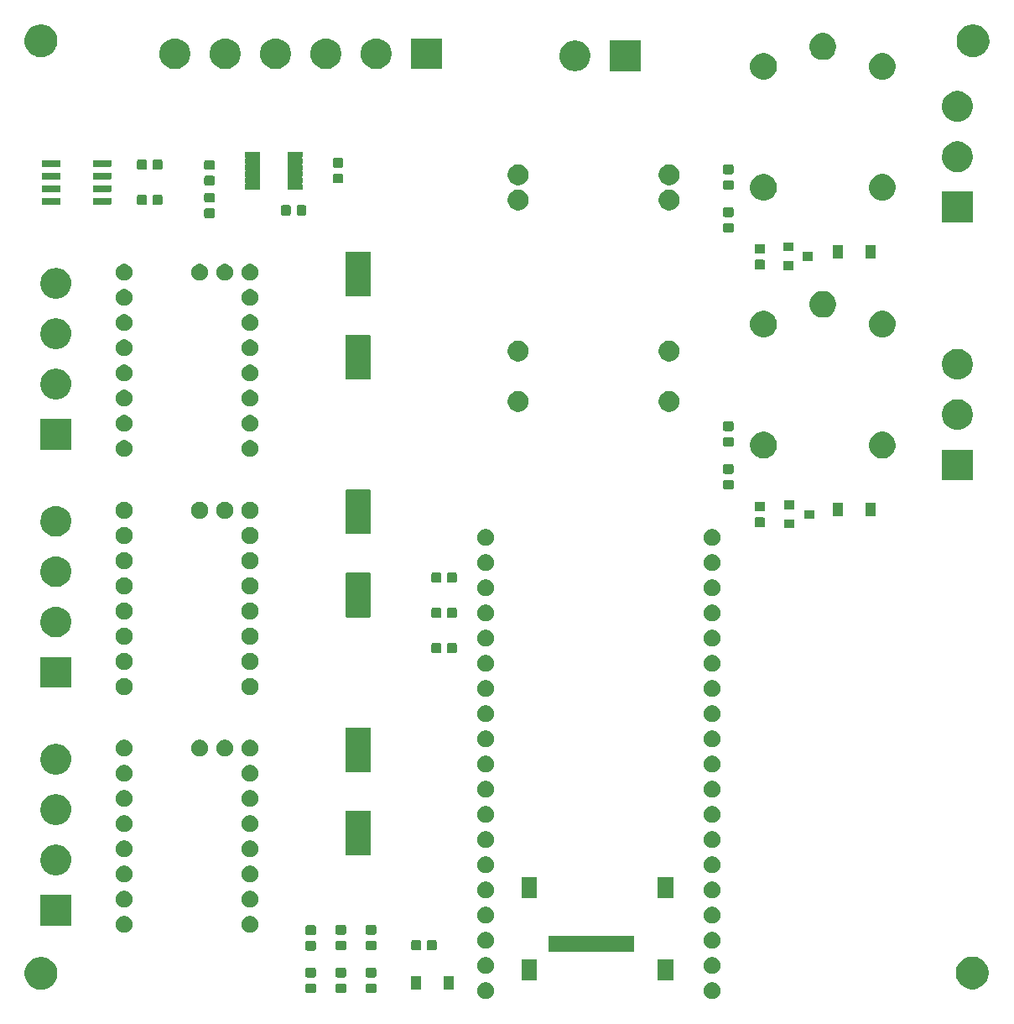
<source format=gts>
G04 #@! TF.GenerationSoftware,KiCad,Pcbnew,(5.1.2)-1*
G04 #@! TF.CreationDate,2019-08-22T02:28:43+10:00*
G04 #@! TF.ProjectId,NodeMCU ESP-32S Trinamic CNC,4e6f6465-4d43-4552-9045-53502d333253,rev?*
G04 #@! TF.SameCoordinates,Original*
G04 #@! TF.FileFunction,Soldermask,Top*
G04 #@! TF.FilePolarity,Negative*
%FSLAX46Y46*%
G04 Gerber Fmt 4.6, Leading zero omitted, Abs format (unit mm)*
G04 Created by KiCad (PCBNEW (5.1.2)-1) date 2019-08-22 02:28:43*
%MOMM*%
%LPD*%
G04 APERTURE LIST*
%ADD10C,0.100000*%
G04 APERTURE END LIST*
D10*
G36*
X117988228Y-144481703D02*
G01*
X118143100Y-144545853D01*
X118282481Y-144638985D01*
X118401015Y-144757519D01*
X118494147Y-144896900D01*
X118558297Y-145051772D01*
X118591000Y-145216184D01*
X118591000Y-145383816D01*
X118558297Y-145548228D01*
X118494147Y-145703100D01*
X118401015Y-145842481D01*
X118282481Y-145961015D01*
X118143100Y-146054147D01*
X117988228Y-146118297D01*
X117823816Y-146151000D01*
X117656184Y-146151000D01*
X117491772Y-146118297D01*
X117336900Y-146054147D01*
X117197519Y-145961015D01*
X117078985Y-145842481D01*
X116985853Y-145703100D01*
X116921703Y-145548228D01*
X116889000Y-145383816D01*
X116889000Y-145216184D01*
X116921703Y-145051772D01*
X116985853Y-144896900D01*
X117078985Y-144757519D01*
X117197519Y-144638985D01*
X117336900Y-144545853D01*
X117491772Y-144481703D01*
X117656184Y-144449000D01*
X117823816Y-144449000D01*
X117988228Y-144481703D01*
X117988228Y-144481703D01*
G37*
G36*
X95128228Y-144481703D02*
G01*
X95283100Y-144545853D01*
X95422481Y-144638985D01*
X95541015Y-144757519D01*
X95634147Y-144896900D01*
X95698297Y-145051772D01*
X95731000Y-145216184D01*
X95731000Y-145383816D01*
X95698297Y-145548228D01*
X95634147Y-145703100D01*
X95541015Y-145842481D01*
X95422481Y-145961015D01*
X95283100Y-146054147D01*
X95128228Y-146118297D01*
X94963816Y-146151000D01*
X94796184Y-146151000D01*
X94631772Y-146118297D01*
X94476900Y-146054147D01*
X94337519Y-145961015D01*
X94218985Y-145842481D01*
X94125853Y-145703100D01*
X94061703Y-145548228D01*
X94029000Y-145383816D01*
X94029000Y-145216184D01*
X94061703Y-145051772D01*
X94125853Y-144896900D01*
X94218985Y-144757519D01*
X94337519Y-144638985D01*
X94476900Y-144545853D01*
X94631772Y-144481703D01*
X94796184Y-144449000D01*
X94963816Y-144449000D01*
X95128228Y-144481703D01*
X95128228Y-144481703D01*
G37*
G36*
X80643591Y-144575085D02*
G01*
X80677569Y-144585393D01*
X80708890Y-144602134D01*
X80736339Y-144624661D01*
X80758866Y-144652110D01*
X80775607Y-144683431D01*
X80785915Y-144717409D01*
X80790000Y-144758890D01*
X80790000Y-145360110D01*
X80785915Y-145401591D01*
X80775607Y-145435569D01*
X80758866Y-145466890D01*
X80736339Y-145494339D01*
X80708890Y-145516866D01*
X80677569Y-145533607D01*
X80643591Y-145543915D01*
X80602110Y-145548000D01*
X79925890Y-145548000D01*
X79884409Y-145543915D01*
X79850431Y-145533607D01*
X79819110Y-145516866D01*
X79791661Y-145494339D01*
X79769134Y-145466890D01*
X79752393Y-145435569D01*
X79742085Y-145401591D01*
X79738000Y-145360110D01*
X79738000Y-144758890D01*
X79742085Y-144717409D01*
X79752393Y-144683431D01*
X79769134Y-144652110D01*
X79791661Y-144624661D01*
X79819110Y-144602134D01*
X79850431Y-144585393D01*
X79884409Y-144575085D01*
X79925890Y-144571000D01*
X80602110Y-144571000D01*
X80643591Y-144575085D01*
X80643591Y-144575085D01*
G37*
G36*
X83691591Y-144575085D02*
G01*
X83725569Y-144585393D01*
X83756890Y-144602134D01*
X83784339Y-144624661D01*
X83806866Y-144652110D01*
X83823607Y-144683431D01*
X83833915Y-144717409D01*
X83838000Y-144758890D01*
X83838000Y-145360110D01*
X83833915Y-145401591D01*
X83823607Y-145435569D01*
X83806866Y-145466890D01*
X83784339Y-145494339D01*
X83756890Y-145516866D01*
X83725569Y-145533607D01*
X83691591Y-145543915D01*
X83650110Y-145548000D01*
X82973890Y-145548000D01*
X82932409Y-145543915D01*
X82898431Y-145533607D01*
X82867110Y-145516866D01*
X82839661Y-145494339D01*
X82817134Y-145466890D01*
X82800393Y-145435569D01*
X82790085Y-145401591D01*
X82786000Y-145360110D01*
X82786000Y-144758890D01*
X82790085Y-144717409D01*
X82800393Y-144683431D01*
X82817134Y-144652110D01*
X82839661Y-144624661D01*
X82867110Y-144602134D01*
X82898431Y-144585393D01*
X82932409Y-144575085D01*
X82973890Y-144571000D01*
X83650110Y-144571000D01*
X83691591Y-144575085D01*
X83691591Y-144575085D01*
G37*
G36*
X77595591Y-144575085D02*
G01*
X77629569Y-144585393D01*
X77660890Y-144602134D01*
X77688339Y-144624661D01*
X77710866Y-144652110D01*
X77727607Y-144683431D01*
X77737915Y-144717409D01*
X77742000Y-144758890D01*
X77742000Y-145360110D01*
X77737915Y-145401591D01*
X77727607Y-145435569D01*
X77710866Y-145466890D01*
X77688339Y-145494339D01*
X77660890Y-145516866D01*
X77629569Y-145533607D01*
X77595591Y-145543915D01*
X77554110Y-145548000D01*
X76877890Y-145548000D01*
X76836409Y-145543915D01*
X76802431Y-145533607D01*
X76771110Y-145516866D01*
X76743661Y-145494339D01*
X76721134Y-145466890D01*
X76704393Y-145435569D01*
X76694085Y-145401591D01*
X76690000Y-145360110D01*
X76690000Y-144758890D01*
X76694085Y-144717409D01*
X76704393Y-144683431D01*
X76721134Y-144652110D01*
X76743661Y-144624661D01*
X76771110Y-144602134D01*
X76802431Y-144585393D01*
X76836409Y-144575085D01*
X76877890Y-144571000D01*
X77554110Y-144571000D01*
X77595591Y-144575085D01*
X77595591Y-144575085D01*
G37*
G36*
X50327073Y-141941703D02*
G01*
X50471579Y-141970447D01*
X50772042Y-142094903D01*
X51042451Y-142275585D01*
X51272415Y-142505549D01*
X51453097Y-142775958D01*
X51577553Y-143076421D01*
X51598702Y-143182744D01*
X51641000Y-143395389D01*
X51641000Y-143720611D01*
X51613160Y-143860569D01*
X51577553Y-144039579D01*
X51453097Y-144340042D01*
X51272415Y-144610451D01*
X51042451Y-144840415D01*
X50772042Y-145021097D01*
X50471579Y-145145553D01*
X50365256Y-145166702D01*
X50152611Y-145209000D01*
X49827389Y-145209000D01*
X49614744Y-145166702D01*
X49508421Y-145145553D01*
X49207958Y-145021097D01*
X48937549Y-144840415D01*
X48707585Y-144610451D01*
X48526903Y-144340042D01*
X48402447Y-144039579D01*
X48366840Y-143860569D01*
X48339000Y-143720611D01*
X48339000Y-143395389D01*
X48381298Y-143182744D01*
X48402447Y-143076421D01*
X48526903Y-142775958D01*
X48707585Y-142505549D01*
X48937549Y-142275585D01*
X49207958Y-142094903D01*
X49508421Y-141970447D01*
X49652927Y-141941703D01*
X49827389Y-141907000D01*
X50152611Y-141907000D01*
X50327073Y-141941703D01*
X50327073Y-141941703D01*
G37*
G36*
X91667000Y-145151000D02*
G01*
X90665000Y-145151000D01*
X90665000Y-143849000D01*
X91667000Y-143849000D01*
X91667000Y-145151000D01*
X91667000Y-145151000D01*
G37*
G36*
X88367000Y-145151000D02*
G01*
X87365000Y-145151000D01*
X87365000Y-143849000D01*
X88367000Y-143849000D01*
X88367000Y-145151000D01*
X88367000Y-145151000D01*
G37*
G36*
X144375256Y-141891298D02*
G01*
X144481579Y-141912447D01*
X144782042Y-142036903D01*
X145052451Y-142217585D01*
X145282415Y-142447549D01*
X145463097Y-142717958D01*
X145587553Y-143018421D01*
X145605457Y-143108431D01*
X145651000Y-143337389D01*
X145651000Y-143662611D01*
X145618382Y-143826591D01*
X145587553Y-143981579D01*
X145463097Y-144282042D01*
X145282415Y-144552451D01*
X145052451Y-144782415D01*
X144782042Y-144963097D01*
X144481579Y-145087553D01*
X144375256Y-145108702D01*
X144162611Y-145151000D01*
X143837389Y-145151000D01*
X143624744Y-145108702D01*
X143518421Y-145087553D01*
X143217958Y-144963097D01*
X142947549Y-144782415D01*
X142717585Y-144552451D01*
X142536903Y-144282042D01*
X142412447Y-143981579D01*
X142381618Y-143826591D01*
X142349000Y-143662611D01*
X142349000Y-143337389D01*
X142394543Y-143108431D01*
X142412447Y-143018421D01*
X142536903Y-142717958D01*
X142717585Y-142447549D01*
X142947549Y-142217585D01*
X143217958Y-142036903D01*
X143518421Y-141912447D01*
X143624744Y-141891298D01*
X143837389Y-141849000D01*
X144162611Y-141849000D01*
X144375256Y-141891298D01*
X144375256Y-141891298D01*
G37*
G36*
X100073000Y-144266000D02*
G01*
X98521000Y-144266000D01*
X98521000Y-142164000D01*
X100073000Y-142164000D01*
X100073000Y-144266000D01*
X100073000Y-144266000D01*
G37*
G36*
X113823000Y-144266000D02*
G01*
X112271000Y-144266000D01*
X112271000Y-142164000D01*
X113823000Y-142164000D01*
X113823000Y-144266000D01*
X113823000Y-144266000D01*
G37*
G36*
X83691591Y-143000085D02*
G01*
X83725569Y-143010393D01*
X83756890Y-143027134D01*
X83784339Y-143049661D01*
X83806866Y-143077110D01*
X83823607Y-143108431D01*
X83833915Y-143142409D01*
X83838000Y-143183890D01*
X83838000Y-143785110D01*
X83833915Y-143826591D01*
X83823607Y-143860569D01*
X83806866Y-143891890D01*
X83784339Y-143919339D01*
X83756890Y-143941866D01*
X83725569Y-143958607D01*
X83691591Y-143968915D01*
X83650110Y-143973000D01*
X82973890Y-143973000D01*
X82932409Y-143968915D01*
X82898431Y-143958607D01*
X82867110Y-143941866D01*
X82839661Y-143919339D01*
X82817134Y-143891890D01*
X82800393Y-143860569D01*
X82790085Y-143826591D01*
X82786000Y-143785110D01*
X82786000Y-143183890D01*
X82790085Y-143142409D01*
X82800393Y-143108431D01*
X82817134Y-143077110D01*
X82839661Y-143049661D01*
X82867110Y-143027134D01*
X82898431Y-143010393D01*
X82932409Y-143000085D01*
X82973890Y-142996000D01*
X83650110Y-142996000D01*
X83691591Y-143000085D01*
X83691591Y-143000085D01*
G37*
G36*
X80643591Y-143000085D02*
G01*
X80677569Y-143010393D01*
X80708890Y-143027134D01*
X80736339Y-143049661D01*
X80758866Y-143077110D01*
X80775607Y-143108431D01*
X80785915Y-143142409D01*
X80790000Y-143183890D01*
X80790000Y-143785110D01*
X80785915Y-143826591D01*
X80775607Y-143860569D01*
X80758866Y-143891890D01*
X80736339Y-143919339D01*
X80708890Y-143941866D01*
X80677569Y-143958607D01*
X80643591Y-143968915D01*
X80602110Y-143973000D01*
X79925890Y-143973000D01*
X79884409Y-143968915D01*
X79850431Y-143958607D01*
X79819110Y-143941866D01*
X79791661Y-143919339D01*
X79769134Y-143891890D01*
X79752393Y-143860569D01*
X79742085Y-143826591D01*
X79738000Y-143785110D01*
X79738000Y-143183890D01*
X79742085Y-143142409D01*
X79752393Y-143108431D01*
X79769134Y-143077110D01*
X79791661Y-143049661D01*
X79819110Y-143027134D01*
X79850431Y-143010393D01*
X79884409Y-143000085D01*
X79925890Y-142996000D01*
X80602110Y-142996000D01*
X80643591Y-143000085D01*
X80643591Y-143000085D01*
G37*
G36*
X77595591Y-143000085D02*
G01*
X77629569Y-143010393D01*
X77660890Y-143027134D01*
X77688339Y-143049661D01*
X77710866Y-143077110D01*
X77727607Y-143108431D01*
X77737915Y-143142409D01*
X77742000Y-143183890D01*
X77742000Y-143785110D01*
X77737915Y-143826591D01*
X77727607Y-143860569D01*
X77710866Y-143891890D01*
X77688339Y-143919339D01*
X77660890Y-143941866D01*
X77629569Y-143958607D01*
X77595591Y-143968915D01*
X77554110Y-143973000D01*
X76877890Y-143973000D01*
X76836409Y-143968915D01*
X76802431Y-143958607D01*
X76771110Y-143941866D01*
X76743661Y-143919339D01*
X76721134Y-143891890D01*
X76704393Y-143860569D01*
X76694085Y-143826591D01*
X76690000Y-143785110D01*
X76690000Y-143183890D01*
X76694085Y-143142409D01*
X76704393Y-143108431D01*
X76721134Y-143077110D01*
X76743661Y-143049661D01*
X76771110Y-143027134D01*
X76802431Y-143010393D01*
X76836409Y-143000085D01*
X76877890Y-142996000D01*
X77554110Y-142996000D01*
X77595591Y-143000085D01*
X77595591Y-143000085D01*
G37*
G36*
X95128228Y-141941703D02*
G01*
X95283100Y-142005853D01*
X95422481Y-142098985D01*
X95541015Y-142217519D01*
X95634147Y-142356900D01*
X95698297Y-142511772D01*
X95731000Y-142676184D01*
X95731000Y-142843816D01*
X95698297Y-143008228D01*
X95634147Y-143163100D01*
X95541015Y-143302481D01*
X95422481Y-143421015D01*
X95283100Y-143514147D01*
X95128228Y-143578297D01*
X94963816Y-143611000D01*
X94796184Y-143611000D01*
X94631772Y-143578297D01*
X94476900Y-143514147D01*
X94337519Y-143421015D01*
X94218985Y-143302481D01*
X94125853Y-143163100D01*
X94061703Y-143008228D01*
X94029000Y-142843816D01*
X94029000Y-142676184D01*
X94061703Y-142511772D01*
X94125853Y-142356900D01*
X94218985Y-142217519D01*
X94337519Y-142098985D01*
X94476900Y-142005853D01*
X94631772Y-141941703D01*
X94796184Y-141909000D01*
X94963816Y-141909000D01*
X95128228Y-141941703D01*
X95128228Y-141941703D01*
G37*
G36*
X117988228Y-141941703D02*
G01*
X118143100Y-142005853D01*
X118282481Y-142098985D01*
X118401015Y-142217519D01*
X118494147Y-142356900D01*
X118558297Y-142511772D01*
X118591000Y-142676184D01*
X118591000Y-142843816D01*
X118558297Y-143008228D01*
X118494147Y-143163100D01*
X118401015Y-143302481D01*
X118282481Y-143421015D01*
X118143100Y-143514147D01*
X117988228Y-143578297D01*
X117823816Y-143611000D01*
X117656184Y-143611000D01*
X117491772Y-143578297D01*
X117336900Y-143514147D01*
X117197519Y-143421015D01*
X117078985Y-143302481D01*
X116985853Y-143163100D01*
X116921703Y-143008228D01*
X116889000Y-142843816D01*
X116889000Y-142676184D01*
X116921703Y-142511772D01*
X116985853Y-142356900D01*
X117078985Y-142217519D01*
X117197519Y-142098985D01*
X117336900Y-142005853D01*
X117491772Y-141941703D01*
X117656184Y-141909000D01*
X117823816Y-141909000D01*
X117988228Y-141941703D01*
X117988228Y-141941703D01*
G37*
G36*
X109823000Y-141416000D02*
G01*
X101221000Y-141416000D01*
X101221000Y-139814000D01*
X109823000Y-139814000D01*
X109823000Y-141416000D01*
X109823000Y-141416000D01*
G37*
G36*
X77595591Y-140282585D02*
G01*
X77629569Y-140292893D01*
X77660890Y-140309634D01*
X77688339Y-140332161D01*
X77710866Y-140359610D01*
X77727607Y-140390931D01*
X77737915Y-140424909D01*
X77742000Y-140466390D01*
X77742000Y-141067610D01*
X77737915Y-141109091D01*
X77727607Y-141143069D01*
X77710866Y-141174390D01*
X77688339Y-141201839D01*
X77660890Y-141224366D01*
X77629569Y-141241107D01*
X77595591Y-141251415D01*
X77554110Y-141255500D01*
X76877890Y-141255500D01*
X76836409Y-141251415D01*
X76802431Y-141241107D01*
X76771110Y-141224366D01*
X76743661Y-141201839D01*
X76721134Y-141174390D01*
X76704393Y-141143069D01*
X76694085Y-141109091D01*
X76690000Y-141067610D01*
X76690000Y-140466390D01*
X76694085Y-140424909D01*
X76704393Y-140390931D01*
X76721134Y-140359610D01*
X76743661Y-140332161D01*
X76771110Y-140309634D01*
X76802431Y-140292893D01*
X76836409Y-140282585D01*
X76877890Y-140278500D01*
X77554110Y-140278500D01*
X77595591Y-140282585D01*
X77595591Y-140282585D01*
G37*
G36*
X88200591Y-140194085D02*
G01*
X88234569Y-140204393D01*
X88265890Y-140221134D01*
X88293339Y-140243661D01*
X88315866Y-140271110D01*
X88332607Y-140302431D01*
X88342915Y-140336409D01*
X88347000Y-140377890D01*
X88347000Y-141054110D01*
X88342915Y-141095591D01*
X88332607Y-141129569D01*
X88315866Y-141160890D01*
X88293339Y-141188339D01*
X88265890Y-141210866D01*
X88234569Y-141227607D01*
X88200591Y-141237915D01*
X88159110Y-141242000D01*
X87557890Y-141242000D01*
X87516409Y-141237915D01*
X87482431Y-141227607D01*
X87451110Y-141210866D01*
X87423661Y-141188339D01*
X87401134Y-141160890D01*
X87384393Y-141129569D01*
X87374085Y-141095591D01*
X87370000Y-141054110D01*
X87370000Y-140377890D01*
X87374085Y-140336409D01*
X87384393Y-140302431D01*
X87401134Y-140271110D01*
X87423661Y-140243661D01*
X87451110Y-140221134D01*
X87482431Y-140204393D01*
X87516409Y-140194085D01*
X87557890Y-140190000D01*
X88159110Y-140190000D01*
X88200591Y-140194085D01*
X88200591Y-140194085D01*
G37*
G36*
X89775591Y-140194085D02*
G01*
X89809569Y-140204393D01*
X89840890Y-140221134D01*
X89868339Y-140243661D01*
X89890866Y-140271110D01*
X89907607Y-140302431D01*
X89917915Y-140336409D01*
X89922000Y-140377890D01*
X89922000Y-141054110D01*
X89917915Y-141095591D01*
X89907607Y-141129569D01*
X89890866Y-141160890D01*
X89868339Y-141188339D01*
X89840890Y-141210866D01*
X89809569Y-141227607D01*
X89775591Y-141237915D01*
X89734110Y-141242000D01*
X89132890Y-141242000D01*
X89091409Y-141237915D01*
X89057431Y-141227607D01*
X89026110Y-141210866D01*
X88998661Y-141188339D01*
X88976134Y-141160890D01*
X88959393Y-141129569D01*
X88949085Y-141095591D01*
X88945000Y-141054110D01*
X88945000Y-140377890D01*
X88949085Y-140336409D01*
X88959393Y-140302431D01*
X88976134Y-140271110D01*
X88998661Y-140243661D01*
X89026110Y-140221134D01*
X89057431Y-140204393D01*
X89091409Y-140194085D01*
X89132890Y-140190000D01*
X89734110Y-140190000D01*
X89775591Y-140194085D01*
X89775591Y-140194085D01*
G37*
G36*
X83691591Y-140257085D02*
G01*
X83725569Y-140267393D01*
X83756890Y-140284134D01*
X83784339Y-140306661D01*
X83806866Y-140334110D01*
X83823607Y-140365431D01*
X83833915Y-140399409D01*
X83838000Y-140440890D01*
X83838000Y-141042110D01*
X83833915Y-141083591D01*
X83823607Y-141117569D01*
X83806866Y-141148890D01*
X83784339Y-141176339D01*
X83756890Y-141198866D01*
X83725569Y-141215607D01*
X83691591Y-141225915D01*
X83650110Y-141230000D01*
X82973890Y-141230000D01*
X82932409Y-141225915D01*
X82898431Y-141215607D01*
X82867110Y-141198866D01*
X82839661Y-141176339D01*
X82817134Y-141148890D01*
X82800393Y-141117569D01*
X82790085Y-141083591D01*
X82786000Y-141042110D01*
X82786000Y-140440890D01*
X82790085Y-140399409D01*
X82800393Y-140365431D01*
X82817134Y-140334110D01*
X82839661Y-140306661D01*
X82867110Y-140284134D01*
X82898431Y-140267393D01*
X82932409Y-140257085D01*
X82973890Y-140253000D01*
X83650110Y-140253000D01*
X83691591Y-140257085D01*
X83691591Y-140257085D01*
G37*
G36*
X80643591Y-140257085D02*
G01*
X80677569Y-140267393D01*
X80708890Y-140284134D01*
X80736339Y-140306661D01*
X80758866Y-140334110D01*
X80775607Y-140365431D01*
X80785915Y-140399409D01*
X80790000Y-140440890D01*
X80790000Y-141042110D01*
X80785915Y-141083591D01*
X80775607Y-141117569D01*
X80758866Y-141148890D01*
X80736339Y-141176339D01*
X80708890Y-141198866D01*
X80677569Y-141215607D01*
X80643591Y-141225915D01*
X80602110Y-141230000D01*
X79925890Y-141230000D01*
X79884409Y-141225915D01*
X79850431Y-141215607D01*
X79819110Y-141198866D01*
X79791661Y-141176339D01*
X79769134Y-141148890D01*
X79752393Y-141117569D01*
X79742085Y-141083591D01*
X79738000Y-141042110D01*
X79738000Y-140440890D01*
X79742085Y-140399409D01*
X79752393Y-140365431D01*
X79769134Y-140334110D01*
X79791661Y-140306661D01*
X79819110Y-140284134D01*
X79850431Y-140267393D01*
X79884409Y-140257085D01*
X79925890Y-140253000D01*
X80602110Y-140253000D01*
X80643591Y-140257085D01*
X80643591Y-140257085D01*
G37*
G36*
X95128228Y-139401703D02*
G01*
X95283100Y-139465853D01*
X95422481Y-139558985D01*
X95541015Y-139677519D01*
X95634147Y-139816900D01*
X95698297Y-139971772D01*
X95731000Y-140136184D01*
X95731000Y-140303816D01*
X95698297Y-140468228D01*
X95634147Y-140623100D01*
X95541015Y-140762481D01*
X95422481Y-140881015D01*
X95283100Y-140974147D01*
X95128228Y-141038297D01*
X94963816Y-141071000D01*
X94796184Y-141071000D01*
X94631772Y-141038297D01*
X94476900Y-140974147D01*
X94337519Y-140881015D01*
X94218985Y-140762481D01*
X94125853Y-140623100D01*
X94061703Y-140468228D01*
X94029000Y-140303816D01*
X94029000Y-140136184D01*
X94061703Y-139971772D01*
X94125853Y-139816900D01*
X94218985Y-139677519D01*
X94337519Y-139558985D01*
X94476900Y-139465853D01*
X94631772Y-139401703D01*
X94796184Y-139369000D01*
X94963816Y-139369000D01*
X95128228Y-139401703D01*
X95128228Y-139401703D01*
G37*
G36*
X117988228Y-139401703D02*
G01*
X118143100Y-139465853D01*
X118282481Y-139558985D01*
X118401015Y-139677519D01*
X118494147Y-139816900D01*
X118558297Y-139971772D01*
X118591000Y-140136184D01*
X118591000Y-140303816D01*
X118558297Y-140468228D01*
X118494147Y-140623100D01*
X118401015Y-140762481D01*
X118282481Y-140881015D01*
X118143100Y-140974147D01*
X117988228Y-141038297D01*
X117823816Y-141071000D01*
X117656184Y-141071000D01*
X117491772Y-141038297D01*
X117336900Y-140974147D01*
X117197519Y-140881015D01*
X117078985Y-140762481D01*
X116985853Y-140623100D01*
X116921703Y-140468228D01*
X116889000Y-140303816D01*
X116889000Y-140136184D01*
X116921703Y-139971772D01*
X116985853Y-139816900D01*
X117078985Y-139677519D01*
X117197519Y-139558985D01*
X117336900Y-139465853D01*
X117491772Y-139401703D01*
X117656184Y-139369000D01*
X117823816Y-139369000D01*
X117988228Y-139401703D01*
X117988228Y-139401703D01*
G37*
G36*
X77595591Y-138707585D02*
G01*
X77629569Y-138717893D01*
X77660890Y-138734634D01*
X77688339Y-138757161D01*
X77710866Y-138784610D01*
X77727607Y-138815931D01*
X77737915Y-138849909D01*
X77742000Y-138891390D01*
X77742000Y-139492610D01*
X77737915Y-139534091D01*
X77727607Y-139568069D01*
X77710866Y-139599390D01*
X77688339Y-139626839D01*
X77660890Y-139649366D01*
X77629569Y-139666107D01*
X77595591Y-139676415D01*
X77554110Y-139680500D01*
X76877890Y-139680500D01*
X76836409Y-139676415D01*
X76802431Y-139666107D01*
X76771110Y-139649366D01*
X76743661Y-139626839D01*
X76721134Y-139599390D01*
X76704393Y-139568069D01*
X76694085Y-139534091D01*
X76690000Y-139492610D01*
X76690000Y-138891390D01*
X76694085Y-138849909D01*
X76704393Y-138815931D01*
X76721134Y-138784610D01*
X76743661Y-138757161D01*
X76771110Y-138734634D01*
X76802431Y-138717893D01*
X76836409Y-138707585D01*
X76877890Y-138703500D01*
X77554110Y-138703500D01*
X77595591Y-138707585D01*
X77595591Y-138707585D01*
G37*
G36*
X80643591Y-138682085D02*
G01*
X80677569Y-138692393D01*
X80708890Y-138709134D01*
X80736339Y-138731661D01*
X80758866Y-138759110D01*
X80775607Y-138790431D01*
X80785915Y-138824409D01*
X80790000Y-138865890D01*
X80790000Y-139467110D01*
X80785915Y-139508591D01*
X80775607Y-139542569D01*
X80758866Y-139573890D01*
X80736339Y-139601339D01*
X80708890Y-139623866D01*
X80677569Y-139640607D01*
X80643591Y-139650915D01*
X80602110Y-139655000D01*
X79925890Y-139655000D01*
X79884409Y-139650915D01*
X79850431Y-139640607D01*
X79819110Y-139623866D01*
X79791661Y-139601339D01*
X79769134Y-139573890D01*
X79752393Y-139542569D01*
X79742085Y-139508591D01*
X79738000Y-139467110D01*
X79738000Y-138865890D01*
X79742085Y-138824409D01*
X79752393Y-138790431D01*
X79769134Y-138759110D01*
X79791661Y-138731661D01*
X79819110Y-138709134D01*
X79850431Y-138692393D01*
X79884409Y-138682085D01*
X79925890Y-138678000D01*
X80602110Y-138678000D01*
X80643591Y-138682085D01*
X80643591Y-138682085D01*
G37*
G36*
X83691591Y-138682085D02*
G01*
X83725569Y-138692393D01*
X83756890Y-138709134D01*
X83784339Y-138731661D01*
X83806866Y-138759110D01*
X83823607Y-138790431D01*
X83833915Y-138824409D01*
X83838000Y-138865890D01*
X83838000Y-139467110D01*
X83833915Y-139508591D01*
X83823607Y-139542569D01*
X83806866Y-139573890D01*
X83784339Y-139601339D01*
X83756890Y-139623866D01*
X83725569Y-139640607D01*
X83691591Y-139650915D01*
X83650110Y-139655000D01*
X82973890Y-139655000D01*
X82932409Y-139650915D01*
X82898431Y-139640607D01*
X82867110Y-139623866D01*
X82839661Y-139601339D01*
X82817134Y-139573890D01*
X82800393Y-139542569D01*
X82790085Y-139508591D01*
X82786000Y-139467110D01*
X82786000Y-138865890D01*
X82790085Y-138824409D01*
X82800393Y-138790431D01*
X82817134Y-138759110D01*
X82839661Y-138731661D01*
X82867110Y-138709134D01*
X82898431Y-138692393D01*
X82932409Y-138682085D01*
X82973890Y-138678000D01*
X83650110Y-138678000D01*
X83691591Y-138682085D01*
X83691591Y-138682085D01*
G37*
G36*
X71328228Y-137799703D02*
G01*
X71483100Y-137863853D01*
X71622481Y-137956985D01*
X71741015Y-138075519D01*
X71834147Y-138214900D01*
X71898297Y-138369772D01*
X71931000Y-138534184D01*
X71931000Y-138701816D01*
X71898297Y-138866228D01*
X71834147Y-139021100D01*
X71741015Y-139160481D01*
X71622481Y-139279015D01*
X71483100Y-139372147D01*
X71328228Y-139436297D01*
X71163816Y-139469000D01*
X70996184Y-139469000D01*
X70831772Y-139436297D01*
X70676900Y-139372147D01*
X70537519Y-139279015D01*
X70418985Y-139160481D01*
X70325853Y-139021100D01*
X70261703Y-138866228D01*
X70229000Y-138701816D01*
X70229000Y-138534184D01*
X70261703Y-138369772D01*
X70325853Y-138214900D01*
X70418985Y-138075519D01*
X70537519Y-137956985D01*
X70676900Y-137863853D01*
X70831772Y-137799703D01*
X70996184Y-137767000D01*
X71163816Y-137767000D01*
X71328228Y-137799703D01*
X71328228Y-137799703D01*
G37*
G36*
X58628228Y-137799703D02*
G01*
X58783100Y-137863853D01*
X58922481Y-137956985D01*
X59041015Y-138075519D01*
X59134147Y-138214900D01*
X59198297Y-138369772D01*
X59231000Y-138534184D01*
X59231000Y-138701816D01*
X59198297Y-138866228D01*
X59134147Y-139021100D01*
X59041015Y-139160481D01*
X58922481Y-139279015D01*
X58783100Y-139372147D01*
X58628228Y-139436297D01*
X58463816Y-139469000D01*
X58296184Y-139469000D01*
X58131772Y-139436297D01*
X57976900Y-139372147D01*
X57837519Y-139279015D01*
X57718985Y-139160481D01*
X57625853Y-139021100D01*
X57561703Y-138866228D01*
X57529000Y-138701816D01*
X57529000Y-138534184D01*
X57561703Y-138369772D01*
X57625853Y-138214900D01*
X57718985Y-138075519D01*
X57837519Y-137956985D01*
X57976900Y-137863853D01*
X58131772Y-137799703D01*
X58296184Y-137767000D01*
X58463816Y-137767000D01*
X58628228Y-137799703D01*
X58628228Y-137799703D01*
G37*
G36*
X53051000Y-138749000D02*
G01*
X49949000Y-138749000D01*
X49949000Y-135647000D01*
X53051000Y-135647000D01*
X53051000Y-138749000D01*
X53051000Y-138749000D01*
G37*
G36*
X117988228Y-136861703D02*
G01*
X118143100Y-136925853D01*
X118282481Y-137018985D01*
X118401015Y-137137519D01*
X118494147Y-137276900D01*
X118558297Y-137431772D01*
X118591000Y-137596184D01*
X118591000Y-137763816D01*
X118558297Y-137928228D01*
X118494147Y-138083100D01*
X118401015Y-138222481D01*
X118282481Y-138341015D01*
X118143100Y-138434147D01*
X117988228Y-138498297D01*
X117823816Y-138531000D01*
X117656184Y-138531000D01*
X117491772Y-138498297D01*
X117336900Y-138434147D01*
X117197519Y-138341015D01*
X117078985Y-138222481D01*
X116985853Y-138083100D01*
X116921703Y-137928228D01*
X116889000Y-137763816D01*
X116889000Y-137596184D01*
X116921703Y-137431772D01*
X116985853Y-137276900D01*
X117078985Y-137137519D01*
X117197519Y-137018985D01*
X117336900Y-136925853D01*
X117491772Y-136861703D01*
X117656184Y-136829000D01*
X117823816Y-136829000D01*
X117988228Y-136861703D01*
X117988228Y-136861703D01*
G37*
G36*
X95128228Y-136861703D02*
G01*
X95283100Y-136925853D01*
X95422481Y-137018985D01*
X95541015Y-137137519D01*
X95634147Y-137276900D01*
X95698297Y-137431772D01*
X95731000Y-137596184D01*
X95731000Y-137763816D01*
X95698297Y-137928228D01*
X95634147Y-138083100D01*
X95541015Y-138222481D01*
X95422481Y-138341015D01*
X95283100Y-138434147D01*
X95128228Y-138498297D01*
X94963816Y-138531000D01*
X94796184Y-138531000D01*
X94631772Y-138498297D01*
X94476900Y-138434147D01*
X94337519Y-138341015D01*
X94218985Y-138222481D01*
X94125853Y-138083100D01*
X94061703Y-137928228D01*
X94029000Y-137763816D01*
X94029000Y-137596184D01*
X94061703Y-137431772D01*
X94125853Y-137276900D01*
X94218985Y-137137519D01*
X94337519Y-137018985D01*
X94476900Y-136925853D01*
X94631772Y-136861703D01*
X94796184Y-136829000D01*
X94963816Y-136829000D01*
X95128228Y-136861703D01*
X95128228Y-136861703D01*
G37*
G36*
X58628228Y-135259703D02*
G01*
X58783100Y-135323853D01*
X58922481Y-135416985D01*
X59041015Y-135535519D01*
X59134147Y-135674900D01*
X59198297Y-135829772D01*
X59231000Y-135994184D01*
X59231000Y-136161816D01*
X59198297Y-136326228D01*
X59134147Y-136481100D01*
X59041015Y-136620481D01*
X58922481Y-136739015D01*
X58783100Y-136832147D01*
X58628228Y-136896297D01*
X58463816Y-136929000D01*
X58296184Y-136929000D01*
X58131772Y-136896297D01*
X57976900Y-136832147D01*
X57837519Y-136739015D01*
X57718985Y-136620481D01*
X57625853Y-136481100D01*
X57561703Y-136326228D01*
X57529000Y-136161816D01*
X57529000Y-135994184D01*
X57561703Y-135829772D01*
X57625853Y-135674900D01*
X57718985Y-135535519D01*
X57837519Y-135416985D01*
X57976900Y-135323853D01*
X58131772Y-135259703D01*
X58296184Y-135227000D01*
X58463816Y-135227000D01*
X58628228Y-135259703D01*
X58628228Y-135259703D01*
G37*
G36*
X71328228Y-135259703D02*
G01*
X71483100Y-135323853D01*
X71622481Y-135416985D01*
X71741015Y-135535519D01*
X71834147Y-135674900D01*
X71898297Y-135829772D01*
X71931000Y-135994184D01*
X71931000Y-136161816D01*
X71898297Y-136326228D01*
X71834147Y-136481100D01*
X71741015Y-136620481D01*
X71622481Y-136739015D01*
X71483100Y-136832147D01*
X71328228Y-136896297D01*
X71163816Y-136929000D01*
X70996184Y-136929000D01*
X70831772Y-136896297D01*
X70676900Y-136832147D01*
X70537519Y-136739015D01*
X70418985Y-136620481D01*
X70325853Y-136481100D01*
X70261703Y-136326228D01*
X70229000Y-136161816D01*
X70229000Y-135994184D01*
X70261703Y-135829772D01*
X70325853Y-135674900D01*
X70418985Y-135535519D01*
X70537519Y-135416985D01*
X70676900Y-135323853D01*
X70831772Y-135259703D01*
X70996184Y-135227000D01*
X71163816Y-135227000D01*
X71328228Y-135259703D01*
X71328228Y-135259703D01*
G37*
G36*
X95128228Y-134321703D02*
G01*
X95283100Y-134385853D01*
X95422481Y-134478985D01*
X95541015Y-134597519D01*
X95634147Y-134736900D01*
X95698297Y-134891772D01*
X95731000Y-135056184D01*
X95731000Y-135223816D01*
X95698297Y-135388228D01*
X95634147Y-135543100D01*
X95541015Y-135682481D01*
X95422481Y-135801015D01*
X95283100Y-135894147D01*
X95128228Y-135958297D01*
X94963816Y-135991000D01*
X94796184Y-135991000D01*
X94631772Y-135958297D01*
X94476900Y-135894147D01*
X94337519Y-135801015D01*
X94218985Y-135682481D01*
X94125853Y-135543100D01*
X94061703Y-135388228D01*
X94029000Y-135223816D01*
X94029000Y-135056184D01*
X94061703Y-134891772D01*
X94125853Y-134736900D01*
X94218985Y-134597519D01*
X94337519Y-134478985D01*
X94476900Y-134385853D01*
X94631772Y-134321703D01*
X94796184Y-134289000D01*
X94963816Y-134289000D01*
X95128228Y-134321703D01*
X95128228Y-134321703D01*
G37*
G36*
X117988228Y-134321703D02*
G01*
X118143100Y-134385853D01*
X118282481Y-134478985D01*
X118401015Y-134597519D01*
X118494147Y-134736900D01*
X118558297Y-134891772D01*
X118591000Y-135056184D01*
X118591000Y-135223816D01*
X118558297Y-135388228D01*
X118494147Y-135543100D01*
X118401015Y-135682481D01*
X118282481Y-135801015D01*
X118143100Y-135894147D01*
X117988228Y-135958297D01*
X117823816Y-135991000D01*
X117656184Y-135991000D01*
X117491772Y-135958297D01*
X117336900Y-135894147D01*
X117197519Y-135801015D01*
X117078985Y-135682481D01*
X116985853Y-135543100D01*
X116921703Y-135388228D01*
X116889000Y-135223816D01*
X116889000Y-135056184D01*
X116921703Y-134891772D01*
X116985853Y-134736900D01*
X117078985Y-134597519D01*
X117197519Y-134478985D01*
X117336900Y-134385853D01*
X117491772Y-134321703D01*
X117656184Y-134289000D01*
X117823816Y-134289000D01*
X117988228Y-134321703D01*
X117988228Y-134321703D01*
G37*
G36*
X113823000Y-135966000D02*
G01*
X112271000Y-135966000D01*
X112271000Y-133864000D01*
X113823000Y-133864000D01*
X113823000Y-135966000D01*
X113823000Y-135966000D01*
G37*
G36*
X100073000Y-135966000D02*
G01*
X98521000Y-135966000D01*
X98521000Y-133864000D01*
X100073000Y-133864000D01*
X100073000Y-135966000D01*
X100073000Y-135966000D01*
G37*
G36*
X71328228Y-132719703D02*
G01*
X71483100Y-132783853D01*
X71622481Y-132876985D01*
X71741015Y-132995519D01*
X71834147Y-133134900D01*
X71898297Y-133289772D01*
X71931000Y-133454184D01*
X71931000Y-133621816D01*
X71898297Y-133786228D01*
X71834147Y-133941100D01*
X71741015Y-134080481D01*
X71622481Y-134199015D01*
X71483100Y-134292147D01*
X71328228Y-134356297D01*
X71163816Y-134389000D01*
X70996184Y-134389000D01*
X70831772Y-134356297D01*
X70676900Y-134292147D01*
X70537519Y-134199015D01*
X70418985Y-134080481D01*
X70325853Y-133941100D01*
X70261703Y-133786228D01*
X70229000Y-133621816D01*
X70229000Y-133454184D01*
X70261703Y-133289772D01*
X70325853Y-133134900D01*
X70418985Y-132995519D01*
X70537519Y-132876985D01*
X70676900Y-132783853D01*
X70831772Y-132719703D01*
X70996184Y-132687000D01*
X71163816Y-132687000D01*
X71328228Y-132719703D01*
X71328228Y-132719703D01*
G37*
G36*
X58628228Y-132719703D02*
G01*
X58783100Y-132783853D01*
X58922481Y-132876985D01*
X59041015Y-132995519D01*
X59134147Y-133134900D01*
X59198297Y-133289772D01*
X59231000Y-133454184D01*
X59231000Y-133621816D01*
X59198297Y-133786228D01*
X59134147Y-133941100D01*
X59041015Y-134080481D01*
X58922481Y-134199015D01*
X58783100Y-134292147D01*
X58628228Y-134356297D01*
X58463816Y-134389000D01*
X58296184Y-134389000D01*
X58131772Y-134356297D01*
X57976900Y-134292147D01*
X57837519Y-134199015D01*
X57718985Y-134080481D01*
X57625853Y-133941100D01*
X57561703Y-133786228D01*
X57529000Y-133621816D01*
X57529000Y-133454184D01*
X57561703Y-133289772D01*
X57625853Y-133134900D01*
X57718985Y-132995519D01*
X57837519Y-132876985D01*
X57976900Y-132783853D01*
X58131772Y-132719703D01*
X58296184Y-132687000D01*
X58463816Y-132687000D01*
X58628228Y-132719703D01*
X58628228Y-132719703D01*
G37*
G36*
X51793023Y-130594900D02*
G01*
X51952410Y-130626604D01*
X52234674Y-130743521D01*
X52488705Y-130913259D01*
X52704741Y-131129295D01*
X52874479Y-131383326D01*
X52991396Y-131665590D01*
X52991396Y-131665591D01*
X53027879Y-131849000D01*
X53051000Y-131965240D01*
X53051000Y-132270760D01*
X52991396Y-132570410D01*
X52874479Y-132852674D01*
X52704741Y-133106705D01*
X52488705Y-133322741D01*
X52234674Y-133492479D01*
X51952410Y-133609396D01*
X51889975Y-133621815D01*
X51652761Y-133669000D01*
X51347239Y-133669000D01*
X51110025Y-133621815D01*
X51047590Y-133609396D01*
X50765326Y-133492479D01*
X50511295Y-133322741D01*
X50295259Y-133106705D01*
X50125521Y-132852674D01*
X50008604Y-132570410D01*
X49949000Y-132270760D01*
X49949000Y-131965240D01*
X49972122Y-131849000D01*
X50008604Y-131665591D01*
X50008604Y-131665590D01*
X50125521Y-131383326D01*
X50295259Y-131129295D01*
X50511295Y-130913259D01*
X50765326Y-130743521D01*
X51047590Y-130626604D01*
X51206977Y-130594900D01*
X51347239Y-130567000D01*
X51652761Y-130567000D01*
X51793023Y-130594900D01*
X51793023Y-130594900D01*
G37*
G36*
X117988228Y-131781703D02*
G01*
X118143100Y-131845853D01*
X118282481Y-131938985D01*
X118401015Y-132057519D01*
X118494147Y-132196900D01*
X118558297Y-132351772D01*
X118591000Y-132516184D01*
X118591000Y-132683816D01*
X118558297Y-132848228D01*
X118494147Y-133003100D01*
X118401015Y-133142481D01*
X118282481Y-133261015D01*
X118143100Y-133354147D01*
X117988228Y-133418297D01*
X117823816Y-133451000D01*
X117656184Y-133451000D01*
X117491772Y-133418297D01*
X117336900Y-133354147D01*
X117197519Y-133261015D01*
X117078985Y-133142481D01*
X116985853Y-133003100D01*
X116921703Y-132848228D01*
X116889000Y-132683816D01*
X116889000Y-132516184D01*
X116921703Y-132351772D01*
X116985853Y-132196900D01*
X117078985Y-132057519D01*
X117197519Y-131938985D01*
X117336900Y-131845853D01*
X117491772Y-131781703D01*
X117656184Y-131749000D01*
X117823816Y-131749000D01*
X117988228Y-131781703D01*
X117988228Y-131781703D01*
G37*
G36*
X95128228Y-131781703D02*
G01*
X95283100Y-131845853D01*
X95422481Y-131938985D01*
X95541015Y-132057519D01*
X95634147Y-132196900D01*
X95698297Y-132351772D01*
X95731000Y-132516184D01*
X95731000Y-132683816D01*
X95698297Y-132848228D01*
X95634147Y-133003100D01*
X95541015Y-133142481D01*
X95422481Y-133261015D01*
X95283100Y-133354147D01*
X95128228Y-133418297D01*
X94963816Y-133451000D01*
X94796184Y-133451000D01*
X94631772Y-133418297D01*
X94476900Y-133354147D01*
X94337519Y-133261015D01*
X94218985Y-133142481D01*
X94125853Y-133003100D01*
X94061703Y-132848228D01*
X94029000Y-132683816D01*
X94029000Y-132516184D01*
X94061703Y-132351772D01*
X94125853Y-132196900D01*
X94218985Y-132057519D01*
X94337519Y-131938985D01*
X94476900Y-131845853D01*
X94631772Y-131781703D01*
X94796184Y-131749000D01*
X94963816Y-131749000D01*
X95128228Y-131781703D01*
X95128228Y-131781703D01*
G37*
G36*
X71328228Y-130179703D02*
G01*
X71483100Y-130243853D01*
X71622481Y-130336985D01*
X71741015Y-130455519D01*
X71834147Y-130594900D01*
X71898297Y-130749772D01*
X71931000Y-130914184D01*
X71931000Y-131081816D01*
X71898297Y-131246228D01*
X71834147Y-131401100D01*
X71741015Y-131540481D01*
X71622481Y-131659015D01*
X71483100Y-131752147D01*
X71328228Y-131816297D01*
X71163816Y-131849000D01*
X70996184Y-131849000D01*
X70831772Y-131816297D01*
X70676900Y-131752147D01*
X70537519Y-131659015D01*
X70418985Y-131540481D01*
X70325853Y-131401100D01*
X70261703Y-131246228D01*
X70229000Y-131081816D01*
X70229000Y-130914184D01*
X70261703Y-130749772D01*
X70325853Y-130594900D01*
X70418985Y-130455519D01*
X70537519Y-130336985D01*
X70676900Y-130243853D01*
X70831772Y-130179703D01*
X70996184Y-130147000D01*
X71163816Y-130147000D01*
X71328228Y-130179703D01*
X71328228Y-130179703D01*
G37*
G36*
X58628228Y-130179703D02*
G01*
X58783100Y-130243853D01*
X58922481Y-130336985D01*
X59041015Y-130455519D01*
X59134147Y-130594900D01*
X59198297Y-130749772D01*
X59231000Y-130914184D01*
X59231000Y-131081816D01*
X59198297Y-131246228D01*
X59134147Y-131401100D01*
X59041015Y-131540481D01*
X58922481Y-131659015D01*
X58783100Y-131752147D01*
X58628228Y-131816297D01*
X58463816Y-131849000D01*
X58296184Y-131849000D01*
X58131772Y-131816297D01*
X57976900Y-131752147D01*
X57837519Y-131659015D01*
X57718985Y-131540481D01*
X57625853Y-131401100D01*
X57561703Y-131246228D01*
X57529000Y-131081816D01*
X57529000Y-130914184D01*
X57561703Y-130749772D01*
X57625853Y-130594900D01*
X57718985Y-130455519D01*
X57837519Y-130336985D01*
X57976900Y-130243853D01*
X58131772Y-130179703D01*
X58296184Y-130147000D01*
X58463816Y-130147000D01*
X58628228Y-130179703D01*
X58628228Y-130179703D01*
G37*
G36*
X83171934Y-127150671D02*
G01*
X83201877Y-127159754D01*
X83229465Y-127174500D01*
X83253651Y-127194349D01*
X83273500Y-127218535D01*
X83288246Y-127246123D01*
X83297329Y-127276066D01*
X83301000Y-127313340D01*
X83301000Y-131482660D01*
X83297329Y-131519934D01*
X83288246Y-131549877D01*
X83273500Y-131577465D01*
X83253651Y-131601651D01*
X83229465Y-131621500D01*
X83201877Y-131636246D01*
X83171934Y-131645329D01*
X83134660Y-131649000D01*
X80865340Y-131649000D01*
X80828066Y-131645329D01*
X80798123Y-131636246D01*
X80770535Y-131621500D01*
X80746349Y-131601651D01*
X80726500Y-131577465D01*
X80711754Y-131549877D01*
X80702671Y-131519934D01*
X80699000Y-131482660D01*
X80699000Y-127313340D01*
X80702671Y-127276066D01*
X80711754Y-127246123D01*
X80726500Y-127218535D01*
X80746349Y-127194349D01*
X80770535Y-127174500D01*
X80798123Y-127159754D01*
X80828066Y-127150671D01*
X80865340Y-127147000D01*
X83134660Y-127147000D01*
X83171934Y-127150671D01*
X83171934Y-127150671D01*
G37*
G36*
X95128228Y-129241703D02*
G01*
X95283100Y-129305853D01*
X95422481Y-129398985D01*
X95541015Y-129517519D01*
X95634147Y-129656900D01*
X95698297Y-129811772D01*
X95731000Y-129976184D01*
X95731000Y-130143816D01*
X95698297Y-130308228D01*
X95634147Y-130463100D01*
X95541015Y-130602481D01*
X95422481Y-130721015D01*
X95283100Y-130814147D01*
X95128228Y-130878297D01*
X94963816Y-130911000D01*
X94796184Y-130911000D01*
X94631772Y-130878297D01*
X94476900Y-130814147D01*
X94337519Y-130721015D01*
X94218985Y-130602481D01*
X94125853Y-130463100D01*
X94061703Y-130308228D01*
X94029000Y-130143816D01*
X94029000Y-129976184D01*
X94061703Y-129811772D01*
X94125853Y-129656900D01*
X94218985Y-129517519D01*
X94337519Y-129398985D01*
X94476900Y-129305853D01*
X94631772Y-129241703D01*
X94796184Y-129209000D01*
X94963816Y-129209000D01*
X95128228Y-129241703D01*
X95128228Y-129241703D01*
G37*
G36*
X117988228Y-129241703D02*
G01*
X118143100Y-129305853D01*
X118282481Y-129398985D01*
X118401015Y-129517519D01*
X118494147Y-129656900D01*
X118558297Y-129811772D01*
X118591000Y-129976184D01*
X118591000Y-130143816D01*
X118558297Y-130308228D01*
X118494147Y-130463100D01*
X118401015Y-130602481D01*
X118282481Y-130721015D01*
X118143100Y-130814147D01*
X117988228Y-130878297D01*
X117823816Y-130911000D01*
X117656184Y-130911000D01*
X117491772Y-130878297D01*
X117336900Y-130814147D01*
X117197519Y-130721015D01*
X117078985Y-130602481D01*
X116985853Y-130463100D01*
X116921703Y-130308228D01*
X116889000Y-130143816D01*
X116889000Y-129976184D01*
X116921703Y-129811772D01*
X116985853Y-129656900D01*
X117078985Y-129517519D01*
X117197519Y-129398985D01*
X117336900Y-129305853D01*
X117491772Y-129241703D01*
X117656184Y-129209000D01*
X117823816Y-129209000D01*
X117988228Y-129241703D01*
X117988228Y-129241703D01*
G37*
G36*
X58628228Y-127639703D02*
G01*
X58783100Y-127703853D01*
X58922481Y-127796985D01*
X59041015Y-127915519D01*
X59134147Y-128054900D01*
X59198297Y-128209772D01*
X59231000Y-128374184D01*
X59231000Y-128541816D01*
X59198297Y-128706228D01*
X59134147Y-128861100D01*
X59041015Y-129000481D01*
X58922481Y-129119015D01*
X58783100Y-129212147D01*
X58628228Y-129276297D01*
X58463816Y-129309000D01*
X58296184Y-129309000D01*
X58131772Y-129276297D01*
X57976900Y-129212147D01*
X57837519Y-129119015D01*
X57718985Y-129000481D01*
X57625853Y-128861100D01*
X57561703Y-128706228D01*
X57529000Y-128541816D01*
X57529000Y-128374184D01*
X57561703Y-128209772D01*
X57625853Y-128054900D01*
X57718985Y-127915519D01*
X57837519Y-127796985D01*
X57976900Y-127703853D01*
X58131772Y-127639703D01*
X58296184Y-127607000D01*
X58463816Y-127607000D01*
X58628228Y-127639703D01*
X58628228Y-127639703D01*
G37*
G36*
X71328228Y-127639703D02*
G01*
X71483100Y-127703853D01*
X71622481Y-127796985D01*
X71741015Y-127915519D01*
X71834147Y-128054900D01*
X71898297Y-128209772D01*
X71931000Y-128374184D01*
X71931000Y-128541816D01*
X71898297Y-128706228D01*
X71834147Y-128861100D01*
X71741015Y-129000481D01*
X71622481Y-129119015D01*
X71483100Y-129212147D01*
X71328228Y-129276297D01*
X71163816Y-129309000D01*
X70996184Y-129309000D01*
X70831772Y-129276297D01*
X70676900Y-129212147D01*
X70537519Y-129119015D01*
X70418985Y-129000481D01*
X70325853Y-128861100D01*
X70261703Y-128706228D01*
X70229000Y-128541816D01*
X70229000Y-128374184D01*
X70261703Y-128209772D01*
X70325853Y-128054900D01*
X70418985Y-127915519D01*
X70537519Y-127796985D01*
X70676900Y-127703853D01*
X70831772Y-127639703D01*
X70996184Y-127607000D01*
X71163816Y-127607000D01*
X71328228Y-127639703D01*
X71328228Y-127639703D01*
G37*
G36*
X51793023Y-125514900D02*
G01*
X51952410Y-125546604D01*
X52234674Y-125663521D01*
X52488705Y-125833259D01*
X52704741Y-126049295D01*
X52874479Y-126303326D01*
X52991396Y-126585590D01*
X52991396Y-126585591D01*
X53027879Y-126769000D01*
X53051000Y-126885240D01*
X53051000Y-127190760D01*
X52991396Y-127490410D01*
X52874479Y-127772674D01*
X52704741Y-128026705D01*
X52488705Y-128242741D01*
X52234674Y-128412479D01*
X51952410Y-128529396D01*
X51889975Y-128541815D01*
X51652761Y-128589000D01*
X51347239Y-128589000D01*
X51110025Y-128541815D01*
X51047590Y-128529396D01*
X50765326Y-128412479D01*
X50511295Y-128242741D01*
X50295259Y-128026705D01*
X50125521Y-127772674D01*
X50008604Y-127490410D01*
X49949000Y-127190760D01*
X49949000Y-126885240D01*
X49972122Y-126769000D01*
X50008604Y-126585591D01*
X50008604Y-126585590D01*
X50125521Y-126303326D01*
X50295259Y-126049295D01*
X50511295Y-125833259D01*
X50765326Y-125663521D01*
X51047590Y-125546604D01*
X51206977Y-125514900D01*
X51347239Y-125487000D01*
X51652761Y-125487000D01*
X51793023Y-125514900D01*
X51793023Y-125514900D01*
G37*
G36*
X117988228Y-126701703D02*
G01*
X118143100Y-126765853D01*
X118282481Y-126858985D01*
X118401015Y-126977519D01*
X118494147Y-127116900D01*
X118558297Y-127271772D01*
X118591000Y-127436184D01*
X118591000Y-127603816D01*
X118558297Y-127768228D01*
X118494147Y-127923100D01*
X118401015Y-128062481D01*
X118282481Y-128181015D01*
X118143100Y-128274147D01*
X117988228Y-128338297D01*
X117823816Y-128371000D01*
X117656184Y-128371000D01*
X117491772Y-128338297D01*
X117336900Y-128274147D01*
X117197519Y-128181015D01*
X117078985Y-128062481D01*
X116985853Y-127923100D01*
X116921703Y-127768228D01*
X116889000Y-127603816D01*
X116889000Y-127436184D01*
X116921703Y-127271772D01*
X116985853Y-127116900D01*
X117078985Y-126977519D01*
X117197519Y-126858985D01*
X117336900Y-126765853D01*
X117491772Y-126701703D01*
X117656184Y-126669000D01*
X117823816Y-126669000D01*
X117988228Y-126701703D01*
X117988228Y-126701703D01*
G37*
G36*
X95128228Y-126701703D02*
G01*
X95283100Y-126765853D01*
X95422481Y-126858985D01*
X95541015Y-126977519D01*
X95634147Y-127116900D01*
X95698297Y-127271772D01*
X95731000Y-127436184D01*
X95731000Y-127603816D01*
X95698297Y-127768228D01*
X95634147Y-127923100D01*
X95541015Y-128062481D01*
X95422481Y-128181015D01*
X95283100Y-128274147D01*
X95128228Y-128338297D01*
X94963816Y-128371000D01*
X94796184Y-128371000D01*
X94631772Y-128338297D01*
X94476900Y-128274147D01*
X94337519Y-128181015D01*
X94218985Y-128062481D01*
X94125853Y-127923100D01*
X94061703Y-127768228D01*
X94029000Y-127603816D01*
X94029000Y-127436184D01*
X94061703Y-127271772D01*
X94125853Y-127116900D01*
X94218985Y-126977519D01*
X94337519Y-126858985D01*
X94476900Y-126765853D01*
X94631772Y-126701703D01*
X94796184Y-126669000D01*
X94963816Y-126669000D01*
X95128228Y-126701703D01*
X95128228Y-126701703D01*
G37*
G36*
X71328228Y-125099703D02*
G01*
X71483100Y-125163853D01*
X71622481Y-125256985D01*
X71741015Y-125375519D01*
X71834147Y-125514900D01*
X71898297Y-125669772D01*
X71931000Y-125834184D01*
X71931000Y-126001816D01*
X71898297Y-126166228D01*
X71834147Y-126321100D01*
X71741015Y-126460481D01*
X71622481Y-126579015D01*
X71483100Y-126672147D01*
X71328228Y-126736297D01*
X71163816Y-126769000D01*
X70996184Y-126769000D01*
X70831772Y-126736297D01*
X70676900Y-126672147D01*
X70537519Y-126579015D01*
X70418985Y-126460481D01*
X70325853Y-126321100D01*
X70261703Y-126166228D01*
X70229000Y-126001816D01*
X70229000Y-125834184D01*
X70261703Y-125669772D01*
X70325853Y-125514900D01*
X70418985Y-125375519D01*
X70537519Y-125256985D01*
X70676900Y-125163853D01*
X70831772Y-125099703D01*
X70996184Y-125067000D01*
X71163816Y-125067000D01*
X71328228Y-125099703D01*
X71328228Y-125099703D01*
G37*
G36*
X58628228Y-125099703D02*
G01*
X58783100Y-125163853D01*
X58922481Y-125256985D01*
X59041015Y-125375519D01*
X59134147Y-125514900D01*
X59198297Y-125669772D01*
X59231000Y-125834184D01*
X59231000Y-126001816D01*
X59198297Y-126166228D01*
X59134147Y-126321100D01*
X59041015Y-126460481D01*
X58922481Y-126579015D01*
X58783100Y-126672147D01*
X58628228Y-126736297D01*
X58463816Y-126769000D01*
X58296184Y-126769000D01*
X58131772Y-126736297D01*
X57976900Y-126672147D01*
X57837519Y-126579015D01*
X57718985Y-126460481D01*
X57625853Y-126321100D01*
X57561703Y-126166228D01*
X57529000Y-126001816D01*
X57529000Y-125834184D01*
X57561703Y-125669772D01*
X57625853Y-125514900D01*
X57718985Y-125375519D01*
X57837519Y-125256985D01*
X57976900Y-125163853D01*
X58131772Y-125099703D01*
X58296184Y-125067000D01*
X58463816Y-125067000D01*
X58628228Y-125099703D01*
X58628228Y-125099703D01*
G37*
G36*
X95128228Y-124161703D02*
G01*
X95283100Y-124225853D01*
X95422481Y-124318985D01*
X95541015Y-124437519D01*
X95634147Y-124576900D01*
X95698297Y-124731772D01*
X95731000Y-124896184D01*
X95731000Y-125063816D01*
X95698297Y-125228228D01*
X95634147Y-125383100D01*
X95541015Y-125522481D01*
X95422481Y-125641015D01*
X95283100Y-125734147D01*
X95128228Y-125798297D01*
X94963816Y-125831000D01*
X94796184Y-125831000D01*
X94631772Y-125798297D01*
X94476900Y-125734147D01*
X94337519Y-125641015D01*
X94218985Y-125522481D01*
X94125853Y-125383100D01*
X94061703Y-125228228D01*
X94029000Y-125063816D01*
X94029000Y-124896184D01*
X94061703Y-124731772D01*
X94125853Y-124576900D01*
X94218985Y-124437519D01*
X94337519Y-124318985D01*
X94476900Y-124225853D01*
X94631772Y-124161703D01*
X94796184Y-124129000D01*
X94963816Y-124129000D01*
X95128228Y-124161703D01*
X95128228Y-124161703D01*
G37*
G36*
X117988228Y-124161703D02*
G01*
X118143100Y-124225853D01*
X118282481Y-124318985D01*
X118401015Y-124437519D01*
X118494147Y-124576900D01*
X118558297Y-124731772D01*
X118591000Y-124896184D01*
X118591000Y-125063816D01*
X118558297Y-125228228D01*
X118494147Y-125383100D01*
X118401015Y-125522481D01*
X118282481Y-125641015D01*
X118143100Y-125734147D01*
X117988228Y-125798297D01*
X117823816Y-125831000D01*
X117656184Y-125831000D01*
X117491772Y-125798297D01*
X117336900Y-125734147D01*
X117197519Y-125641015D01*
X117078985Y-125522481D01*
X116985853Y-125383100D01*
X116921703Y-125228228D01*
X116889000Y-125063816D01*
X116889000Y-124896184D01*
X116921703Y-124731772D01*
X116985853Y-124576900D01*
X117078985Y-124437519D01*
X117197519Y-124318985D01*
X117336900Y-124225853D01*
X117491772Y-124161703D01*
X117656184Y-124129000D01*
X117823816Y-124129000D01*
X117988228Y-124161703D01*
X117988228Y-124161703D01*
G37*
G36*
X71328228Y-122559703D02*
G01*
X71483100Y-122623853D01*
X71622481Y-122716985D01*
X71741015Y-122835519D01*
X71834147Y-122974900D01*
X71898297Y-123129772D01*
X71931000Y-123294184D01*
X71931000Y-123461816D01*
X71898297Y-123626228D01*
X71834147Y-123781100D01*
X71741015Y-123920481D01*
X71622481Y-124039015D01*
X71483100Y-124132147D01*
X71328228Y-124196297D01*
X71163816Y-124229000D01*
X70996184Y-124229000D01*
X70831772Y-124196297D01*
X70676900Y-124132147D01*
X70537519Y-124039015D01*
X70418985Y-123920481D01*
X70325853Y-123781100D01*
X70261703Y-123626228D01*
X70229000Y-123461816D01*
X70229000Y-123294184D01*
X70261703Y-123129772D01*
X70325853Y-122974900D01*
X70418985Y-122835519D01*
X70537519Y-122716985D01*
X70676900Y-122623853D01*
X70831772Y-122559703D01*
X70996184Y-122527000D01*
X71163816Y-122527000D01*
X71328228Y-122559703D01*
X71328228Y-122559703D01*
G37*
G36*
X58628228Y-122559703D02*
G01*
X58783100Y-122623853D01*
X58922481Y-122716985D01*
X59041015Y-122835519D01*
X59134147Y-122974900D01*
X59198297Y-123129772D01*
X59231000Y-123294184D01*
X59231000Y-123461816D01*
X59198297Y-123626228D01*
X59134147Y-123781100D01*
X59041015Y-123920481D01*
X58922481Y-124039015D01*
X58783100Y-124132147D01*
X58628228Y-124196297D01*
X58463816Y-124229000D01*
X58296184Y-124229000D01*
X58131772Y-124196297D01*
X57976900Y-124132147D01*
X57837519Y-124039015D01*
X57718985Y-123920481D01*
X57625853Y-123781100D01*
X57561703Y-123626228D01*
X57529000Y-123461816D01*
X57529000Y-123294184D01*
X57561703Y-123129772D01*
X57625853Y-122974900D01*
X57718985Y-122835519D01*
X57837519Y-122716985D01*
X57976900Y-122623853D01*
X58131772Y-122559703D01*
X58296184Y-122527000D01*
X58463816Y-122527000D01*
X58628228Y-122559703D01*
X58628228Y-122559703D01*
G37*
G36*
X51793023Y-120434900D02*
G01*
X51952410Y-120466604D01*
X52234674Y-120583521D01*
X52488705Y-120753259D01*
X52704741Y-120969295D01*
X52874479Y-121223326D01*
X52991396Y-121505590D01*
X52991396Y-121505591D01*
X53027879Y-121689000D01*
X53051000Y-121805240D01*
X53051000Y-122110760D01*
X52991396Y-122410410D01*
X52874479Y-122692674D01*
X52704741Y-122946705D01*
X52488705Y-123162741D01*
X52234674Y-123332479D01*
X51952410Y-123449396D01*
X51889975Y-123461815D01*
X51652761Y-123509000D01*
X51347239Y-123509000D01*
X51110025Y-123461815D01*
X51047590Y-123449396D01*
X50765326Y-123332479D01*
X50511295Y-123162741D01*
X50295259Y-122946705D01*
X50125521Y-122692674D01*
X50008604Y-122410410D01*
X49949000Y-122110760D01*
X49949000Y-121805240D01*
X49972122Y-121689000D01*
X50008604Y-121505591D01*
X50008604Y-121505590D01*
X50125521Y-121223326D01*
X50295259Y-120969295D01*
X50511295Y-120753259D01*
X50765326Y-120583521D01*
X51047590Y-120466604D01*
X51206977Y-120434900D01*
X51347239Y-120407000D01*
X51652761Y-120407000D01*
X51793023Y-120434900D01*
X51793023Y-120434900D01*
G37*
G36*
X95128228Y-121621703D02*
G01*
X95283100Y-121685853D01*
X95422481Y-121778985D01*
X95541015Y-121897519D01*
X95634147Y-122036900D01*
X95698297Y-122191772D01*
X95731000Y-122356184D01*
X95731000Y-122523816D01*
X95698297Y-122688228D01*
X95634147Y-122843100D01*
X95541015Y-122982481D01*
X95422481Y-123101015D01*
X95283100Y-123194147D01*
X95128228Y-123258297D01*
X94963816Y-123291000D01*
X94796184Y-123291000D01*
X94631772Y-123258297D01*
X94476900Y-123194147D01*
X94337519Y-123101015D01*
X94218985Y-122982481D01*
X94125853Y-122843100D01*
X94061703Y-122688228D01*
X94029000Y-122523816D01*
X94029000Y-122356184D01*
X94061703Y-122191772D01*
X94125853Y-122036900D01*
X94218985Y-121897519D01*
X94337519Y-121778985D01*
X94476900Y-121685853D01*
X94631772Y-121621703D01*
X94796184Y-121589000D01*
X94963816Y-121589000D01*
X95128228Y-121621703D01*
X95128228Y-121621703D01*
G37*
G36*
X117988228Y-121621703D02*
G01*
X118143100Y-121685853D01*
X118282481Y-121778985D01*
X118401015Y-121897519D01*
X118494147Y-122036900D01*
X118558297Y-122191772D01*
X118591000Y-122356184D01*
X118591000Y-122523816D01*
X118558297Y-122688228D01*
X118494147Y-122843100D01*
X118401015Y-122982481D01*
X118282481Y-123101015D01*
X118143100Y-123194147D01*
X117988228Y-123258297D01*
X117823816Y-123291000D01*
X117656184Y-123291000D01*
X117491772Y-123258297D01*
X117336900Y-123194147D01*
X117197519Y-123101015D01*
X117078985Y-122982481D01*
X116985853Y-122843100D01*
X116921703Y-122688228D01*
X116889000Y-122523816D01*
X116889000Y-122356184D01*
X116921703Y-122191772D01*
X116985853Y-122036900D01*
X117078985Y-121897519D01*
X117197519Y-121778985D01*
X117336900Y-121685853D01*
X117491772Y-121621703D01*
X117656184Y-121589000D01*
X117823816Y-121589000D01*
X117988228Y-121621703D01*
X117988228Y-121621703D01*
G37*
G36*
X83171934Y-118750671D02*
G01*
X83201877Y-118759754D01*
X83229465Y-118774500D01*
X83253651Y-118794349D01*
X83273500Y-118818535D01*
X83288246Y-118846123D01*
X83297329Y-118876066D01*
X83301000Y-118913340D01*
X83301000Y-123082660D01*
X83297329Y-123119934D01*
X83288246Y-123149877D01*
X83273500Y-123177465D01*
X83253651Y-123201651D01*
X83229465Y-123221500D01*
X83201877Y-123236246D01*
X83171934Y-123245329D01*
X83134660Y-123249000D01*
X80865340Y-123249000D01*
X80828066Y-123245329D01*
X80798123Y-123236246D01*
X80770535Y-123221500D01*
X80746349Y-123201651D01*
X80726500Y-123177465D01*
X80711754Y-123149877D01*
X80702671Y-123119934D01*
X80699000Y-123082660D01*
X80699000Y-118913340D01*
X80702671Y-118876066D01*
X80711754Y-118846123D01*
X80726500Y-118818535D01*
X80746349Y-118794349D01*
X80770535Y-118774500D01*
X80798123Y-118759754D01*
X80828066Y-118750671D01*
X80865340Y-118747000D01*
X83134660Y-118747000D01*
X83171934Y-118750671D01*
X83171934Y-118750671D01*
G37*
G36*
X71328228Y-120019703D02*
G01*
X71483100Y-120083853D01*
X71622481Y-120176985D01*
X71741015Y-120295519D01*
X71834147Y-120434900D01*
X71898297Y-120589772D01*
X71931000Y-120754184D01*
X71931000Y-120921816D01*
X71898297Y-121086228D01*
X71834147Y-121241100D01*
X71741015Y-121380481D01*
X71622481Y-121499015D01*
X71483100Y-121592147D01*
X71328228Y-121656297D01*
X71163816Y-121689000D01*
X70996184Y-121689000D01*
X70831772Y-121656297D01*
X70676900Y-121592147D01*
X70537519Y-121499015D01*
X70418985Y-121380481D01*
X70325853Y-121241100D01*
X70261703Y-121086228D01*
X70229000Y-120921816D01*
X70229000Y-120754184D01*
X70261703Y-120589772D01*
X70325853Y-120434900D01*
X70418985Y-120295519D01*
X70537519Y-120176985D01*
X70676900Y-120083853D01*
X70831772Y-120019703D01*
X70996184Y-119987000D01*
X71163816Y-119987000D01*
X71328228Y-120019703D01*
X71328228Y-120019703D01*
G37*
G36*
X68788228Y-120019703D02*
G01*
X68943100Y-120083853D01*
X69082481Y-120176985D01*
X69201015Y-120295519D01*
X69294147Y-120434900D01*
X69358297Y-120589772D01*
X69391000Y-120754184D01*
X69391000Y-120921816D01*
X69358297Y-121086228D01*
X69294147Y-121241100D01*
X69201015Y-121380481D01*
X69082481Y-121499015D01*
X68943100Y-121592147D01*
X68788228Y-121656297D01*
X68623816Y-121689000D01*
X68456184Y-121689000D01*
X68291772Y-121656297D01*
X68136900Y-121592147D01*
X67997519Y-121499015D01*
X67878985Y-121380481D01*
X67785853Y-121241100D01*
X67721703Y-121086228D01*
X67689000Y-120921816D01*
X67689000Y-120754184D01*
X67721703Y-120589772D01*
X67785853Y-120434900D01*
X67878985Y-120295519D01*
X67997519Y-120176985D01*
X68136900Y-120083853D01*
X68291772Y-120019703D01*
X68456184Y-119987000D01*
X68623816Y-119987000D01*
X68788228Y-120019703D01*
X68788228Y-120019703D01*
G37*
G36*
X66248228Y-120019703D02*
G01*
X66403100Y-120083853D01*
X66542481Y-120176985D01*
X66661015Y-120295519D01*
X66754147Y-120434900D01*
X66818297Y-120589772D01*
X66851000Y-120754184D01*
X66851000Y-120921816D01*
X66818297Y-121086228D01*
X66754147Y-121241100D01*
X66661015Y-121380481D01*
X66542481Y-121499015D01*
X66403100Y-121592147D01*
X66248228Y-121656297D01*
X66083816Y-121689000D01*
X65916184Y-121689000D01*
X65751772Y-121656297D01*
X65596900Y-121592147D01*
X65457519Y-121499015D01*
X65338985Y-121380481D01*
X65245853Y-121241100D01*
X65181703Y-121086228D01*
X65149000Y-120921816D01*
X65149000Y-120754184D01*
X65181703Y-120589772D01*
X65245853Y-120434900D01*
X65338985Y-120295519D01*
X65457519Y-120176985D01*
X65596900Y-120083853D01*
X65751772Y-120019703D01*
X65916184Y-119987000D01*
X66083816Y-119987000D01*
X66248228Y-120019703D01*
X66248228Y-120019703D01*
G37*
G36*
X58628228Y-120019703D02*
G01*
X58783100Y-120083853D01*
X58922481Y-120176985D01*
X59041015Y-120295519D01*
X59134147Y-120434900D01*
X59198297Y-120589772D01*
X59231000Y-120754184D01*
X59231000Y-120921816D01*
X59198297Y-121086228D01*
X59134147Y-121241100D01*
X59041015Y-121380481D01*
X58922481Y-121499015D01*
X58783100Y-121592147D01*
X58628228Y-121656297D01*
X58463816Y-121689000D01*
X58296184Y-121689000D01*
X58131772Y-121656297D01*
X57976900Y-121592147D01*
X57837519Y-121499015D01*
X57718985Y-121380481D01*
X57625853Y-121241100D01*
X57561703Y-121086228D01*
X57529000Y-120921816D01*
X57529000Y-120754184D01*
X57561703Y-120589772D01*
X57625853Y-120434900D01*
X57718985Y-120295519D01*
X57837519Y-120176985D01*
X57976900Y-120083853D01*
X58131772Y-120019703D01*
X58296184Y-119987000D01*
X58463816Y-119987000D01*
X58628228Y-120019703D01*
X58628228Y-120019703D01*
G37*
G36*
X95128228Y-119081703D02*
G01*
X95283100Y-119145853D01*
X95422481Y-119238985D01*
X95541015Y-119357519D01*
X95634147Y-119496900D01*
X95698297Y-119651772D01*
X95731000Y-119816184D01*
X95731000Y-119983816D01*
X95698297Y-120148228D01*
X95634147Y-120303100D01*
X95541015Y-120442481D01*
X95422481Y-120561015D01*
X95283100Y-120654147D01*
X95128228Y-120718297D01*
X94963816Y-120751000D01*
X94796184Y-120751000D01*
X94631772Y-120718297D01*
X94476900Y-120654147D01*
X94337519Y-120561015D01*
X94218985Y-120442481D01*
X94125853Y-120303100D01*
X94061703Y-120148228D01*
X94029000Y-119983816D01*
X94029000Y-119816184D01*
X94061703Y-119651772D01*
X94125853Y-119496900D01*
X94218985Y-119357519D01*
X94337519Y-119238985D01*
X94476900Y-119145853D01*
X94631772Y-119081703D01*
X94796184Y-119049000D01*
X94963816Y-119049000D01*
X95128228Y-119081703D01*
X95128228Y-119081703D01*
G37*
G36*
X117988228Y-119081703D02*
G01*
X118143100Y-119145853D01*
X118282481Y-119238985D01*
X118401015Y-119357519D01*
X118494147Y-119496900D01*
X118558297Y-119651772D01*
X118591000Y-119816184D01*
X118591000Y-119983816D01*
X118558297Y-120148228D01*
X118494147Y-120303100D01*
X118401015Y-120442481D01*
X118282481Y-120561015D01*
X118143100Y-120654147D01*
X117988228Y-120718297D01*
X117823816Y-120751000D01*
X117656184Y-120751000D01*
X117491772Y-120718297D01*
X117336900Y-120654147D01*
X117197519Y-120561015D01*
X117078985Y-120442481D01*
X116985853Y-120303100D01*
X116921703Y-120148228D01*
X116889000Y-119983816D01*
X116889000Y-119816184D01*
X116921703Y-119651772D01*
X116985853Y-119496900D01*
X117078985Y-119357519D01*
X117197519Y-119238985D01*
X117336900Y-119145853D01*
X117491772Y-119081703D01*
X117656184Y-119049000D01*
X117823816Y-119049000D01*
X117988228Y-119081703D01*
X117988228Y-119081703D01*
G37*
G36*
X95128228Y-116541703D02*
G01*
X95283100Y-116605853D01*
X95422481Y-116698985D01*
X95541015Y-116817519D01*
X95634147Y-116956900D01*
X95698297Y-117111772D01*
X95731000Y-117276184D01*
X95731000Y-117443816D01*
X95698297Y-117608228D01*
X95634147Y-117763100D01*
X95541015Y-117902481D01*
X95422481Y-118021015D01*
X95283100Y-118114147D01*
X95128228Y-118178297D01*
X94963816Y-118211000D01*
X94796184Y-118211000D01*
X94631772Y-118178297D01*
X94476900Y-118114147D01*
X94337519Y-118021015D01*
X94218985Y-117902481D01*
X94125853Y-117763100D01*
X94061703Y-117608228D01*
X94029000Y-117443816D01*
X94029000Y-117276184D01*
X94061703Y-117111772D01*
X94125853Y-116956900D01*
X94218985Y-116817519D01*
X94337519Y-116698985D01*
X94476900Y-116605853D01*
X94631772Y-116541703D01*
X94796184Y-116509000D01*
X94963816Y-116509000D01*
X95128228Y-116541703D01*
X95128228Y-116541703D01*
G37*
G36*
X117988228Y-116541703D02*
G01*
X118143100Y-116605853D01*
X118282481Y-116698985D01*
X118401015Y-116817519D01*
X118494147Y-116956900D01*
X118558297Y-117111772D01*
X118591000Y-117276184D01*
X118591000Y-117443816D01*
X118558297Y-117608228D01*
X118494147Y-117763100D01*
X118401015Y-117902481D01*
X118282481Y-118021015D01*
X118143100Y-118114147D01*
X117988228Y-118178297D01*
X117823816Y-118211000D01*
X117656184Y-118211000D01*
X117491772Y-118178297D01*
X117336900Y-118114147D01*
X117197519Y-118021015D01*
X117078985Y-117902481D01*
X116985853Y-117763100D01*
X116921703Y-117608228D01*
X116889000Y-117443816D01*
X116889000Y-117276184D01*
X116921703Y-117111772D01*
X116985853Y-116956900D01*
X117078985Y-116817519D01*
X117197519Y-116698985D01*
X117336900Y-116605853D01*
X117491772Y-116541703D01*
X117656184Y-116509000D01*
X117823816Y-116509000D01*
X117988228Y-116541703D01*
X117988228Y-116541703D01*
G37*
G36*
X117988228Y-114001703D02*
G01*
X118143100Y-114065853D01*
X118282481Y-114158985D01*
X118401015Y-114277519D01*
X118494147Y-114416900D01*
X118558297Y-114571772D01*
X118591000Y-114736184D01*
X118591000Y-114903816D01*
X118558297Y-115068228D01*
X118494147Y-115223100D01*
X118401015Y-115362481D01*
X118282481Y-115481015D01*
X118143100Y-115574147D01*
X117988228Y-115638297D01*
X117823816Y-115671000D01*
X117656184Y-115671000D01*
X117491772Y-115638297D01*
X117336900Y-115574147D01*
X117197519Y-115481015D01*
X117078985Y-115362481D01*
X116985853Y-115223100D01*
X116921703Y-115068228D01*
X116889000Y-114903816D01*
X116889000Y-114736184D01*
X116921703Y-114571772D01*
X116985853Y-114416900D01*
X117078985Y-114277519D01*
X117197519Y-114158985D01*
X117336900Y-114065853D01*
X117491772Y-114001703D01*
X117656184Y-113969000D01*
X117823816Y-113969000D01*
X117988228Y-114001703D01*
X117988228Y-114001703D01*
G37*
G36*
X95128228Y-114001703D02*
G01*
X95283100Y-114065853D01*
X95422481Y-114158985D01*
X95541015Y-114277519D01*
X95634147Y-114416900D01*
X95698297Y-114571772D01*
X95731000Y-114736184D01*
X95731000Y-114903816D01*
X95698297Y-115068228D01*
X95634147Y-115223100D01*
X95541015Y-115362481D01*
X95422481Y-115481015D01*
X95283100Y-115574147D01*
X95128228Y-115638297D01*
X94963816Y-115671000D01*
X94796184Y-115671000D01*
X94631772Y-115638297D01*
X94476900Y-115574147D01*
X94337519Y-115481015D01*
X94218985Y-115362481D01*
X94125853Y-115223100D01*
X94061703Y-115068228D01*
X94029000Y-114903816D01*
X94029000Y-114736184D01*
X94061703Y-114571772D01*
X94125853Y-114416900D01*
X94218985Y-114277519D01*
X94337519Y-114158985D01*
X94476900Y-114065853D01*
X94631772Y-114001703D01*
X94796184Y-113969000D01*
X94963816Y-113969000D01*
X95128228Y-114001703D01*
X95128228Y-114001703D01*
G37*
G36*
X58628228Y-113799703D02*
G01*
X58783100Y-113863853D01*
X58922481Y-113956985D01*
X59041015Y-114075519D01*
X59134147Y-114214900D01*
X59198297Y-114369772D01*
X59231000Y-114534184D01*
X59231000Y-114701816D01*
X59198297Y-114866228D01*
X59134147Y-115021100D01*
X59041015Y-115160481D01*
X58922481Y-115279015D01*
X58783100Y-115372147D01*
X58628228Y-115436297D01*
X58463816Y-115469000D01*
X58296184Y-115469000D01*
X58131772Y-115436297D01*
X57976900Y-115372147D01*
X57837519Y-115279015D01*
X57718985Y-115160481D01*
X57625853Y-115021100D01*
X57561703Y-114866228D01*
X57529000Y-114701816D01*
X57529000Y-114534184D01*
X57561703Y-114369772D01*
X57625853Y-114214900D01*
X57718985Y-114075519D01*
X57837519Y-113956985D01*
X57976900Y-113863853D01*
X58131772Y-113799703D01*
X58296184Y-113767000D01*
X58463816Y-113767000D01*
X58628228Y-113799703D01*
X58628228Y-113799703D01*
G37*
G36*
X71328228Y-113799703D02*
G01*
X71483100Y-113863853D01*
X71622481Y-113956985D01*
X71741015Y-114075519D01*
X71834147Y-114214900D01*
X71898297Y-114369772D01*
X71931000Y-114534184D01*
X71931000Y-114701816D01*
X71898297Y-114866228D01*
X71834147Y-115021100D01*
X71741015Y-115160481D01*
X71622481Y-115279015D01*
X71483100Y-115372147D01*
X71328228Y-115436297D01*
X71163816Y-115469000D01*
X70996184Y-115469000D01*
X70831772Y-115436297D01*
X70676900Y-115372147D01*
X70537519Y-115279015D01*
X70418985Y-115160481D01*
X70325853Y-115021100D01*
X70261703Y-114866228D01*
X70229000Y-114701816D01*
X70229000Y-114534184D01*
X70261703Y-114369772D01*
X70325853Y-114214900D01*
X70418985Y-114075519D01*
X70537519Y-113956985D01*
X70676900Y-113863853D01*
X70831772Y-113799703D01*
X70996184Y-113767000D01*
X71163816Y-113767000D01*
X71328228Y-113799703D01*
X71328228Y-113799703D01*
G37*
G36*
X53051000Y-114749000D02*
G01*
X49949000Y-114749000D01*
X49949000Y-111647000D01*
X53051000Y-111647000D01*
X53051000Y-114749000D01*
X53051000Y-114749000D01*
G37*
G36*
X117988228Y-111461703D02*
G01*
X118143100Y-111525853D01*
X118282481Y-111618985D01*
X118401015Y-111737519D01*
X118494147Y-111876900D01*
X118558297Y-112031772D01*
X118591000Y-112196184D01*
X118591000Y-112363816D01*
X118558297Y-112528228D01*
X118494147Y-112683100D01*
X118401015Y-112822481D01*
X118282481Y-112941015D01*
X118143100Y-113034147D01*
X117988228Y-113098297D01*
X117823816Y-113131000D01*
X117656184Y-113131000D01*
X117491772Y-113098297D01*
X117336900Y-113034147D01*
X117197519Y-112941015D01*
X117078985Y-112822481D01*
X116985853Y-112683100D01*
X116921703Y-112528228D01*
X116889000Y-112363816D01*
X116889000Y-112196184D01*
X116921703Y-112031772D01*
X116985853Y-111876900D01*
X117078985Y-111737519D01*
X117197519Y-111618985D01*
X117336900Y-111525853D01*
X117491772Y-111461703D01*
X117656184Y-111429000D01*
X117823816Y-111429000D01*
X117988228Y-111461703D01*
X117988228Y-111461703D01*
G37*
G36*
X95128228Y-111461703D02*
G01*
X95283100Y-111525853D01*
X95422481Y-111618985D01*
X95541015Y-111737519D01*
X95634147Y-111876900D01*
X95698297Y-112031772D01*
X95731000Y-112196184D01*
X95731000Y-112363816D01*
X95698297Y-112528228D01*
X95634147Y-112683100D01*
X95541015Y-112822481D01*
X95422481Y-112941015D01*
X95283100Y-113034147D01*
X95128228Y-113098297D01*
X94963816Y-113131000D01*
X94796184Y-113131000D01*
X94631772Y-113098297D01*
X94476900Y-113034147D01*
X94337519Y-112941015D01*
X94218985Y-112822481D01*
X94125853Y-112683100D01*
X94061703Y-112528228D01*
X94029000Y-112363816D01*
X94029000Y-112196184D01*
X94061703Y-112031772D01*
X94125853Y-111876900D01*
X94218985Y-111737519D01*
X94337519Y-111618985D01*
X94476900Y-111525853D01*
X94631772Y-111461703D01*
X94796184Y-111429000D01*
X94963816Y-111429000D01*
X95128228Y-111461703D01*
X95128228Y-111461703D01*
G37*
G36*
X71328228Y-111259703D02*
G01*
X71483100Y-111323853D01*
X71622481Y-111416985D01*
X71741015Y-111535519D01*
X71834147Y-111674900D01*
X71898297Y-111829772D01*
X71931000Y-111994184D01*
X71931000Y-112161816D01*
X71898297Y-112326228D01*
X71834147Y-112481100D01*
X71741015Y-112620481D01*
X71622481Y-112739015D01*
X71483100Y-112832147D01*
X71328228Y-112896297D01*
X71163816Y-112929000D01*
X70996184Y-112929000D01*
X70831772Y-112896297D01*
X70676900Y-112832147D01*
X70537519Y-112739015D01*
X70418985Y-112620481D01*
X70325853Y-112481100D01*
X70261703Y-112326228D01*
X70229000Y-112161816D01*
X70229000Y-111994184D01*
X70261703Y-111829772D01*
X70325853Y-111674900D01*
X70418985Y-111535519D01*
X70537519Y-111416985D01*
X70676900Y-111323853D01*
X70831772Y-111259703D01*
X70996184Y-111227000D01*
X71163816Y-111227000D01*
X71328228Y-111259703D01*
X71328228Y-111259703D01*
G37*
G36*
X58628228Y-111259703D02*
G01*
X58783100Y-111323853D01*
X58922481Y-111416985D01*
X59041015Y-111535519D01*
X59134147Y-111674900D01*
X59198297Y-111829772D01*
X59231000Y-111994184D01*
X59231000Y-112161816D01*
X59198297Y-112326228D01*
X59134147Y-112481100D01*
X59041015Y-112620481D01*
X58922481Y-112739015D01*
X58783100Y-112832147D01*
X58628228Y-112896297D01*
X58463816Y-112929000D01*
X58296184Y-112929000D01*
X58131772Y-112896297D01*
X57976900Y-112832147D01*
X57837519Y-112739015D01*
X57718985Y-112620481D01*
X57625853Y-112481100D01*
X57561703Y-112326228D01*
X57529000Y-112161816D01*
X57529000Y-111994184D01*
X57561703Y-111829772D01*
X57625853Y-111674900D01*
X57718985Y-111535519D01*
X57837519Y-111416985D01*
X57976900Y-111323853D01*
X58131772Y-111259703D01*
X58296184Y-111227000D01*
X58463816Y-111227000D01*
X58628228Y-111259703D01*
X58628228Y-111259703D01*
G37*
G36*
X91807591Y-110222085D02*
G01*
X91841569Y-110232393D01*
X91872890Y-110249134D01*
X91900339Y-110271661D01*
X91922866Y-110299110D01*
X91939607Y-110330431D01*
X91949915Y-110364409D01*
X91954000Y-110405890D01*
X91954000Y-111082110D01*
X91949915Y-111123591D01*
X91939607Y-111157569D01*
X91922866Y-111188890D01*
X91900339Y-111216339D01*
X91872890Y-111238866D01*
X91841569Y-111255607D01*
X91807591Y-111265915D01*
X91766110Y-111270000D01*
X91164890Y-111270000D01*
X91123409Y-111265915D01*
X91089431Y-111255607D01*
X91058110Y-111238866D01*
X91030661Y-111216339D01*
X91008134Y-111188890D01*
X90991393Y-111157569D01*
X90981085Y-111123591D01*
X90977000Y-111082110D01*
X90977000Y-110405890D01*
X90981085Y-110364409D01*
X90991393Y-110330431D01*
X91008134Y-110299110D01*
X91030661Y-110271661D01*
X91058110Y-110249134D01*
X91089431Y-110232393D01*
X91123409Y-110222085D01*
X91164890Y-110218000D01*
X91766110Y-110218000D01*
X91807591Y-110222085D01*
X91807591Y-110222085D01*
G37*
G36*
X90232591Y-110222085D02*
G01*
X90266569Y-110232393D01*
X90297890Y-110249134D01*
X90325339Y-110271661D01*
X90347866Y-110299110D01*
X90364607Y-110330431D01*
X90374915Y-110364409D01*
X90379000Y-110405890D01*
X90379000Y-111082110D01*
X90374915Y-111123591D01*
X90364607Y-111157569D01*
X90347866Y-111188890D01*
X90325339Y-111216339D01*
X90297890Y-111238866D01*
X90266569Y-111255607D01*
X90232591Y-111265915D01*
X90191110Y-111270000D01*
X89589890Y-111270000D01*
X89548409Y-111265915D01*
X89514431Y-111255607D01*
X89483110Y-111238866D01*
X89455661Y-111216339D01*
X89433134Y-111188890D01*
X89416393Y-111157569D01*
X89406085Y-111123591D01*
X89402000Y-111082110D01*
X89402000Y-110405890D01*
X89406085Y-110364409D01*
X89416393Y-110330431D01*
X89433134Y-110299110D01*
X89455661Y-110271661D01*
X89483110Y-110249134D01*
X89514431Y-110232393D01*
X89548409Y-110222085D01*
X89589890Y-110218000D01*
X90191110Y-110218000D01*
X90232591Y-110222085D01*
X90232591Y-110222085D01*
G37*
G36*
X117988228Y-108921703D02*
G01*
X118143100Y-108985853D01*
X118282481Y-109078985D01*
X118401015Y-109197519D01*
X118494147Y-109336900D01*
X118558297Y-109491772D01*
X118591000Y-109656184D01*
X118591000Y-109823816D01*
X118558297Y-109988228D01*
X118494147Y-110143100D01*
X118401015Y-110282481D01*
X118282481Y-110401015D01*
X118143100Y-110494147D01*
X117988228Y-110558297D01*
X117823816Y-110591000D01*
X117656184Y-110591000D01*
X117491772Y-110558297D01*
X117336900Y-110494147D01*
X117197519Y-110401015D01*
X117078985Y-110282481D01*
X116985853Y-110143100D01*
X116921703Y-109988228D01*
X116889000Y-109823816D01*
X116889000Y-109656184D01*
X116921703Y-109491772D01*
X116985853Y-109336900D01*
X117078985Y-109197519D01*
X117197519Y-109078985D01*
X117336900Y-108985853D01*
X117491772Y-108921703D01*
X117656184Y-108889000D01*
X117823816Y-108889000D01*
X117988228Y-108921703D01*
X117988228Y-108921703D01*
G37*
G36*
X95128228Y-108921703D02*
G01*
X95283100Y-108985853D01*
X95422481Y-109078985D01*
X95541015Y-109197519D01*
X95634147Y-109336900D01*
X95698297Y-109491772D01*
X95731000Y-109656184D01*
X95731000Y-109823816D01*
X95698297Y-109988228D01*
X95634147Y-110143100D01*
X95541015Y-110282481D01*
X95422481Y-110401015D01*
X95283100Y-110494147D01*
X95128228Y-110558297D01*
X94963816Y-110591000D01*
X94796184Y-110591000D01*
X94631772Y-110558297D01*
X94476900Y-110494147D01*
X94337519Y-110401015D01*
X94218985Y-110282481D01*
X94125853Y-110143100D01*
X94061703Y-109988228D01*
X94029000Y-109823816D01*
X94029000Y-109656184D01*
X94061703Y-109491772D01*
X94125853Y-109336900D01*
X94218985Y-109197519D01*
X94337519Y-109078985D01*
X94476900Y-108985853D01*
X94631772Y-108921703D01*
X94796184Y-108889000D01*
X94963816Y-108889000D01*
X95128228Y-108921703D01*
X95128228Y-108921703D01*
G37*
G36*
X71328228Y-108719703D02*
G01*
X71483100Y-108783853D01*
X71622481Y-108876985D01*
X71741015Y-108995519D01*
X71834147Y-109134900D01*
X71898297Y-109289772D01*
X71931000Y-109454184D01*
X71931000Y-109621816D01*
X71898297Y-109786228D01*
X71834147Y-109941100D01*
X71741015Y-110080481D01*
X71622481Y-110199015D01*
X71483100Y-110292147D01*
X71328228Y-110356297D01*
X71163816Y-110389000D01*
X70996184Y-110389000D01*
X70831772Y-110356297D01*
X70676900Y-110292147D01*
X70537519Y-110199015D01*
X70418985Y-110080481D01*
X70325853Y-109941100D01*
X70261703Y-109786228D01*
X70229000Y-109621816D01*
X70229000Y-109454184D01*
X70261703Y-109289772D01*
X70325853Y-109134900D01*
X70418985Y-108995519D01*
X70537519Y-108876985D01*
X70676900Y-108783853D01*
X70831772Y-108719703D01*
X70996184Y-108687000D01*
X71163816Y-108687000D01*
X71328228Y-108719703D01*
X71328228Y-108719703D01*
G37*
G36*
X58628228Y-108719703D02*
G01*
X58783100Y-108783853D01*
X58922481Y-108876985D01*
X59041015Y-108995519D01*
X59134147Y-109134900D01*
X59198297Y-109289772D01*
X59231000Y-109454184D01*
X59231000Y-109621816D01*
X59198297Y-109786228D01*
X59134147Y-109941100D01*
X59041015Y-110080481D01*
X58922481Y-110199015D01*
X58783100Y-110292147D01*
X58628228Y-110356297D01*
X58463816Y-110389000D01*
X58296184Y-110389000D01*
X58131772Y-110356297D01*
X57976900Y-110292147D01*
X57837519Y-110199015D01*
X57718985Y-110080481D01*
X57625853Y-109941100D01*
X57561703Y-109786228D01*
X57529000Y-109621816D01*
X57529000Y-109454184D01*
X57561703Y-109289772D01*
X57625853Y-109134900D01*
X57718985Y-108995519D01*
X57837519Y-108876985D01*
X57976900Y-108783853D01*
X58131772Y-108719703D01*
X58296184Y-108687000D01*
X58463816Y-108687000D01*
X58628228Y-108719703D01*
X58628228Y-108719703D01*
G37*
G36*
X51793023Y-106594900D02*
G01*
X51952410Y-106626604D01*
X52234674Y-106743521D01*
X52488705Y-106913259D01*
X52704741Y-107129295D01*
X52874479Y-107383326D01*
X52991396Y-107665590D01*
X53008613Y-107752147D01*
X53048794Y-107954147D01*
X53051000Y-107965240D01*
X53051000Y-108270760D01*
X52991396Y-108570410D01*
X52874479Y-108852674D01*
X52704741Y-109106705D01*
X52488705Y-109322741D01*
X52234674Y-109492479D01*
X51952410Y-109609396D01*
X51889975Y-109621815D01*
X51652761Y-109669000D01*
X51347239Y-109669000D01*
X51110025Y-109621815D01*
X51047590Y-109609396D01*
X50765326Y-109492479D01*
X50511295Y-109322741D01*
X50295259Y-109106705D01*
X50125521Y-108852674D01*
X50008604Y-108570410D01*
X49949000Y-108270760D01*
X49949000Y-107965240D01*
X49951207Y-107954147D01*
X49991387Y-107752147D01*
X50008604Y-107665590D01*
X50125521Y-107383326D01*
X50295259Y-107129295D01*
X50511295Y-106913259D01*
X50765326Y-106743521D01*
X51047590Y-106626604D01*
X51206977Y-106594900D01*
X51347239Y-106567000D01*
X51652761Y-106567000D01*
X51793023Y-106594900D01*
X51793023Y-106594900D01*
G37*
G36*
X117988228Y-106381703D02*
G01*
X118143100Y-106445853D01*
X118282481Y-106538985D01*
X118401015Y-106657519D01*
X118494147Y-106796900D01*
X118558297Y-106951772D01*
X118591000Y-107116184D01*
X118591000Y-107283816D01*
X118558297Y-107448228D01*
X118494147Y-107603100D01*
X118401015Y-107742481D01*
X118282481Y-107861015D01*
X118143100Y-107954147D01*
X117988228Y-108018297D01*
X117823816Y-108051000D01*
X117656184Y-108051000D01*
X117491772Y-108018297D01*
X117336900Y-107954147D01*
X117197519Y-107861015D01*
X117078985Y-107742481D01*
X116985853Y-107603100D01*
X116921703Y-107448228D01*
X116889000Y-107283816D01*
X116889000Y-107116184D01*
X116921703Y-106951772D01*
X116985853Y-106796900D01*
X117078985Y-106657519D01*
X117197519Y-106538985D01*
X117336900Y-106445853D01*
X117491772Y-106381703D01*
X117656184Y-106349000D01*
X117823816Y-106349000D01*
X117988228Y-106381703D01*
X117988228Y-106381703D01*
G37*
G36*
X95128228Y-106381703D02*
G01*
X95283100Y-106445853D01*
X95422481Y-106538985D01*
X95541015Y-106657519D01*
X95634147Y-106796900D01*
X95698297Y-106951772D01*
X95731000Y-107116184D01*
X95731000Y-107283816D01*
X95698297Y-107448228D01*
X95634147Y-107603100D01*
X95541015Y-107742481D01*
X95422481Y-107861015D01*
X95283100Y-107954147D01*
X95128228Y-108018297D01*
X94963816Y-108051000D01*
X94796184Y-108051000D01*
X94631772Y-108018297D01*
X94476900Y-107954147D01*
X94337519Y-107861015D01*
X94218985Y-107742481D01*
X94125853Y-107603100D01*
X94061703Y-107448228D01*
X94029000Y-107283816D01*
X94029000Y-107116184D01*
X94061703Y-106951772D01*
X94125853Y-106796900D01*
X94218985Y-106657519D01*
X94337519Y-106538985D01*
X94476900Y-106445853D01*
X94631772Y-106381703D01*
X94796184Y-106349000D01*
X94963816Y-106349000D01*
X95128228Y-106381703D01*
X95128228Y-106381703D01*
G37*
G36*
X71328228Y-106179703D02*
G01*
X71483100Y-106243853D01*
X71622481Y-106336985D01*
X71741015Y-106455519D01*
X71834147Y-106594900D01*
X71898297Y-106749772D01*
X71931000Y-106914184D01*
X71931000Y-107081816D01*
X71898297Y-107246228D01*
X71834147Y-107401100D01*
X71741015Y-107540481D01*
X71622481Y-107659015D01*
X71483100Y-107752147D01*
X71328228Y-107816297D01*
X71163816Y-107849000D01*
X70996184Y-107849000D01*
X70831772Y-107816297D01*
X70676900Y-107752147D01*
X70537519Y-107659015D01*
X70418985Y-107540481D01*
X70325853Y-107401100D01*
X70261703Y-107246228D01*
X70229000Y-107081816D01*
X70229000Y-106914184D01*
X70261703Y-106749772D01*
X70325853Y-106594900D01*
X70418985Y-106455519D01*
X70537519Y-106336985D01*
X70676900Y-106243853D01*
X70831772Y-106179703D01*
X70996184Y-106147000D01*
X71163816Y-106147000D01*
X71328228Y-106179703D01*
X71328228Y-106179703D01*
G37*
G36*
X58628228Y-106179703D02*
G01*
X58783100Y-106243853D01*
X58922481Y-106336985D01*
X59041015Y-106455519D01*
X59134147Y-106594900D01*
X59198297Y-106749772D01*
X59231000Y-106914184D01*
X59231000Y-107081816D01*
X59198297Y-107246228D01*
X59134147Y-107401100D01*
X59041015Y-107540481D01*
X58922481Y-107659015D01*
X58783100Y-107752147D01*
X58628228Y-107816297D01*
X58463816Y-107849000D01*
X58296184Y-107849000D01*
X58131772Y-107816297D01*
X57976900Y-107752147D01*
X57837519Y-107659015D01*
X57718985Y-107540481D01*
X57625853Y-107401100D01*
X57561703Y-107246228D01*
X57529000Y-107081816D01*
X57529000Y-106914184D01*
X57561703Y-106749772D01*
X57625853Y-106594900D01*
X57718985Y-106455519D01*
X57837519Y-106336985D01*
X57976900Y-106243853D01*
X58131772Y-106179703D01*
X58296184Y-106147000D01*
X58463816Y-106147000D01*
X58628228Y-106179703D01*
X58628228Y-106179703D01*
G37*
G36*
X90232591Y-106666085D02*
G01*
X90266569Y-106676393D01*
X90297890Y-106693134D01*
X90325339Y-106715661D01*
X90347866Y-106743110D01*
X90364607Y-106774431D01*
X90374915Y-106808409D01*
X90379000Y-106849890D01*
X90379000Y-107526110D01*
X90374915Y-107567591D01*
X90364607Y-107601569D01*
X90347866Y-107632890D01*
X90325339Y-107660339D01*
X90297890Y-107682866D01*
X90266569Y-107699607D01*
X90232591Y-107709915D01*
X90191110Y-107714000D01*
X89589890Y-107714000D01*
X89548409Y-107709915D01*
X89514431Y-107699607D01*
X89483110Y-107682866D01*
X89455661Y-107660339D01*
X89433134Y-107632890D01*
X89416393Y-107601569D01*
X89406085Y-107567591D01*
X89402000Y-107526110D01*
X89402000Y-106849890D01*
X89406085Y-106808409D01*
X89416393Y-106774431D01*
X89433134Y-106743110D01*
X89455661Y-106715661D01*
X89483110Y-106693134D01*
X89514431Y-106676393D01*
X89548409Y-106666085D01*
X89589890Y-106662000D01*
X90191110Y-106662000D01*
X90232591Y-106666085D01*
X90232591Y-106666085D01*
G37*
G36*
X91807591Y-106666085D02*
G01*
X91841569Y-106676393D01*
X91872890Y-106693134D01*
X91900339Y-106715661D01*
X91922866Y-106743110D01*
X91939607Y-106774431D01*
X91949915Y-106808409D01*
X91954000Y-106849890D01*
X91954000Y-107526110D01*
X91949915Y-107567591D01*
X91939607Y-107601569D01*
X91922866Y-107632890D01*
X91900339Y-107660339D01*
X91872890Y-107682866D01*
X91841569Y-107699607D01*
X91807591Y-107709915D01*
X91766110Y-107714000D01*
X91164890Y-107714000D01*
X91123409Y-107709915D01*
X91089431Y-107699607D01*
X91058110Y-107682866D01*
X91030661Y-107660339D01*
X91008134Y-107632890D01*
X90991393Y-107601569D01*
X90981085Y-107567591D01*
X90977000Y-107526110D01*
X90977000Y-106849890D01*
X90981085Y-106808409D01*
X90991393Y-106774431D01*
X91008134Y-106743110D01*
X91030661Y-106715661D01*
X91058110Y-106693134D01*
X91089431Y-106676393D01*
X91123409Y-106666085D01*
X91164890Y-106662000D01*
X91766110Y-106662000D01*
X91807591Y-106666085D01*
X91807591Y-106666085D01*
G37*
G36*
X83171934Y-103150671D02*
G01*
X83201877Y-103159754D01*
X83229465Y-103174500D01*
X83253651Y-103194349D01*
X83273500Y-103218535D01*
X83288246Y-103246123D01*
X83297329Y-103276066D01*
X83301000Y-103313340D01*
X83301000Y-107482660D01*
X83297329Y-107519934D01*
X83288246Y-107549877D01*
X83273500Y-107577465D01*
X83253651Y-107601651D01*
X83229465Y-107621500D01*
X83201877Y-107636246D01*
X83171934Y-107645329D01*
X83134660Y-107649000D01*
X80865340Y-107649000D01*
X80828066Y-107645329D01*
X80798123Y-107636246D01*
X80770535Y-107621500D01*
X80746349Y-107601651D01*
X80726500Y-107577465D01*
X80711754Y-107549877D01*
X80702671Y-107519934D01*
X80699000Y-107482660D01*
X80699000Y-103313340D01*
X80702671Y-103276066D01*
X80711754Y-103246123D01*
X80726500Y-103218535D01*
X80746349Y-103194349D01*
X80770535Y-103174500D01*
X80798123Y-103159754D01*
X80828066Y-103150671D01*
X80865340Y-103147000D01*
X83134660Y-103147000D01*
X83171934Y-103150671D01*
X83171934Y-103150671D01*
G37*
G36*
X117988228Y-103841703D02*
G01*
X118143100Y-103905853D01*
X118282481Y-103998985D01*
X118401015Y-104117519D01*
X118494147Y-104256900D01*
X118558297Y-104411772D01*
X118591000Y-104576184D01*
X118591000Y-104743816D01*
X118558297Y-104908228D01*
X118494147Y-105063100D01*
X118401015Y-105202481D01*
X118282481Y-105321015D01*
X118143100Y-105414147D01*
X117988228Y-105478297D01*
X117823816Y-105511000D01*
X117656184Y-105511000D01*
X117491772Y-105478297D01*
X117336900Y-105414147D01*
X117197519Y-105321015D01*
X117078985Y-105202481D01*
X116985853Y-105063100D01*
X116921703Y-104908228D01*
X116889000Y-104743816D01*
X116889000Y-104576184D01*
X116921703Y-104411772D01*
X116985853Y-104256900D01*
X117078985Y-104117519D01*
X117197519Y-103998985D01*
X117336900Y-103905853D01*
X117491772Y-103841703D01*
X117656184Y-103809000D01*
X117823816Y-103809000D01*
X117988228Y-103841703D01*
X117988228Y-103841703D01*
G37*
G36*
X95128228Y-103841703D02*
G01*
X95283100Y-103905853D01*
X95422481Y-103998985D01*
X95541015Y-104117519D01*
X95634147Y-104256900D01*
X95698297Y-104411772D01*
X95731000Y-104576184D01*
X95731000Y-104743816D01*
X95698297Y-104908228D01*
X95634147Y-105063100D01*
X95541015Y-105202481D01*
X95422481Y-105321015D01*
X95283100Y-105414147D01*
X95128228Y-105478297D01*
X94963816Y-105511000D01*
X94796184Y-105511000D01*
X94631772Y-105478297D01*
X94476900Y-105414147D01*
X94337519Y-105321015D01*
X94218985Y-105202481D01*
X94125853Y-105063100D01*
X94061703Y-104908228D01*
X94029000Y-104743816D01*
X94029000Y-104576184D01*
X94061703Y-104411772D01*
X94125853Y-104256900D01*
X94218985Y-104117519D01*
X94337519Y-103998985D01*
X94476900Y-103905853D01*
X94631772Y-103841703D01*
X94796184Y-103809000D01*
X94963816Y-103809000D01*
X95128228Y-103841703D01*
X95128228Y-103841703D01*
G37*
G36*
X71328228Y-103639703D02*
G01*
X71483100Y-103703853D01*
X71622481Y-103796985D01*
X71741015Y-103915519D01*
X71834147Y-104054900D01*
X71898297Y-104209772D01*
X71931000Y-104374184D01*
X71931000Y-104541816D01*
X71898297Y-104706228D01*
X71834147Y-104861100D01*
X71741015Y-105000481D01*
X71622481Y-105119015D01*
X71483100Y-105212147D01*
X71328228Y-105276297D01*
X71163816Y-105309000D01*
X70996184Y-105309000D01*
X70831772Y-105276297D01*
X70676900Y-105212147D01*
X70537519Y-105119015D01*
X70418985Y-105000481D01*
X70325853Y-104861100D01*
X70261703Y-104706228D01*
X70229000Y-104541816D01*
X70229000Y-104374184D01*
X70261703Y-104209772D01*
X70325853Y-104054900D01*
X70418985Y-103915519D01*
X70537519Y-103796985D01*
X70676900Y-103703853D01*
X70831772Y-103639703D01*
X70996184Y-103607000D01*
X71163816Y-103607000D01*
X71328228Y-103639703D01*
X71328228Y-103639703D01*
G37*
G36*
X58628228Y-103639703D02*
G01*
X58783100Y-103703853D01*
X58922481Y-103796985D01*
X59041015Y-103915519D01*
X59134147Y-104054900D01*
X59198297Y-104209772D01*
X59231000Y-104374184D01*
X59231000Y-104541816D01*
X59198297Y-104706228D01*
X59134147Y-104861100D01*
X59041015Y-105000481D01*
X58922481Y-105119015D01*
X58783100Y-105212147D01*
X58628228Y-105276297D01*
X58463816Y-105309000D01*
X58296184Y-105309000D01*
X58131772Y-105276297D01*
X57976900Y-105212147D01*
X57837519Y-105119015D01*
X57718985Y-105000481D01*
X57625853Y-104861100D01*
X57561703Y-104706228D01*
X57529000Y-104541816D01*
X57529000Y-104374184D01*
X57561703Y-104209772D01*
X57625853Y-104054900D01*
X57718985Y-103915519D01*
X57837519Y-103796985D01*
X57976900Y-103703853D01*
X58131772Y-103639703D01*
X58296184Y-103607000D01*
X58463816Y-103607000D01*
X58628228Y-103639703D01*
X58628228Y-103639703D01*
G37*
G36*
X51793023Y-101514900D02*
G01*
X51952410Y-101546604D01*
X52234674Y-101663521D01*
X52488705Y-101833259D01*
X52704741Y-102049295D01*
X52874479Y-102303326D01*
X52991396Y-102585590D01*
X53008613Y-102672147D01*
X53051000Y-102885239D01*
X53051000Y-103190761D01*
X53045496Y-103218431D01*
X52991396Y-103490410D01*
X52874479Y-103772674D01*
X52704741Y-104026705D01*
X52488705Y-104242741D01*
X52234674Y-104412479D01*
X51952410Y-104529396D01*
X51889975Y-104541815D01*
X51652761Y-104589000D01*
X51347239Y-104589000D01*
X51110025Y-104541815D01*
X51047590Y-104529396D01*
X50765326Y-104412479D01*
X50511295Y-104242741D01*
X50295259Y-104026705D01*
X50125521Y-103772674D01*
X50008604Y-103490410D01*
X49954504Y-103218431D01*
X49949000Y-103190761D01*
X49949000Y-102885239D01*
X49991387Y-102672147D01*
X50008604Y-102585590D01*
X50125521Y-102303326D01*
X50295259Y-102049295D01*
X50511295Y-101833259D01*
X50765326Y-101663521D01*
X51047590Y-101546604D01*
X51206977Y-101514900D01*
X51347239Y-101487000D01*
X51652761Y-101487000D01*
X51793023Y-101514900D01*
X51793023Y-101514900D01*
G37*
G36*
X91807591Y-103110085D02*
G01*
X91841569Y-103120393D01*
X91872890Y-103137134D01*
X91900339Y-103159661D01*
X91922866Y-103187110D01*
X91939607Y-103218431D01*
X91949915Y-103252409D01*
X91954000Y-103293890D01*
X91954000Y-103970110D01*
X91949915Y-104011591D01*
X91939607Y-104045569D01*
X91922866Y-104076890D01*
X91900339Y-104104339D01*
X91872890Y-104126866D01*
X91841569Y-104143607D01*
X91807591Y-104153915D01*
X91766110Y-104158000D01*
X91164890Y-104158000D01*
X91123409Y-104153915D01*
X91089431Y-104143607D01*
X91058110Y-104126866D01*
X91030661Y-104104339D01*
X91008134Y-104076890D01*
X90991393Y-104045569D01*
X90981085Y-104011591D01*
X90977000Y-103970110D01*
X90977000Y-103293890D01*
X90981085Y-103252409D01*
X90991393Y-103218431D01*
X91008134Y-103187110D01*
X91030661Y-103159661D01*
X91058110Y-103137134D01*
X91089431Y-103120393D01*
X91123409Y-103110085D01*
X91164890Y-103106000D01*
X91766110Y-103106000D01*
X91807591Y-103110085D01*
X91807591Y-103110085D01*
G37*
G36*
X90232591Y-103110085D02*
G01*
X90266569Y-103120393D01*
X90297890Y-103137134D01*
X90325339Y-103159661D01*
X90347866Y-103187110D01*
X90364607Y-103218431D01*
X90374915Y-103252409D01*
X90379000Y-103293890D01*
X90379000Y-103970110D01*
X90374915Y-104011591D01*
X90364607Y-104045569D01*
X90347866Y-104076890D01*
X90325339Y-104104339D01*
X90297890Y-104126866D01*
X90266569Y-104143607D01*
X90232591Y-104153915D01*
X90191110Y-104158000D01*
X89589890Y-104158000D01*
X89548409Y-104153915D01*
X89514431Y-104143607D01*
X89483110Y-104126866D01*
X89455661Y-104104339D01*
X89433134Y-104076890D01*
X89416393Y-104045569D01*
X89406085Y-104011591D01*
X89402000Y-103970110D01*
X89402000Y-103293890D01*
X89406085Y-103252409D01*
X89416393Y-103218431D01*
X89433134Y-103187110D01*
X89455661Y-103159661D01*
X89483110Y-103137134D01*
X89514431Y-103120393D01*
X89548409Y-103110085D01*
X89589890Y-103106000D01*
X90191110Y-103106000D01*
X90232591Y-103110085D01*
X90232591Y-103110085D01*
G37*
G36*
X95128228Y-101301703D02*
G01*
X95283100Y-101365853D01*
X95422481Y-101458985D01*
X95541015Y-101577519D01*
X95634147Y-101716900D01*
X95698297Y-101871772D01*
X95731000Y-102036184D01*
X95731000Y-102203816D01*
X95698297Y-102368228D01*
X95634147Y-102523100D01*
X95541015Y-102662481D01*
X95422481Y-102781015D01*
X95283100Y-102874147D01*
X95128228Y-102938297D01*
X94963816Y-102971000D01*
X94796184Y-102971000D01*
X94631772Y-102938297D01*
X94476900Y-102874147D01*
X94337519Y-102781015D01*
X94218985Y-102662481D01*
X94125853Y-102523100D01*
X94061703Y-102368228D01*
X94029000Y-102203816D01*
X94029000Y-102036184D01*
X94061703Y-101871772D01*
X94125853Y-101716900D01*
X94218985Y-101577519D01*
X94337519Y-101458985D01*
X94476900Y-101365853D01*
X94631772Y-101301703D01*
X94796184Y-101269000D01*
X94963816Y-101269000D01*
X95128228Y-101301703D01*
X95128228Y-101301703D01*
G37*
G36*
X117988228Y-101301703D02*
G01*
X118143100Y-101365853D01*
X118282481Y-101458985D01*
X118401015Y-101577519D01*
X118494147Y-101716900D01*
X118558297Y-101871772D01*
X118591000Y-102036184D01*
X118591000Y-102203816D01*
X118558297Y-102368228D01*
X118494147Y-102523100D01*
X118401015Y-102662481D01*
X118282481Y-102781015D01*
X118143100Y-102874147D01*
X117988228Y-102938297D01*
X117823816Y-102971000D01*
X117656184Y-102971000D01*
X117491772Y-102938297D01*
X117336900Y-102874147D01*
X117197519Y-102781015D01*
X117078985Y-102662481D01*
X116985853Y-102523100D01*
X116921703Y-102368228D01*
X116889000Y-102203816D01*
X116889000Y-102036184D01*
X116921703Y-101871772D01*
X116985853Y-101716900D01*
X117078985Y-101577519D01*
X117197519Y-101458985D01*
X117336900Y-101365853D01*
X117491772Y-101301703D01*
X117656184Y-101269000D01*
X117823816Y-101269000D01*
X117988228Y-101301703D01*
X117988228Y-101301703D01*
G37*
G36*
X58628228Y-101099703D02*
G01*
X58783100Y-101163853D01*
X58922481Y-101256985D01*
X59041015Y-101375519D01*
X59134147Y-101514900D01*
X59198297Y-101669772D01*
X59231000Y-101834184D01*
X59231000Y-102001816D01*
X59198297Y-102166228D01*
X59134147Y-102321100D01*
X59041015Y-102460481D01*
X58922481Y-102579015D01*
X58783100Y-102672147D01*
X58628228Y-102736297D01*
X58463816Y-102769000D01*
X58296184Y-102769000D01*
X58131772Y-102736297D01*
X57976900Y-102672147D01*
X57837519Y-102579015D01*
X57718985Y-102460481D01*
X57625853Y-102321100D01*
X57561703Y-102166228D01*
X57529000Y-102001816D01*
X57529000Y-101834184D01*
X57561703Y-101669772D01*
X57625853Y-101514900D01*
X57718985Y-101375519D01*
X57837519Y-101256985D01*
X57976900Y-101163853D01*
X58131772Y-101099703D01*
X58296184Y-101067000D01*
X58463816Y-101067000D01*
X58628228Y-101099703D01*
X58628228Y-101099703D01*
G37*
G36*
X71328228Y-101099703D02*
G01*
X71483100Y-101163853D01*
X71622481Y-101256985D01*
X71741015Y-101375519D01*
X71834147Y-101514900D01*
X71898297Y-101669772D01*
X71931000Y-101834184D01*
X71931000Y-102001816D01*
X71898297Y-102166228D01*
X71834147Y-102321100D01*
X71741015Y-102460481D01*
X71622481Y-102579015D01*
X71483100Y-102672147D01*
X71328228Y-102736297D01*
X71163816Y-102769000D01*
X70996184Y-102769000D01*
X70831772Y-102736297D01*
X70676900Y-102672147D01*
X70537519Y-102579015D01*
X70418985Y-102460481D01*
X70325853Y-102321100D01*
X70261703Y-102166228D01*
X70229000Y-102001816D01*
X70229000Y-101834184D01*
X70261703Y-101669772D01*
X70325853Y-101514900D01*
X70418985Y-101375519D01*
X70537519Y-101256985D01*
X70676900Y-101163853D01*
X70831772Y-101099703D01*
X70996184Y-101067000D01*
X71163816Y-101067000D01*
X71328228Y-101099703D01*
X71328228Y-101099703D01*
G37*
G36*
X117988228Y-98761703D02*
G01*
X118143100Y-98825853D01*
X118282481Y-98918985D01*
X118401015Y-99037519D01*
X118494147Y-99176900D01*
X118558297Y-99331772D01*
X118591000Y-99496184D01*
X118591000Y-99663816D01*
X118558297Y-99828228D01*
X118494147Y-99983100D01*
X118401015Y-100122481D01*
X118282481Y-100241015D01*
X118143100Y-100334147D01*
X117988228Y-100398297D01*
X117823816Y-100431000D01*
X117656184Y-100431000D01*
X117491772Y-100398297D01*
X117336900Y-100334147D01*
X117197519Y-100241015D01*
X117078985Y-100122481D01*
X116985853Y-99983100D01*
X116921703Y-99828228D01*
X116889000Y-99663816D01*
X116889000Y-99496184D01*
X116921703Y-99331772D01*
X116985853Y-99176900D01*
X117078985Y-99037519D01*
X117197519Y-98918985D01*
X117336900Y-98825853D01*
X117491772Y-98761703D01*
X117656184Y-98729000D01*
X117823816Y-98729000D01*
X117988228Y-98761703D01*
X117988228Y-98761703D01*
G37*
G36*
X95128228Y-98761703D02*
G01*
X95283100Y-98825853D01*
X95422481Y-98918985D01*
X95541015Y-99037519D01*
X95634147Y-99176900D01*
X95698297Y-99331772D01*
X95731000Y-99496184D01*
X95731000Y-99663816D01*
X95698297Y-99828228D01*
X95634147Y-99983100D01*
X95541015Y-100122481D01*
X95422481Y-100241015D01*
X95283100Y-100334147D01*
X95128228Y-100398297D01*
X94963816Y-100431000D01*
X94796184Y-100431000D01*
X94631772Y-100398297D01*
X94476900Y-100334147D01*
X94337519Y-100241015D01*
X94218985Y-100122481D01*
X94125853Y-99983100D01*
X94061703Y-99828228D01*
X94029000Y-99663816D01*
X94029000Y-99496184D01*
X94061703Y-99331772D01*
X94125853Y-99176900D01*
X94218985Y-99037519D01*
X94337519Y-98918985D01*
X94476900Y-98825853D01*
X94631772Y-98761703D01*
X94796184Y-98729000D01*
X94963816Y-98729000D01*
X95128228Y-98761703D01*
X95128228Y-98761703D01*
G37*
G36*
X71328228Y-98559703D02*
G01*
X71483100Y-98623853D01*
X71622481Y-98716985D01*
X71741015Y-98835519D01*
X71834147Y-98974900D01*
X71898297Y-99129772D01*
X71931000Y-99294184D01*
X71931000Y-99461816D01*
X71898297Y-99626228D01*
X71834147Y-99781100D01*
X71741015Y-99920481D01*
X71622481Y-100039015D01*
X71483100Y-100132147D01*
X71328228Y-100196297D01*
X71163816Y-100229000D01*
X70996184Y-100229000D01*
X70831772Y-100196297D01*
X70676900Y-100132147D01*
X70537519Y-100039015D01*
X70418985Y-99920481D01*
X70325853Y-99781100D01*
X70261703Y-99626228D01*
X70229000Y-99461816D01*
X70229000Y-99294184D01*
X70261703Y-99129772D01*
X70325853Y-98974900D01*
X70418985Y-98835519D01*
X70537519Y-98716985D01*
X70676900Y-98623853D01*
X70831772Y-98559703D01*
X70996184Y-98527000D01*
X71163816Y-98527000D01*
X71328228Y-98559703D01*
X71328228Y-98559703D01*
G37*
G36*
X58628228Y-98559703D02*
G01*
X58783100Y-98623853D01*
X58922481Y-98716985D01*
X59041015Y-98835519D01*
X59134147Y-98974900D01*
X59198297Y-99129772D01*
X59231000Y-99294184D01*
X59231000Y-99461816D01*
X59198297Y-99626228D01*
X59134147Y-99781100D01*
X59041015Y-99920481D01*
X58922481Y-100039015D01*
X58783100Y-100132147D01*
X58628228Y-100196297D01*
X58463816Y-100229000D01*
X58296184Y-100229000D01*
X58131772Y-100196297D01*
X57976900Y-100132147D01*
X57837519Y-100039015D01*
X57718985Y-99920481D01*
X57625853Y-99781100D01*
X57561703Y-99626228D01*
X57529000Y-99461816D01*
X57529000Y-99294184D01*
X57561703Y-99129772D01*
X57625853Y-98974900D01*
X57718985Y-98835519D01*
X57837519Y-98716985D01*
X57976900Y-98623853D01*
X58131772Y-98559703D01*
X58296184Y-98527000D01*
X58463816Y-98527000D01*
X58628228Y-98559703D01*
X58628228Y-98559703D01*
G37*
G36*
X51793023Y-96434900D02*
G01*
X51952410Y-96466604D01*
X52234674Y-96583521D01*
X52488705Y-96753259D01*
X52704741Y-96969295D01*
X52874479Y-97223326D01*
X52991396Y-97505590D01*
X53016648Y-97632539D01*
X53027879Y-97689000D01*
X53051000Y-97805240D01*
X53051000Y-98110760D01*
X52991396Y-98410410D01*
X52874479Y-98692674D01*
X52704741Y-98946705D01*
X52488705Y-99162741D01*
X52234674Y-99332479D01*
X51952410Y-99449396D01*
X51889975Y-99461815D01*
X51652761Y-99509000D01*
X51347239Y-99509000D01*
X51110025Y-99461815D01*
X51047590Y-99449396D01*
X50765326Y-99332479D01*
X50511295Y-99162741D01*
X50295259Y-98946705D01*
X50125521Y-98692674D01*
X50008604Y-98410410D01*
X49949000Y-98110760D01*
X49949000Y-97805240D01*
X49972122Y-97689000D01*
X49983352Y-97632539D01*
X50008604Y-97505590D01*
X50125521Y-97223326D01*
X50295259Y-96969295D01*
X50511295Y-96753259D01*
X50765326Y-96583521D01*
X51047590Y-96466604D01*
X51206977Y-96434900D01*
X51347239Y-96407000D01*
X51652761Y-96407000D01*
X51793023Y-96434900D01*
X51793023Y-96434900D01*
G37*
G36*
X83171934Y-94750671D02*
G01*
X83201877Y-94759754D01*
X83229465Y-94774500D01*
X83253651Y-94794349D01*
X83273500Y-94818535D01*
X83288246Y-94846123D01*
X83297329Y-94876066D01*
X83301000Y-94913340D01*
X83301000Y-99082660D01*
X83297329Y-99119934D01*
X83288246Y-99149877D01*
X83273500Y-99177465D01*
X83253651Y-99201651D01*
X83229465Y-99221500D01*
X83201877Y-99236246D01*
X83171934Y-99245329D01*
X83134660Y-99249000D01*
X80865340Y-99249000D01*
X80828066Y-99245329D01*
X80798123Y-99236246D01*
X80770535Y-99221500D01*
X80746349Y-99201651D01*
X80726500Y-99177465D01*
X80711754Y-99149877D01*
X80702671Y-99119934D01*
X80699000Y-99082660D01*
X80699000Y-94913340D01*
X80702671Y-94876066D01*
X80711754Y-94846123D01*
X80726500Y-94818535D01*
X80746349Y-94794349D01*
X80770535Y-94774500D01*
X80798123Y-94759754D01*
X80828066Y-94750671D01*
X80865340Y-94747000D01*
X83134660Y-94747000D01*
X83171934Y-94750671D01*
X83171934Y-94750671D01*
G37*
G36*
X126057000Y-98663000D02*
G01*
X125055000Y-98663000D01*
X125055000Y-97761000D01*
X126057000Y-97761000D01*
X126057000Y-98663000D01*
X126057000Y-98663000D01*
G37*
G36*
X122935591Y-97565085D02*
G01*
X122969569Y-97575393D01*
X123000890Y-97592134D01*
X123028339Y-97614661D01*
X123050866Y-97642110D01*
X123067607Y-97673431D01*
X123077915Y-97707409D01*
X123082000Y-97748890D01*
X123082000Y-98350110D01*
X123077915Y-98391591D01*
X123067607Y-98425569D01*
X123050866Y-98456890D01*
X123028339Y-98484339D01*
X123000890Y-98506866D01*
X122969569Y-98523607D01*
X122935591Y-98533915D01*
X122894110Y-98538000D01*
X122217890Y-98538000D01*
X122176409Y-98533915D01*
X122142431Y-98523607D01*
X122111110Y-98506866D01*
X122083661Y-98484339D01*
X122061134Y-98456890D01*
X122044393Y-98425569D01*
X122034085Y-98391591D01*
X122030000Y-98350110D01*
X122030000Y-97748890D01*
X122034085Y-97707409D01*
X122044393Y-97673431D01*
X122061134Y-97642110D01*
X122083661Y-97614661D01*
X122111110Y-97592134D01*
X122142431Y-97575393D01*
X122176409Y-97565085D01*
X122217890Y-97561000D01*
X122894110Y-97561000D01*
X122935591Y-97565085D01*
X122935591Y-97565085D01*
G37*
G36*
X128057000Y-97713000D02*
G01*
X127055000Y-97713000D01*
X127055000Y-96811000D01*
X128057000Y-96811000D01*
X128057000Y-97713000D01*
X128057000Y-97713000D01*
G37*
G36*
X71328228Y-96019703D02*
G01*
X71483100Y-96083853D01*
X71622481Y-96176985D01*
X71741015Y-96295519D01*
X71834147Y-96434900D01*
X71898297Y-96589772D01*
X71931000Y-96754184D01*
X71931000Y-96921816D01*
X71898297Y-97086228D01*
X71834147Y-97241100D01*
X71741015Y-97380481D01*
X71622481Y-97499015D01*
X71483100Y-97592147D01*
X71328228Y-97656297D01*
X71163816Y-97689000D01*
X70996184Y-97689000D01*
X70831772Y-97656297D01*
X70676900Y-97592147D01*
X70537519Y-97499015D01*
X70418985Y-97380481D01*
X70325853Y-97241100D01*
X70261703Y-97086228D01*
X70229000Y-96921816D01*
X70229000Y-96754184D01*
X70261703Y-96589772D01*
X70325853Y-96434900D01*
X70418985Y-96295519D01*
X70537519Y-96176985D01*
X70676900Y-96083853D01*
X70831772Y-96019703D01*
X70996184Y-95987000D01*
X71163816Y-95987000D01*
X71328228Y-96019703D01*
X71328228Y-96019703D01*
G37*
G36*
X68788228Y-96019703D02*
G01*
X68943100Y-96083853D01*
X69082481Y-96176985D01*
X69201015Y-96295519D01*
X69294147Y-96434900D01*
X69358297Y-96589772D01*
X69391000Y-96754184D01*
X69391000Y-96921816D01*
X69358297Y-97086228D01*
X69294147Y-97241100D01*
X69201015Y-97380481D01*
X69082481Y-97499015D01*
X68943100Y-97592147D01*
X68788228Y-97656297D01*
X68623816Y-97689000D01*
X68456184Y-97689000D01*
X68291772Y-97656297D01*
X68136900Y-97592147D01*
X67997519Y-97499015D01*
X67878985Y-97380481D01*
X67785853Y-97241100D01*
X67721703Y-97086228D01*
X67689000Y-96921816D01*
X67689000Y-96754184D01*
X67721703Y-96589772D01*
X67785853Y-96434900D01*
X67878985Y-96295519D01*
X67997519Y-96176985D01*
X68136900Y-96083853D01*
X68291772Y-96019703D01*
X68456184Y-95987000D01*
X68623816Y-95987000D01*
X68788228Y-96019703D01*
X68788228Y-96019703D01*
G37*
G36*
X58628228Y-96019703D02*
G01*
X58783100Y-96083853D01*
X58922481Y-96176985D01*
X59041015Y-96295519D01*
X59134147Y-96434900D01*
X59198297Y-96589772D01*
X59231000Y-96754184D01*
X59231000Y-96921816D01*
X59198297Y-97086228D01*
X59134147Y-97241100D01*
X59041015Y-97380481D01*
X58922481Y-97499015D01*
X58783100Y-97592147D01*
X58628228Y-97656297D01*
X58463816Y-97689000D01*
X58296184Y-97689000D01*
X58131772Y-97656297D01*
X57976900Y-97592147D01*
X57837519Y-97499015D01*
X57718985Y-97380481D01*
X57625853Y-97241100D01*
X57561703Y-97086228D01*
X57529000Y-96921816D01*
X57529000Y-96754184D01*
X57561703Y-96589772D01*
X57625853Y-96434900D01*
X57718985Y-96295519D01*
X57837519Y-96176985D01*
X57976900Y-96083853D01*
X58131772Y-96019703D01*
X58296184Y-95987000D01*
X58463816Y-95987000D01*
X58628228Y-96019703D01*
X58628228Y-96019703D01*
G37*
G36*
X66248228Y-96019703D02*
G01*
X66403100Y-96083853D01*
X66542481Y-96176985D01*
X66661015Y-96295519D01*
X66754147Y-96434900D01*
X66818297Y-96589772D01*
X66851000Y-96754184D01*
X66851000Y-96921816D01*
X66818297Y-97086228D01*
X66754147Y-97241100D01*
X66661015Y-97380481D01*
X66542481Y-97499015D01*
X66403100Y-97592147D01*
X66248228Y-97656297D01*
X66083816Y-97689000D01*
X65916184Y-97689000D01*
X65751772Y-97656297D01*
X65596900Y-97592147D01*
X65457519Y-97499015D01*
X65338985Y-97380481D01*
X65245853Y-97241100D01*
X65181703Y-97086228D01*
X65149000Y-96921816D01*
X65149000Y-96754184D01*
X65181703Y-96589772D01*
X65245853Y-96434900D01*
X65338985Y-96295519D01*
X65457519Y-96176985D01*
X65596900Y-96083853D01*
X65751772Y-96019703D01*
X65916184Y-95987000D01*
X66083816Y-95987000D01*
X66248228Y-96019703D01*
X66248228Y-96019703D01*
G37*
G36*
X134207000Y-97413000D02*
G01*
X133205000Y-97413000D01*
X133205000Y-96111000D01*
X134207000Y-96111000D01*
X134207000Y-97413000D01*
X134207000Y-97413000D01*
G37*
G36*
X130907000Y-97413000D02*
G01*
X129905000Y-97413000D01*
X129905000Y-96111000D01*
X130907000Y-96111000D01*
X130907000Y-97413000D01*
X130907000Y-97413000D01*
G37*
G36*
X122935591Y-95990085D02*
G01*
X122969569Y-96000393D01*
X123000890Y-96017134D01*
X123028339Y-96039661D01*
X123050866Y-96067110D01*
X123067607Y-96098431D01*
X123077915Y-96132409D01*
X123082000Y-96173890D01*
X123082000Y-96775110D01*
X123077915Y-96816591D01*
X123067607Y-96850569D01*
X123050866Y-96881890D01*
X123028339Y-96909339D01*
X123000890Y-96931866D01*
X122969569Y-96948607D01*
X122935591Y-96958915D01*
X122894110Y-96963000D01*
X122217890Y-96963000D01*
X122176409Y-96958915D01*
X122142431Y-96948607D01*
X122111110Y-96931866D01*
X122083661Y-96909339D01*
X122061134Y-96881890D01*
X122044393Y-96850569D01*
X122034085Y-96816591D01*
X122030000Y-96775110D01*
X122030000Y-96173890D01*
X122034085Y-96132409D01*
X122044393Y-96098431D01*
X122061134Y-96067110D01*
X122083661Y-96039661D01*
X122111110Y-96017134D01*
X122142431Y-96000393D01*
X122176409Y-95990085D01*
X122217890Y-95986000D01*
X122894110Y-95986000D01*
X122935591Y-95990085D01*
X122935591Y-95990085D01*
G37*
G36*
X126057000Y-96763000D02*
G01*
X125055000Y-96763000D01*
X125055000Y-95861000D01*
X126057000Y-95861000D01*
X126057000Y-96763000D01*
X126057000Y-96763000D01*
G37*
G36*
X119759591Y-93775085D02*
G01*
X119793569Y-93785393D01*
X119824890Y-93802134D01*
X119852339Y-93824661D01*
X119874866Y-93852110D01*
X119891607Y-93883431D01*
X119901915Y-93917409D01*
X119906000Y-93958890D01*
X119906000Y-94560110D01*
X119901915Y-94601591D01*
X119891607Y-94635569D01*
X119874866Y-94666890D01*
X119852339Y-94694339D01*
X119824890Y-94716866D01*
X119793569Y-94733607D01*
X119759591Y-94743915D01*
X119718110Y-94748000D01*
X119041890Y-94748000D01*
X119000409Y-94743915D01*
X118966431Y-94733607D01*
X118935110Y-94716866D01*
X118907661Y-94694339D01*
X118885134Y-94666890D01*
X118868393Y-94635569D01*
X118858085Y-94601591D01*
X118854000Y-94560110D01*
X118854000Y-93958890D01*
X118858085Y-93917409D01*
X118868393Y-93883431D01*
X118885134Y-93852110D01*
X118907661Y-93824661D01*
X118935110Y-93802134D01*
X118966431Y-93785393D01*
X119000409Y-93775085D01*
X119041890Y-93771000D01*
X119718110Y-93771000D01*
X119759591Y-93775085D01*
X119759591Y-93775085D01*
G37*
G36*
X144051000Y-93813000D02*
G01*
X140949000Y-93813000D01*
X140949000Y-90711000D01*
X144051000Y-90711000D01*
X144051000Y-93813000D01*
X144051000Y-93813000D01*
G37*
G36*
X119759591Y-92200085D02*
G01*
X119793569Y-92210393D01*
X119824890Y-92227134D01*
X119852339Y-92249661D01*
X119874866Y-92277110D01*
X119891607Y-92308431D01*
X119901915Y-92342409D01*
X119906000Y-92383890D01*
X119906000Y-92985110D01*
X119901915Y-93026591D01*
X119891607Y-93060569D01*
X119874866Y-93091890D01*
X119852339Y-93119339D01*
X119824890Y-93141866D01*
X119793569Y-93158607D01*
X119759591Y-93168915D01*
X119718110Y-93173000D01*
X119041890Y-93173000D01*
X119000409Y-93168915D01*
X118966431Y-93158607D01*
X118935110Y-93141866D01*
X118907661Y-93119339D01*
X118885134Y-93091890D01*
X118868393Y-93060569D01*
X118858085Y-93026591D01*
X118854000Y-92985110D01*
X118854000Y-92383890D01*
X118858085Y-92342409D01*
X118868393Y-92308431D01*
X118885134Y-92277110D01*
X118907661Y-92249661D01*
X118935110Y-92227134D01*
X118966431Y-92210393D01*
X119000409Y-92200085D01*
X119041890Y-92196000D01*
X119718110Y-92196000D01*
X119759591Y-92200085D01*
X119759591Y-92200085D01*
G37*
G36*
X123310072Y-88962918D02*
G01*
X123555939Y-89064759D01*
X123667328Y-89139187D01*
X123777211Y-89212609D01*
X123965391Y-89400789D01*
X124113242Y-89622063D01*
X124215082Y-89867928D01*
X124267000Y-90128937D01*
X124267000Y-90395063D01*
X124239327Y-90534184D01*
X124215082Y-90656072D01*
X124113241Y-90901939D01*
X123965390Y-91123212D01*
X123777212Y-91311390D01*
X123555939Y-91459241D01*
X123555938Y-91459242D01*
X123555937Y-91459242D01*
X123310072Y-91561082D01*
X123049063Y-91613000D01*
X122782937Y-91613000D01*
X122521928Y-91561082D01*
X122276063Y-91459242D01*
X122276062Y-91459242D01*
X122276061Y-91459241D01*
X122054788Y-91311390D01*
X121866610Y-91123212D01*
X121718759Y-90901939D01*
X121616918Y-90656072D01*
X121592673Y-90534184D01*
X121565000Y-90395063D01*
X121565000Y-90128937D01*
X121616918Y-89867928D01*
X121718758Y-89622063D01*
X121866609Y-89400789D01*
X122054789Y-89212609D01*
X122164672Y-89139187D01*
X122276061Y-89064759D01*
X122521928Y-88962918D01*
X122782937Y-88911000D01*
X123049063Y-88911000D01*
X123310072Y-88962918D01*
X123310072Y-88962918D01*
G37*
G36*
X135310072Y-88962918D02*
G01*
X135555939Y-89064759D01*
X135667328Y-89139187D01*
X135777211Y-89212609D01*
X135965391Y-89400789D01*
X136113242Y-89622063D01*
X136215082Y-89867928D01*
X136267000Y-90128937D01*
X136267000Y-90395063D01*
X136239327Y-90534184D01*
X136215082Y-90656072D01*
X136113241Y-90901939D01*
X135965390Y-91123212D01*
X135777212Y-91311390D01*
X135555939Y-91459241D01*
X135555938Y-91459242D01*
X135555937Y-91459242D01*
X135310072Y-91561082D01*
X135049063Y-91613000D01*
X134782937Y-91613000D01*
X134521928Y-91561082D01*
X134276063Y-91459242D01*
X134276062Y-91459242D01*
X134276061Y-91459241D01*
X134054788Y-91311390D01*
X133866610Y-91123212D01*
X133718759Y-90901939D01*
X133616918Y-90656072D01*
X133592673Y-90534184D01*
X133565000Y-90395063D01*
X133565000Y-90128937D01*
X133616918Y-89867928D01*
X133718758Y-89622063D01*
X133866609Y-89400789D01*
X134054789Y-89212609D01*
X134164672Y-89139187D01*
X134276061Y-89064759D01*
X134521928Y-88962918D01*
X134782937Y-88911000D01*
X135049063Y-88911000D01*
X135310072Y-88962918D01*
X135310072Y-88962918D01*
G37*
G36*
X71328228Y-89799703D02*
G01*
X71483100Y-89863853D01*
X71622481Y-89956985D01*
X71741015Y-90075519D01*
X71834147Y-90214900D01*
X71898297Y-90369772D01*
X71931000Y-90534184D01*
X71931000Y-90701816D01*
X71898297Y-90866228D01*
X71834147Y-91021100D01*
X71741015Y-91160481D01*
X71622481Y-91279015D01*
X71483100Y-91372147D01*
X71328228Y-91436297D01*
X71163816Y-91469000D01*
X70996184Y-91469000D01*
X70831772Y-91436297D01*
X70676900Y-91372147D01*
X70537519Y-91279015D01*
X70418985Y-91160481D01*
X70325853Y-91021100D01*
X70261703Y-90866228D01*
X70229000Y-90701816D01*
X70229000Y-90534184D01*
X70261703Y-90369772D01*
X70325853Y-90214900D01*
X70418985Y-90075519D01*
X70537519Y-89956985D01*
X70676900Y-89863853D01*
X70831772Y-89799703D01*
X70996184Y-89767000D01*
X71163816Y-89767000D01*
X71328228Y-89799703D01*
X71328228Y-89799703D01*
G37*
G36*
X58628228Y-89799703D02*
G01*
X58783100Y-89863853D01*
X58922481Y-89956985D01*
X59041015Y-90075519D01*
X59134147Y-90214900D01*
X59198297Y-90369772D01*
X59231000Y-90534184D01*
X59231000Y-90701816D01*
X59198297Y-90866228D01*
X59134147Y-91021100D01*
X59041015Y-91160481D01*
X58922481Y-91279015D01*
X58783100Y-91372147D01*
X58628228Y-91436297D01*
X58463816Y-91469000D01*
X58296184Y-91469000D01*
X58131772Y-91436297D01*
X57976900Y-91372147D01*
X57837519Y-91279015D01*
X57718985Y-91160481D01*
X57625853Y-91021100D01*
X57561703Y-90866228D01*
X57529000Y-90701816D01*
X57529000Y-90534184D01*
X57561703Y-90369772D01*
X57625853Y-90214900D01*
X57718985Y-90075519D01*
X57837519Y-89956985D01*
X57976900Y-89863853D01*
X58131772Y-89799703D01*
X58296184Y-89767000D01*
X58463816Y-89767000D01*
X58628228Y-89799703D01*
X58628228Y-89799703D01*
G37*
G36*
X53051000Y-90749000D02*
G01*
X49949000Y-90749000D01*
X49949000Y-87647000D01*
X53051000Y-87647000D01*
X53051000Y-90749000D01*
X53051000Y-90749000D01*
G37*
G36*
X119759591Y-89457085D02*
G01*
X119793569Y-89467393D01*
X119824890Y-89484134D01*
X119852339Y-89506661D01*
X119874866Y-89534110D01*
X119891607Y-89565431D01*
X119901915Y-89599409D01*
X119906000Y-89640890D01*
X119906000Y-90242110D01*
X119901915Y-90283591D01*
X119891607Y-90317569D01*
X119874866Y-90348890D01*
X119852339Y-90376339D01*
X119824890Y-90398866D01*
X119793569Y-90415607D01*
X119759591Y-90425915D01*
X119718110Y-90430000D01*
X119041890Y-90430000D01*
X119000409Y-90425915D01*
X118966431Y-90415607D01*
X118935110Y-90398866D01*
X118907661Y-90376339D01*
X118885134Y-90348890D01*
X118868393Y-90317569D01*
X118858085Y-90283591D01*
X118854000Y-90242110D01*
X118854000Y-89640890D01*
X118858085Y-89599409D01*
X118868393Y-89565431D01*
X118885134Y-89534110D01*
X118907661Y-89506661D01*
X118935110Y-89484134D01*
X118966431Y-89467393D01*
X119000409Y-89457085D01*
X119041890Y-89453000D01*
X119718110Y-89453000D01*
X119759591Y-89457085D01*
X119759591Y-89457085D01*
G37*
G36*
X58628228Y-87259703D02*
G01*
X58783100Y-87323853D01*
X58922481Y-87416985D01*
X59041015Y-87535519D01*
X59134147Y-87674900D01*
X59198297Y-87829772D01*
X59231000Y-87994184D01*
X59231000Y-88161816D01*
X59198297Y-88326228D01*
X59134147Y-88481100D01*
X59041015Y-88620481D01*
X58922481Y-88739015D01*
X58783100Y-88832147D01*
X58628228Y-88896297D01*
X58463816Y-88929000D01*
X58296184Y-88929000D01*
X58131772Y-88896297D01*
X57976900Y-88832147D01*
X57837519Y-88739015D01*
X57718985Y-88620481D01*
X57625853Y-88481100D01*
X57561703Y-88326228D01*
X57529000Y-88161816D01*
X57529000Y-87994184D01*
X57561703Y-87829772D01*
X57625853Y-87674900D01*
X57718985Y-87535519D01*
X57837519Y-87416985D01*
X57976900Y-87323853D01*
X58131772Y-87259703D01*
X58296184Y-87227000D01*
X58463816Y-87227000D01*
X58628228Y-87259703D01*
X58628228Y-87259703D01*
G37*
G36*
X71328228Y-87259703D02*
G01*
X71483100Y-87323853D01*
X71622481Y-87416985D01*
X71741015Y-87535519D01*
X71834147Y-87674900D01*
X71898297Y-87829772D01*
X71931000Y-87994184D01*
X71931000Y-88161816D01*
X71898297Y-88326228D01*
X71834147Y-88481100D01*
X71741015Y-88620481D01*
X71622481Y-88739015D01*
X71483100Y-88832147D01*
X71328228Y-88896297D01*
X71163816Y-88929000D01*
X70996184Y-88929000D01*
X70831772Y-88896297D01*
X70676900Y-88832147D01*
X70537519Y-88739015D01*
X70418985Y-88620481D01*
X70325853Y-88481100D01*
X70261703Y-88326228D01*
X70229000Y-88161816D01*
X70229000Y-87994184D01*
X70261703Y-87829772D01*
X70325853Y-87674900D01*
X70418985Y-87535519D01*
X70537519Y-87416985D01*
X70676900Y-87323853D01*
X70831772Y-87259703D01*
X70996184Y-87227000D01*
X71163816Y-87227000D01*
X71328228Y-87259703D01*
X71328228Y-87259703D01*
G37*
G36*
X119759591Y-87882085D02*
G01*
X119793569Y-87892393D01*
X119824890Y-87909134D01*
X119852339Y-87931661D01*
X119874866Y-87959110D01*
X119891607Y-87990431D01*
X119901915Y-88024409D01*
X119906000Y-88065890D01*
X119906000Y-88667110D01*
X119901915Y-88708591D01*
X119891607Y-88742569D01*
X119874866Y-88773890D01*
X119852339Y-88801339D01*
X119824890Y-88823866D01*
X119793569Y-88840607D01*
X119759591Y-88850915D01*
X119718110Y-88855000D01*
X119041890Y-88855000D01*
X119000409Y-88850915D01*
X118966431Y-88840607D01*
X118935110Y-88823866D01*
X118907661Y-88801339D01*
X118885134Y-88773890D01*
X118868393Y-88742569D01*
X118858085Y-88708591D01*
X118854000Y-88667110D01*
X118854000Y-88065890D01*
X118858085Y-88024409D01*
X118868393Y-87990431D01*
X118885134Y-87959110D01*
X118907661Y-87931661D01*
X118935110Y-87909134D01*
X118966431Y-87892393D01*
X119000409Y-87882085D01*
X119041890Y-87878000D01*
X119718110Y-87878000D01*
X119759591Y-87882085D01*
X119759591Y-87882085D01*
G37*
G36*
X142802585Y-85660802D02*
G01*
X142952410Y-85690604D01*
X143234674Y-85807521D01*
X143488705Y-85977259D01*
X143704741Y-86193295D01*
X143874479Y-86447326D01*
X143991396Y-86729590D01*
X143991396Y-86729591D01*
X144051000Y-87029239D01*
X144051000Y-87334761D01*
X144021198Y-87484585D01*
X143991396Y-87634410D01*
X143874479Y-87916674D01*
X143704741Y-88170705D01*
X143488705Y-88386741D01*
X143234674Y-88556479D01*
X142952410Y-88673396D01*
X142802585Y-88703198D01*
X142652761Y-88733000D01*
X142347239Y-88733000D01*
X142197415Y-88703198D01*
X142047590Y-88673396D01*
X141765326Y-88556479D01*
X141511295Y-88386741D01*
X141295259Y-88170705D01*
X141125521Y-87916674D01*
X141008604Y-87634410D01*
X140978802Y-87484585D01*
X140949000Y-87334761D01*
X140949000Y-87029239D01*
X141008604Y-86729591D01*
X141008604Y-86729590D01*
X141125521Y-86447326D01*
X141295259Y-86193295D01*
X141511295Y-85977259D01*
X141765326Y-85807521D01*
X142047590Y-85690604D01*
X142197415Y-85660802D01*
X142347239Y-85631000D01*
X142652761Y-85631000D01*
X142802585Y-85660802D01*
X142802585Y-85660802D01*
G37*
G36*
X113691564Y-84844389D02*
G01*
X113882833Y-84923615D01*
X113882835Y-84923616D01*
X114054973Y-85038635D01*
X114201365Y-85185027D01*
X114293383Y-85322741D01*
X114316385Y-85357167D01*
X114395611Y-85548436D01*
X114436000Y-85751484D01*
X114436000Y-85958516D01*
X114395611Y-86161564D01*
X114382467Y-86193296D01*
X114316384Y-86352835D01*
X114201365Y-86524973D01*
X114054973Y-86671365D01*
X113882835Y-86786384D01*
X113882834Y-86786385D01*
X113882833Y-86786385D01*
X113691564Y-86865611D01*
X113488516Y-86906000D01*
X113281484Y-86906000D01*
X113078436Y-86865611D01*
X112887167Y-86786385D01*
X112887166Y-86786385D01*
X112887165Y-86786384D01*
X112715027Y-86671365D01*
X112568635Y-86524973D01*
X112453616Y-86352835D01*
X112387533Y-86193296D01*
X112374389Y-86161564D01*
X112334000Y-85958516D01*
X112334000Y-85751484D01*
X112374389Y-85548436D01*
X112453615Y-85357167D01*
X112476618Y-85322741D01*
X112568635Y-85185027D01*
X112715027Y-85038635D01*
X112887165Y-84923616D01*
X112887167Y-84923615D01*
X113078436Y-84844389D01*
X113281484Y-84804000D01*
X113488516Y-84804000D01*
X113691564Y-84844389D01*
X113691564Y-84844389D01*
G37*
G36*
X98451564Y-84844389D02*
G01*
X98642833Y-84923615D01*
X98642835Y-84923616D01*
X98814973Y-85038635D01*
X98961365Y-85185027D01*
X99053383Y-85322741D01*
X99076385Y-85357167D01*
X99155611Y-85548436D01*
X99196000Y-85751484D01*
X99196000Y-85958516D01*
X99155611Y-86161564D01*
X99142467Y-86193296D01*
X99076384Y-86352835D01*
X98961365Y-86524973D01*
X98814973Y-86671365D01*
X98642835Y-86786384D01*
X98642834Y-86786385D01*
X98642833Y-86786385D01*
X98451564Y-86865611D01*
X98248516Y-86906000D01*
X98041484Y-86906000D01*
X97838436Y-86865611D01*
X97647167Y-86786385D01*
X97647166Y-86786385D01*
X97647165Y-86786384D01*
X97475027Y-86671365D01*
X97328635Y-86524973D01*
X97213616Y-86352835D01*
X97147533Y-86193296D01*
X97134389Y-86161564D01*
X97094000Y-85958516D01*
X97094000Y-85751484D01*
X97134389Y-85548436D01*
X97213615Y-85357167D01*
X97236618Y-85322741D01*
X97328635Y-85185027D01*
X97475027Y-85038635D01*
X97647165Y-84923616D01*
X97647167Y-84923615D01*
X97838436Y-84844389D01*
X98041484Y-84804000D01*
X98248516Y-84804000D01*
X98451564Y-84844389D01*
X98451564Y-84844389D01*
G37*
G36*
X58628228Y-84719703D02*
G01*
X58783100Y-84783853D01*
X58922481Y-84876985D01*
X59041015Y-84995519D01*
X59134147Y-85134900D01*
X59198297Y-85289772D01*
X59231000Y-85454184D01*
X59231000Y-85621816D01*
X59198297Y-85786228D01*
X59134147Y-85941100D01*
X59041015Y-86080481D01*
X58922481Y-86199015D01*
X58783100Y-86292147D01*
X58628228Y-86356297D01*
X58463816Y-86389000D01*
X58296184Y-86389000D01*
X58131772Y-86356297D01*
X57976900Y-86292147D01*
X57837519Y-86199015D01*
X57718985Y-86080481D01*
X57625853Y-85941100D01*
X57561703Y-85786228D01*
X57529000Y-85621816D01*
X57529000Y-85454184D01*
X57561703Y-85289772D01*
X57625853Y-85134900D01*
X57718985Y-84995519D01*
X57837519Y-84876985D01*
X57976900Y-84783853D01*
X58131772Y-84719703D01*
X58296184Y-84687000D01*
X58463816Y-84687000D01*
X58628228Y-84719703D01*
X58628228Y-84719703D01*
G37*
G36*
X71328228Y-84719703D02*
G01*
X71483100Y-84783853D01*
X71622481Y-84876985D01*
X71741015Y-84995519D01*
X71834147Y-85134900D01*
X71898297Y-85289772D01*
X71931000Y-85454184D01*
X71931000Y-85621816D01*
X71898297Y-85786228D01*
X71834147Y-85941100D01*
X71741015Y-86080481D01*
X71622481Y-86199015D01*
X71483100Y-86292147D01*
X71328228Y-86356297D01*
X71163816Y-86389000D01*
X70996184Y-86389000D01*
X70831772Y-86356297D01*
X70676900Y-86292147D01*
X70537519Y-86199015D01*
X70418985Y-86080481D01*
X70325853Y-85941100D01*
X70261703Y-85786228D01*
X70229000Y-85621816D01*
X70229000Y-85454184D01*
X70261703Y-85289772D01*
X70325853Y-85134900D01*
X70418985Y-84995519D01*
X70537519Y-84876985D01*
X70676900Y-84783853D01*
X70831772Y-84719703D01*
X70996184Y-84687000D01*
X71163816Y-84687000D01*
X71328228Y-84719703D01*
X71328228Y-84719703D01*
G37*
G36*
X51793023Y-82594900D02*
G01*
X51952410Y-82626604D01*
X52234674Y-82743521D01*
X52488705Y-82913259D01*
X52704741Y-83129295D01*
X52874479Y-83383326D01*
X52991396Y-83665590D01*
X52991396Y-83665591D01*
X53027879Y-83849000D01*
X53051000Y-83965240D01*
X53051000Y-84270760D01*
X52991396Y-84570410D01*
X52874479Y-84852674D01*
X52704741Y-85106705D01*
X52488705Y-85322741D01*
X52234674Y-85492479D01*
X51952410Y-85609396D01*
X51889975Y-85621815D01*
X51652761Y-85669000D01*
X51347239Y-85669000D01*
X51110025Y-85621815D01*
X51047590Y-85609396D01*
X50765326Y-85492479D01*
X50511295Y-85322741D01*
X50295259Y-85106705D01*
X50125521Y-84852674D01*
X50008604Y-84570410D01*
X49949000Y-84270760D01*
X49949000Y-83965240D01*
X49972122Y-83849000D01*
X50008604Y-83665591D01*
X50008604Y-83665590D01*
X50125521Y-83383326D01*
X50295259Y-83129295D01*
X50511295Y-82913259D01*
X50765326Y-82743521D01*
X51047590Y-82626604D01*
X51206977Y-82594900D01*
X51347239Y-82567000D01*
X51652761Y-82567000D01*
X51793023Y-82594900D01*
X51793023Y-82594900D01*
G37*
G36*
X58628228Y-82179703D02*
G01*
X58783100Y-82243853D01*
X58922481Y-82336985D01*
X59041015Y-82455519D01*
X59134147Y-82594900D01*
X59198297Y-82749772D01*
X59231000Y-82914184D01*
X59231000Y-83081816D01*
X59198297Y-83246228D01*
X59134147Y-83401100D01*
X59041015Y-83540481D01*
X58922481Y-83659015D01*
X58783100Y-83752147D01*
X58628228Y-83816297D01*
X58463816Y-83849000D01*
X58296184Y-83849000D01*
X58131772Y-83816297D01*
X57976900Y-83752147D01*
X57837519Y-83659015D01*
X57718985Y-83540481D01*
X57625853Y-83401100D01*
X57561703Y-83246228D01*
X57529000Y-83081816D01*
X57529000Y-82914184D01*
X57561703Y-82749772D01*
X57625853Y-82594900D01*
X57718985Y-82455519D01*
X57837519Y-82336985D01*
X57976900Y-82243853D01*
X58131772Y-82179703D01*
X58296184Y-82147000D01*
X58463816Y-82147000D01*
X58628228Y-82179703D01*
X58628228Y-82179703D01*
G37*
G36*
X71328228Y-82179703D02*
G01*
X71483100Y-82243853D01*
X71622481Y-82336985D01*
X71741015Y-82455519D01*
X71834147Y-82594900D01*
X71898297Y-82749772D01*
X71931000Y-82914184D01*
X71931000Y-83081816D01*
X71898297Y-83246228D01*
X71834147Y-83401100D01*
X71741015Y-83540481D01*
X71622481Y-83659015D01*
X71483100Y-83752147D01*
X71328228Y-83816297D01*
X71163816Y-83849000D01*
X70996184Y-83849000D01*
X70831772Y-83816297D01*
X70676900Y-83752147D01*
X70537519Y-83659015D01*
X70418985Y-83540481D01*
X70325853Y-83401100D01*
X70261703Y-83246228D01*
X70229000Y-83081816D01*
X70229000Y-82914184D01*
X70261703Y-82749772D01*
X70325853Y-82594900D01*
X70418985Y-82455519D01*
X70537519Y-82336985D01*
X70676900Y-82243853D01*
X70831772Y-82179703D01*
X70996184Y-82147000D01*
X71163816Y-82147000D01*
X71328228Y-82179703D01*
X71328228Y-82179703D01*
G37*
G36*
X142802585Y-80580802D02*
G01*
X142952410Y-80610604D01*
X143234674Y-80727521D01*
X143488705Y-80897259D01*
X143704741Y-81113295D01*
X143874479Y-81367326D01*
X143991396Y-81649590D01*
X143991396Y-81649591D01*
X144051000Y-81949239D01*
X144051000Y-82254761D01*
X144021198Y-82404585D01*
X143991396Y-82554410D01*
X143874479Y-82836674D01*
X143704741Y-83090705D01*
X143488705Y-83306741D01*
X143234674Y-83476479D01*
X142952410Y-83593396D01*
X142811121Y-83621500D01*
X142652761Y-83653000D01*
X142347239Y-83653000D01*
X142188879Y-83621500D01*
X142047590Y-83593396D01*
X141765326Y-83476479D01*
X141511295Y-83306741D01*
X141295259Y-83090705D01*
X141125521Y-82836674D01*
X141008604Y-82554410D01*
X140978802Y-82404585D01*
X140949000Y-82254761D01*
X140949000Y-81949239D01*
X141008604Y-81649591D01*
X141008604Y-81649590D01*
X141125521Y-81367326D01*
X141295259Y-81113295D01*
X141511295Y-80897259D01*
X141765326Y-80727521D01*
X142047590Y-80610604D01*
X142197415Y-80580802D01*
X142347239Y-80551000D01*
X142652761Y-80551000D01*
X142802585Y-80580802D01*
X142802585Y-80580802D01*
G37*
G36*
X83171934Y-79150671D02*
G01*
X83201877Y-79159754D01*
X83229465Y-79174500D01*
X83253651Y-79194349D01*
X83273500Y-79218535D01*
X83288246Y-79246123D01*
X83297329Y-79276066D01*
X83301000Y-79313340D01*
X83301000Y-83482660D01*
X83297329Y-83519934D01*
X83288246Y-83549877D01*
X83273500Y-83577465D01*
X83253651Y-83601651D01*
X83229465Y-83621500D01*
X83201877Y-83636246D01*
X83171934Y-83645329D01*
X83134660Y-83649000D01*
X80865340Y-83649000D01*
X80828066Y-83645329D01*
X80798123Y-83636246D01*
X80770535Y-83621500D01*
X80746349Y-83601651D01*
X80726500Y-83577465D01*
X80711754Y-83549877D01*
X80702671Y-83519934D01*
X80699000Y-83482660D01*
X80699000Y-79313340D01*
X80702671Y-79276066D01*
X80711754Y-79246123D01*
X80726500Y-79218535D01*
X80746349Y-79194349D01*
X80770535Y-79174500D01*
X80798123Y-79159754D01*
X80828066Y-79150671D01*
X80865340Y-79147000D01*
X83134660Y-79147000D01*
X83171934Y-79150671D01*
X83171934Y-79150671D01*
G37*
G36*
X98451564Y-79764389D02*
G01*
X98642833Y-79843615D01*
X98642835Y-79843616D01*
X98814973Y-79958635D01*
X98961365Y-80105027D01*
X99053383Y-80242741D01*
X99076385Y-80277167D01*
X99155611Y-80468436D01*
X99196000Y-80671484D01*
X99196000Y-80878516D01*
X99155611Y-81081564D01*
X99142467Y-81113296D01*
X99076384Y-81272835D01*
X98961365Y-81444973D01*
X98814973Y-81591365D01*
X98642835Y-81706384D01*
X98642834Y-81706385D01*
X98642833Y-81706385D01*
X98451564Y-81785611D01*
X98248516Y-81826000D01*
X98041484Y-81826000D01*
X97838436Y-81785611D01*
X97647167Y-81706385D01*
X97647166Y-81706385D01*
X97647165Y-81706384D01*
X97475027Y-81591365D01*
X97328635Y-81444973D01*
X97213616Y-81272835D01*
X97147533Y-81113296D01*
X97134389Y-81081564D01*
X97094000Y-80878516D01*
X97094000Y-80671484D01*
X97134389Y-80468436D01*
X97213615Y-80277167D01*
X97236618Y-80242741D01*
X97328635Y-80105027D01*
X97475027Y-79958635D01*
X97647165Y-79843616D01*
X97647167Y-79843615D01*
X97838436Y-79764389D01*
X98041484Y-79724000D01*
X98248516Y-79724000D01*
X98451564Y-79764389D01*
X98451564Y-79764389D01*
G37*
G36*
X113691564Y-79764389D02*
G01*
X113882833Y-79843615D01*
X113882835Y-79843616D01*
X114054973Y-79958635D01*
X114201365Y-80105027D01*
X114293383Y-80242741D01*
X114316385Y-80277167D01*
X114395611Y-80468436D01*
X114436000Y-80671484D01*
X114436000Y-80878516D01*
X114395611Y-81081564D01*
X114382467Y-81113296D01*
X114316384Y-81272835D01*
X114201365Y-81444973D01*
X114054973Y-81591365D01*
X113882835Y-81706384D01*
X113882834Y-81706385D01*
X113882833Y-81706385D01*
X113691564Y-81785611D01*
X113488516Y-81826000D01*
X113281484Y-81826000D01*
X113078436Y-81785611D01*
X112887167Y-81706385D01*
X112887166Y-81706385D01*
X112887165Y-81706384D01*
X112715027Y-81591365D01*
X112568635Y-81444973D01*
X112453616Y-81272835D01*
X112387533Y-81113296D01*
X112374389Y-81081564D01*
X112334000Y-80878516D01*
X112334000Y-80671484D01*
X112374389Y-80468436D01*
X112453615Y-80277167D01*
X112476618Y-80242741D01*
X112568635Y-80105027D01*
X112715027Y-79958635D01*
X112887165Y-79843616D01*
X112887167Y-79843615D01*
X113078436Y-79764389D01*
X113281484Y-79724000D01*
X113488516Y-79724000D01*
X113691564Y-79764389D01*
X113691564Y-79764389D01*
G37*
G36*
X71328228Y-79639703D02*
G01*
X71483100Y-79703853D01*
X71622481Y-79796985D01*
X71741015Y-79915519D01*
X71834147Y-80054900D01*
X71898297Y-80209772D01*
X71931000Y-80374184D01*
X71931000Y-80541816D01*
X71898297Y-80706228D01*
X71834147Y-80861100D01*
X71741015Y-81000481D01*
X71622481Y-81119015D01*
X71483100Y-81212147D01*
X71328228Y-81276297D01*
X71163816Y-81309000D01*
X70996184Y-81309000D01*
X70831772Y-81276297D01*
X70676900Y-81212147D01*
X70537519Y-81119015D01*
X70418985Y-81000481D01*
X70325853Y-80861100D01*
X70261703Y-80706228D01*
X70229000Y-80541816D01*
X70229000Y-80374184D01*
X70261703Y-80209772D01*
X70325853Y-80054900D01*
X70418985Y-79915519D01*
X70537519Y-79796985D01*
X70676900Y-79703853D01*
X70831772Y-79639703D01*
X70996184Y-79607000D01*
X71163816Y-79607000D01*
X71328228Y-79639703D01*
X71328228Y-79639703D01*
G37*
G36*
X58628228Y-79639703D02*
G01*
X58783100Y-79703853D01*
X58922481Y-79796985D01*
X59041015Y-79915519D01*
X59134147Y-80054900D01*
X59198297Y-80209772D01*
X59231000Y-80374184D01*
X59231000Y-80541816D01*
X59198297Y-80706228D01*
X59134147Y-80861100D01*
X59041015Y-81000481D01*
X58922481Y-81119015D01*
X58783100Y-81212147D01*
X58628228Y-81276297D01*
X58463816Y-81309000D01*
X58296184Y-81309000D01*
X58131772Y-81276297D01*
X57976900Y-81212147D01*
X57837519Y-81119015D01*
X57718985Y-81000481D01*
X57625853Y-80861100D01*
X57561703Y-80706228D01*
X57529000Y-80541816D01*
X57529000Y-80374184D01*
X57561703Y-80209772D01*
X57625853Y-80054900D01*
X57718985Y-79915519D01*
X57837519Y-79796985D01*
X57976900Y-79703853D01*
X58131772Y-79639703D01*
X58296184Y-79607000D01*
X58463816Y-79607000D01*
X58628228Y-79639703D01*
X58628228Y-79639703D01*
G37*
G36*
X51793023Y-77514900D02*
G01*
X51952410Y-77546604D01*
X52234674Y-77663521D01*
X52488705Y-77833259D01*
X52704741Y-78049295D01*
X52874479Y-78303326D01*
X52991396Y-78585590D01*
X52991396Y-78585591D01*
X53027879Y-78769000D01*
X53051000Y-78885240D01*
X53051000Y-79190760D01*
X52991396Y-79490410D01*
X52874479Y-79772674D01*
X52704741Y-80026705D01*
X52488705Y-80242741D01*
X52234674Y-80412479D01*
X51952410Y-80529396D01*
X51889975Y-80541815D01*
X51652761Y-80589000D01*
X51347239Y-80589000D01*
X51110025Y-80541815D01*
X51047590Y-80529396D01*
X50765326Y-80412479D01*
X50511295Y-80242741D01*
X50295259Y-80026705D01*
X50125521Y-79772674D01*
X50008604Y-79490410D01*
X49949000Y-79190760D01*
X49949000Y-78885240D01*
X49972122Y-78769000D01*
X50008604Y-78585591D01*
X50008604Y-78585590D01*
X50125521Y-78303326D01*
X50295259Y-78049295D01*
X50511295Y-77833259D01*
X50765326Y-77663521D01*
X51047590Y-77546604D01*
X51206977Y-77514900D01*
X51347239Y-77487000D01*
X51652761Y-77487000D01*
X51793023Y-77514900D01*
X51793023Y-77514900D01*
G37*
G36*
X135310072Y-76762918D02*
G01*
X135555939Y-76864759D01*
X135777212Y-77012610D01*
X135965390Y-77200788D01*
X136107187Y-77413000D01*
X136113242Y-77422063D01*
X136215082Y-77667928D01*
X136248153Y-77834185D01*
X136267000Y-77928938D01*
X136267000Y-78195062D01*
X136215082Y-78456072D01*
X136113241Y-78701939D01*
X136068432Y-78769000D01*
X135965391Y-78923211D01*
X135777211Y-79111391D01*
X135704831Y-79159754D01*
X135555939Y-79259241D01*
X135555938Y-79259242D01*
X135555937Y-79259242D01*
X135310072Y-79361082D01*
X135049063Y-79413000D01*
X134782937Y-79413000D01*
X134521928Y-79361082D01*
X134276063Y-79259242D01*
X134276062Y-79259242D01*
X134276061Y-79259241D01*
X134127169Y-79159754D01*
X134054789Y-79111391D01*
X133866609Y-78923211D01*
X133763568Y-78769000D01*
X133718759Y-78701939D01*
X133616918Y-78456072D01*
X133565000Y-78195062D01*
X133565000Y-77928938D01*
X133583848Y-77834185D01*
X133616918Y-77667928D01*
X133718758Y-77422063D01*
X133724814Y-77413000D01*
X133866610Y-77200788D01*
X134054788Y-77012610D01*
X134276061Y-76864759D01*
X134521928Y-76762918D01*
X134782937Y-76711000D01*
X135049063Y-76711000D01*
X135310072Y-76762918D01*
X135310072Y-76762918D01*
G37*
G36*
X123310072Y-76762918D02*
G01*
X123555939Y-76864759D01*
X123777212Y-77012610D01*
X123965390Y-77200788D01*
X124107187Y-77413000D01*
X124113242Y-77422063D01*
X124215082Y-77667928D01*
X124248153Y-77834185D01*
X124267000Y-77928938D01*
X124267000Y-78195062D01*
X124215082Y-78456072D01*
X124113241Y-78701939D01*
X124068432Y-78769000D01*
X123965391Y-78923211D01*
X123777211Y-79111391D01*
X123704831Y-79159754D01*
X123555939Y-79259241D01*
X123555938Y-79259242D01*
X123555937Y-79259242D01*
X123310072Y-79361082D01*
X123049063Y-79413000D01*
X122782937Y-79413000D01*
X122521928Y-79361082D01*
X122276063Y-79259242D01*
X122276062Y-79259242D01*
X122276061Y-79259241D01*
X122127169Y-79159754D01*
X122054789Y-79111391D01*
X121866609Y-78923211D01*
X121763568Y-78769000D01*
X121718759Y-78701939D01*
X121616918Y-78456072D01*
X121565000Y-78195062D01*
X121565000Y-77928938D01*
X121583848Y-77834185D01*
X121616918Y-77667928D01*
X121718758Y-77422063D01*
X121724814Y-77413000D01*
X121866610Y-77200788D01*
X122054788Y-77012610D01*
X122276061Y-76864759D01*
X122521928Y-76762918D01*
X122782937Y-76711000D01*
X123049063Y-76711000D01*
X123310072Y-76762918D01*
X123310072Y-76762918D01*
G37*
G36*
X71328228Y-77099703D02*
G01*
X71483100Y-77163853D01*
X71622481Y-77256985D01*
X71741015Y-77375519D01*
X71834147Y-77514900D01*
X71898297Y-77669772D01*
X71931000Y-77834184D01*
X71931000Y-78001816D01*
X71898297Y-78166228D01*
X71834147Y-78321100D01*
X71741015Y-78460481D01*
X71622481Y-78579015D01*
X71483100Y-78672147D01*
X71328228Y-78736297D01*
X71163816Y-78769000D01*
X70996184Y-78769000D01*
X70831772Y-78736297D01*
X70676900Y-78672147D01*
X70537519Y-78579015D01*
X70418985Y-78460481D01*
X70325853Y-78321100D01*
X70261703Y-78166228D01*
X70229000Y-78001816D01*
X70229000Y-77834184D01*
X70261703Y-77669772D01*
X70325853Y-77514900D01*
X70418985Y-77375519D01*
X70537519Y-77256985D01*
X70676900Y-77163853D01*
X70831772Y-77099703D01*
X70996184Y-77067000D01*
X71163816Y-77067000D01*
X71328228Y-77099703D01*
X71328228Y-77099703D01*
G37*
G36*
X58628228Y-77099703D02*
G01*
X58783100Y-77163853D01*
X58922481Y-77256985D01*
X59041015Y-77375519D01*
X59134147Y-77514900D01*
X59198297Y-77669772D01*
X59231000Y-77834184D01*
X59231000Y-78001816D01*
X59198297Y-78166228D01*
X59134147Y-78321100D01*
X59041015Y-78460481D01*
X58922481Y-78579015D01*
X58783100Y-78672147D01*
X58628228Y-78736297D01*
X58463816Y-78769000D01*
X58296184Y-78769000D01*
X58131772Y-78736297D01*
X57976900Y-78672147D01*
X57837519Y-78579015D01*
X57718985Y-78460481D01*
X57625853Y-78321100D01*
X57561703Y-78166228D01*
X57529000Y-78001816D01*
X57529000Y-77834184D01*
X57561703Y-77669772D01*
X57625853Y-77514900D01*
X57718985Y-77375519D01*
X57837519Y-77256985D01*
X57976900Y-77163853D01*
X58131772Y-77099703D01*
X58296184Y-77067000D01*
X58463816Y-77067000D01*
X58628228Y-77099703D01*
X58628228Y-77099703D01*
G37*
G36*
X129310072Y-74762918D02*
G01*
X129555939Y-74864759D01*
X129667328Y-74939187D01*
X129777211Y-75012609D01*
X129965391Y-75200789D01*
X130113242Y-75422063D01*
X130215082Y-75667928D01*
X130267000Y-75928937D01*
X130267000Y-76195063D01*
X130215082Y-76456072D01*
X130113241Y-76701939D01*
X129965390Y-76923212D01*
X129777212Y-77111390D01*
X129555939Y-77259241D01*
X129555938Y-77259242D01*
X129555937Y-77259242D01*
X129310072Y-77361082D01*
X129049063Y-77413000D01*
X128782937Y-77413000D01*
X128521928Y-77361082D01*
X128276063Y-77259242D01*
X128276062Y-77259242D01*
X128276061Y-77259241D01*
X128054788Y-77111390D01*
X127866610Y-76923212D01*
X127718759Y-76701939D01*
X127616918Y-76456072D01*
X127565000Y-76195063D01*
X127565000Y-75928937D01*
X127616918Y-75667928D01*
X127718758Y-75422063D01*
X127866609Y-75200789D01*
X128054789Y-75012609D01*
X128164672Y-74939187D01*
X128276061Y-74864759D01*
X128521928Y-74762918D01*
X128782937Y-74711000D01*
X129049063Y-74711000D01*
X129310072Y-74762918D01*
X129310072Y-74762918D01*
G37*
G36*
X58628228Y-74559703D02*
G01*
X58783100Y-74623853D01*
X58922481Y-74716985D01*
X59041015Y-74835519D01*
X59134147Y-74974900D01*
X59198297Y-75129772D01*
X59231000Y-75294184D01*
X59231000Y-75461816D01*
X59198297Y-75626228D01*
X59134147Y-75781100D01*
X59041015Y-75920481D01*
X58922481Y-76039015D01*
X58783100Y-76132147D01*
X58628228Y-76196297D01*
X58463816Y-76229000D01*
X58296184Y-76229000D01*
X58131772Y-76196297D01*
X57976900Y-76132147D01*
X57837519Y-76039015D01*
X57718985Y-75920481D01*
X57625853Y-75781100D01*
X57561703Y-75626228D01*
X57529000Y-75461816D01*
X57529000Y-75294184D01*
X57561703Y-75129772D01*
X57625853Y-74974900D01*
X57718985Y-74835519D01*
X57837519Y-74716985D01*
X57976900Y-74623853D01*
X58131772Y-74559703D01*
X58296184Y-74527000D01*
X58463816Y-74527000D01*
X58628228Y-74559703D01*
X58628228Y-74559703D01*
G37*
G36*
X71328228Y-74559703D02*
G01*
X71483100Y-74623853D01*
X71622481Y-74716985D01*
X71741015Y-74835519D01*
X71834147Y-74974900D01*
X71898297Y-75129772D01*
X71931000Y-75294184D01*
X71931000Y-75461816D01*
X71898297Y-75626228D01*
X71834147Y-75781100D01*
X71741015Y-75920481D01*
X71622481Y-76039015D01*
X71483100Y-76132147D01*
X71328228Y-76196297D01*
X71163816Y-76229000D01*
X70996184Y-76229000D01*
X70831772Y-76196297D01*
X70676900Y-76132147D01*
X70537519Y-76039015D01*
X70418985Y-75920481D01*
X70325853Y-75781100D01*
X70261703Y-75626228D01*
X70229000Y-75461816D01*
X70229000Y-75294184D01*
X70261703Y-75129772D01*
X70325853Y-74974900D01*
X70418985Y-74835519D01*
X70537519Y-74716985D01*
X70676900Y-74623853D01*
X70831772Y-74559703D01*
X70996184Y-74527000D01*
X71163816Y-74527000D01*
X71328228Y-74559703D01*
X71328228Y-74559703D01*
G37*
G36*
X51746113Y-72425569D02*
G01*
X51952410Y-72466604D01*
X52234674Y-72583521D01*
X52488705Y-72753259D01*
X52704741Y-72969295D01*
X52874479Y-73223326D01*
X52991396Y-73505590D01*
X52991396Y-73505591D01*
X53027879Y-73689000D01*
X53051000Y-73805240D01*
X53051000Y-74110760D01*
X52991396Y-74410410D01*
X52874479Y-74692674D01*
X52704741Y-74946705D01*
X52488705Y-75162741D01*
X52234674Y-75332479D01*
X51952410Y-75449396D01*
X51889975Y-75461815D01*
X51652761Y-75509000D01*
X51347239Y-75509000D01*
X51110025Y-75461815D01*
X51047590Y-75449396D01*
X50765326Y-75332479D01*
X50511295Y-75162741D01*
X50295259Y-74946705D01*
X50125521Y-74692674D01*
X50008604Y-74410410D01*
X49949000Y-74110760D01*
X49949000Y-73805240D01*
X49972122Y-73689000D01*
X50008604Y-73505591D01*
X50008604Y-73505590D01*
X50125521Y-73223326D01*
X50295259Y-72969295D01*
X50511295Y-72753259D01*
X50765326Y-72583521D01*
X51047590Y-72466604D01*
X51253887Y-72425569D01*
X51347239Y-72407000D01*
X51652761Y-72407000D01*
X51746113Y-72425569D01*
X51746113Y-72425569D01*
G37*
G36*
X83171934Y-70750671D02*
G01*
X83201877Y-70759754D01*
X83229465Y-70774500D01*
X83253651Y-70794349D01*
X83273500Y-70818535D01*
X83288246Y-70846123D01*
X83297329Y-70876066D01*
X83301000Y-70913340D01*
X83301000Y-75082660D01*
X83297329Y-75119934D01*
X83288246Y-75149877D01*
X83273500Y-75177465D01*
X83253651Y-75201651D01*
X83229465Y-75221500D01*
X83201877Y-75236246D01*
X83171934Y-75245329D01*
X83134660Y-75249000D01*
X80865340Y-75249000D01*
X80828066Y-75245329D01*
X80798123Y-75236246D01*
X80770535Y-75221500D01*
X80746349Y-75201651D01*
X80726500Y-75177465D01*
X80711754Y-75149877D01*
X80702671Y-75119934D01*
X80699000Y-75082660D01*
X80699000Y-70913340D01*
X80702671Y-70876066D01*
X80711754Y-70846123D01*
X80726500Y-70818535D01*
X80746349Y-70794349D01*
X80770535Y-70774500D01*
X80798123Y-70759754D01*
X80828066Y-70750671D01*
X80865340Y-70747000D01*
X83134660Y-70747000D01*
X83171934Y-70750671D01*
X83171934Y-70750671D01*
G37*
G36*
X66248228Y-72019703D02*
G01*
X66403100Y-72083853D01*
X66542481Y-72176985D01*
X66661015Y-72295519D01*
X66754147Y-72434900D01*
X66818297Y-72589772D01*
X66851000Y-72754184D01*
X66851000Y-72921816D01*
X66818297Y-73086228D01*
X66754147Y-73241100D01*
X66661015Y-73380481D01*
X66542481Y-73499015D01*
X66403100Y-73592147D01*
X66248228Y-73656297D01*
X66083816Y-73689000D01*
X65916184Y-73689000D01*
X65751772Y-73656297D01*
X65596900Y-73592147D01*
X65457519Y-73499015D01*
X65338985Y-73380481D01*
X65245853Y-73241100D01*
X65181703Y-73086228D01*
X65149000Y-72921816D01*
X65149000Y-72754184D01*
X65181703Y-72589772D01*
X65245853Y-72434900D01*
X65338985Y-72295519D01*
X65457519Y-72176985D01*
X65596900Y-72083853D01*
X65751772Y-72019703D01*
X65916184Y-71987000D01*
X66083816Y-71987000D01*
X66248228Y-72019703D01*
X66248228Y-72019703D01*
G37*
G36*
X68788228Y-72019703D02*
G01*
X68943100Y-72083853D01*
X69082481Y-72176985D01*
X69201015Y-72295519D01*
X69294147Y-72434900D01*
X69358297Y-72589772D01*
X69391000Y-72754184D01*
X69391000Y-72921816D01*
X69358297Y-73086228D01*
X69294147Y-73241100D01*
X69201015Y-73380481D01*
X69082481Y-73499015D01*
X68943100Y-73592147D01*
X68788228Y-73656297D01*
X68623816Y-73689000D01*
X68456184Y-73689000D01*
X68291772Y-73656297D01*
X68136900Y-73592147D01*
X67997519Y-73499015D01*
X67878985Y-73380481D01*
X67785853Y-73241100D01*
X67721703Y-73086228D01*
X67689000Y-72921816D01*
X67689000Y-72754184D01*
X67721703Y-72589772D01*
X67785853Y-72434900D01*
X67878985Y-72295519D01*
X67997519Y-72176985D01*
X68136900Y-72083853D01*
X68291772Y-72019703D01*
X68456184Y-71987000D01*
X68623816Y-71987000D01*
X68788228Y-72019703D01*
X68788228Y-72019703D01*
G37*
G36*
X71328228Y-72019703D02*
G01*
X71483100Y-72083853D01*
X71622481Y-72176985D01*
X71741015Y-72295519D01*
X71834147Y-72434900D01*
X71898297Y-72589772D01*
X71931000Y-72754184D01*
X71931000Y-72921816D01*
X71898297Y-73086228D01*
X71834147Y-73241100D01*
X71741015Y-73380481D01*
X71622481Y-73499015D01*
X71483100Y-73592147D01*
X71328228Y-73656297D01*
X71163816Y-73689000D01*
X70996184Y-73689000D01*
X70831772Y-73656297D01*
X70676900Y-73592147D01*
X70537519Y-73499015D01*
X70418985Y-73380481D01*
X70325853Y-73241100D01*
X70261703Y-73086228D01*
X70229000Y-72921816D01*
X70229000Y-72754184D01*
X70261703Y-72589772D01*
X70325853Y-72434900D01*
X70418985Y-72295519D01*
X70537519Y-72176985D01*
X70676900Y-72083853D01*
X70831772Y-72019703D01*
X70996184Y-71987000D01*
X71163816Y-71987000D01*
X71328228Y-72019703D01*
X71328228Y-72019703D01*
G37*
G36*
X58628228Y-72019703D02*
G01*
X58783100Y-72083853D01*
X58922481Y-72176985D01*
X59041015Y-72295519D01*
X59134147Y-72434900D01*
X59198297Y-72589772D01*
X59231000Y-72754184D01*
X59231000Y-72921816D01*
X59198297Y-73086228D01*
X59134147Y-73241100D01*
X59041015Y-73380481D01*
X58922481Y-73499015D01*
X58783100Y-73592147D01*
X58628228Y-73656297D01*
X58463816Y-73689000D01*
X58296184Y-73689000D01*
X58131772Y-73656297D01*
X57976900Y-73592147D01*
X57837519Y-73499015D01*
X57718985Y-73380481D01*
X57625853Y-73241100D01*
X57561703Y-73086228D01*
X57529000Y-72921816D01*
X57529000Y-72754184D01*
X57561703Y-72589772D01*
X57625853Y-72434900D01*
X57718985Y-72295519D01*
X57837519Y-72176985D01*
X57976900Y-72083853D01*
X58131772Y-72019703D01*
X58296184Y-71987000D01*
X58463816Y-71987000D01*
X58628228Y-72019703D01*
X58628228Y-72019703D01*
G37*
G36*
X125907000Y-72613000D02*
G01*
X124905000Y-72613000D01*
X124905000Y-71711000D01*
X125907000Y-71711000D01*
X125907000Y-72613000D01*
X125907000Y-72613000D01*
G37*
G36*
X122935591Y-71565085D02*
G01*
X122969569Y-71575393D01*
X123000890Y-71592134D01*
X123028339Y-71614661D01*
X123050866Y-71642110D01*
X123067607Y-71673431D01*
X123077915Y-71707409D01*
X123082000Y-71748890D01*
X123082000Y-72350110D01*
X123077915Y-72391591D01*
X123067607Y-72425569D01*
X123050866Y-72456890D01*
X123028339Y-72484339D01*
X123000890Y-72506866D01*
X122969569Y-72523607D01*
X122935591Y-72533915D01*
X122894110Y-72538000D01*
X122217890Y-72538000D01*
X122176409Y-72533915D01*
X122142431Y-72523607D01*
X122111110Y-72506866D01*
X122083661Y-72484339D01*
X122061134Y-72456890D01*
X122044393Y-72425569D01*
X122034085Y-72391591D01*
X122030000Y-72350110D01*
X122030000Y-71748890D01*
X122034085Y-71707409D01*
X122044393Y-71673431D01*
X122061134Y-71642110D01*
X122083661Y-71614661D01*
X122111110Y-71592134D01*
X122142431Y-71575393D01*
X122176409Y-71565085D01*
X122217890Y-71561000D01*
X122894110Y-71561000D01*
X122935591Y-71565085D01*
X122935591Y-71565085D01*
G37*
G36*
X127907000Y-71663000D02*
G01*
X126905000Y-71663000D01*
X126905000Y-70761000D01*
X127907000Y-70761000D01*
X127907000Y-71663000D01*
X127907000Y-71663000D01*
G37*
G36*
X134207000Y-71413000D02*
G01*
X133205000Y-71413000D01*
X133205000Y-70111000D01*
X134207000Y-70111000D01*
X134207000Y-71413000D01*
X134207000Y-71413000D01*
G37*
G36*
X130907000Y-71413000D02*
G01*
X129905000Y-71413000D01*
X129905000Y-70111000D01*
X130907000Y-70111000D01*
X130907000Y-71413000D01*
X130907000Y-71413000D01*
G37*
G36*
X122935591Y-69990085D02*
G01*
X122969569Y-70000393D01*
X123000890Y-70017134D01*
X123028339Y-70039661D01*
X123050866Y-70067110D01*
X123067607Y-70098431D01*
X123077915Y-70132409D01*
X123082000Y-70173890D01*
X123082000Y-70775110D01*
X123077915Y-70816591D01*
X123067607Y-70850569D01*
X123050866Y-70881890D01*
X123028339Y-70909339D01*
X123000890Y-70931866D01*
X122969569Y-70948607D01*
X122935591Y-70958915D01*
X122894110Y-70963000D01*
X122217890Y-70963000D01*
X122176409Y-70958915D01*
X122142431Y-70948607D01*
X122111110Y-70931866D01*
X122083661Y-70909339D01*
X122061134Y-70881890D01*
X122044393Y-70850569D01*
X122034085Y-70816591D01*
X122030000Y-70775110D01*
X122030000Y-70173890D01*
X122034085Y-70132409D01*
X122044393Y-70098431D01*
X122061134Y-70067110D01*
X122083661Y-70039661D01*
X122111110Y-70017134D01*
X122142431Y-70000393D01*
X122176409Y-69990085D01*
X122217890Y-69986000D01*
X122894110Y-69986000D01*
X122935591Y-69990085D01*
X122935591Y-69990085D01*
G37*
G36*
X125907000Y-70713000D02*
G01*
X124905000Y-70713000D01*
X124905000Y-69811000D01*
X125907000Y-69811000D01*
X125907000Y-70713000D01*
X125907000Y-70713000D01*
G37*
G36*
X119759591Y-67867085D02*
G01*
X119793569Y-67877393D01*
X119824890Y-67894134D01*
X119852339Y-67916661D01*
X119874866Y-67944110D01*
X119891607Y-67975431D01*
X119901915Y-68009409D01*
X119906000Y-68050890D01*
X119906000Y-68652110D01*
X119901915Y-68693591D01*
X119891607Y-68727569D01*
X119874866Y-68758890D01*
X119852339Y-68786339D01*
X119824890Y-68808866D01*
X119793569Y-68825607D01*
X119759591Y-68835915D01*
X119718110Y-68840000D01*
X119041890Y-68840000D01*
X119000409Y-68835915D01*
X118966431Y-68825607D01*
X118935110Y-68808866D01*
X118907661Y-68786339D01*
X118885134Y-68758890D01*
X118868393Y-68727569D01*
X118858085Y-68693591D01*
X118854000Y-68652110D01*
X118854000Y-68050890D01*
X118858085Y-68009409D01*
X118868393Y-67975431D01*
X118885134Y-67944110D01*
X118907661Y-67916661D01*
X118935110Y-67894134D01*
X118966431Y-67877393D01*
X119000409Y-67867085D01*
X119041890Y-67863000D01*
X119718110Y-67863000D01*
X119759591Y-67867085D01*
X119759591Y-67867085D01*
G37*
G36*
X144051000Y-67813000D02*
G01*
X140949000Y-67813000D01*
X140949000Y-64711000D01*
X144051000Y-64711000D01*
X144051000Y-67813000D01*
X144051000Y-67813000D01*
G37*
G36*
X67371591Y-66390085D02*
G01*
X67405569Y-66400393D01*
X67436890Y-66417134D01*
X67464339Y-66439661D01*
X67486866Y-66467110D01*
X67503607Y-66498431D01*
X67513915Y-66532409D01*
X67518000Y-66573890D01*
X67518000Y-67175110D01*
X67513915Y-67216591D01*
X67503607Y-67250569D01*
X67486866Y-67281890D01*
X67464339Y-67309339D01*
X67436890Y-67331866D01*
X67405569Y-67348607D01*
X67371591Y-67358915D01*
X67330110Y-67363000D01*
X66653890Y-67363000D01*
X66612409Y-67358915D01*
X66578431Y-67348607D01*
X66547110Y-67331866D01*
X66519661Y-67309339D01*
X66497134Y-67281890D01*
X66480393Y-67250569D01*
X66470085Y-67216591D01*
X66466000Y-67175110D01*
X66466000Y-66573890D01*
X66470085Y-66532409D01*
X66480393Y-66498431D01*
X66497134Y-66467110D01*
X66519661Y-66439661D01*
X66547110Y-66417134D01*
X66578431Y-66400393D01*
X66612409Y-66390085D01*
X66653890Y-66386000D01*
X67330110Y-66386000D01*
X67371591Y-66390085D01*
X67371591Y-66390085D01*
G37*
G36*
X119759591Y-66292085D02*
G01*
X119793569Y-66302393D01*
X119824890Y-66319134D01*
X119852339Y-66341661D01*
X119874866Y-66369110D01*
X119891607Y-66400431D01*
X119901915Y-66434409D01*
X119906000Y-66475890D01*
X119906000Y-67077110D01*
X119901915Y-67118591D01*
X119891607Y-67152569D01*
X119874866Y-67183890D01*
X119852339Y-67211339D01*
X119824890Y-67233866D01*
X119793569Y-67250607D01*
X119759591Y-67260915D01*
X119718110Y-67265000D01*
X119041890Y-67265000D01*
X119000409Y-67260915D01*
X118966431Y-67250607D01*
X118935110Y-67233866D01*
X118907661Y-67211339D01*
X118885134Y-67183890D01*
X118868393Y-67152569D01*
X118858085Y-67118591D01*
X118854000Y-67077110D01*
X118854000Y-66475890D01*
X118858085Y-66434409D01*
X118868393Y-66400431D01*
X118885134Y-66369110D01*
X118907661Y-66341661D01*
X118935110Y-66319134D01*
X118966431Y-66302393D01*
X119000409Y-66292085D01*
X119041890Y-66288000D01*
X119718110Y-66288000D01*
X119759591Y-66292085D01*
X119759591Y-66292085D01*
G37*
G36*
X76621591Y-66065085D02*
G01*
X76655569Y-66075393D01*
X76686890Y-66092134D01*
X76714339Y-66114661D01*
X76736866Y-66142110D01*
X76753607Y-66173431D01*
X76763915Y-66207409D01*
X76768000Y-66248890D01*
X76768000Y-66925110D01*
X76763915Y-66966591D01*
X76753607Y-67000569D01*
X76736866Y-67031890D01*
X76714339Y-67059339D01*
X76686890Y-67081866D01*
X76655569Y-67098607D01*
X76621591Y-67108915D01*
X76580110Y-67113000D01*
X75978890Y-67113000D01*
X75937409Y-67108915D01*
X75903431Y-67098607D01*
X75872110Y-67081866D01*
X75844661Y-67059339D01*
X75822134Y-67031890D01*
X75805393Y-67000569D01*
X75795085Y-66966591D01*
X75791000Y-66925110D01*
X75791000Y-66248890D01*
X75795085Y-66207409D01*
X75805393Y-66173431D01*
X75822134Y-66142110D01*
X75844661Y-66114661D01*
X75872110Y-66092134D01*
X75903431Y-66075393D01*
X75937409Y-66065085D01*
X75978890Y-66061000D01*
X76580110Y-66061000D01*
X76621591Y-66065085D01*
X76621591Y-66065085D01*
G37*
G36*
X75046591Y-66065085D02*
G01*
X75080569Y-66075393D01*
X75111890Y-66092134D01*
X75139339Y-66114661D01*
X75161866Y-66142110D01*
X75178607Y-66173431D01*
X75188915Y-66207409D01*
X75193000Y-66248890D01*
X75193000Y-66925110D01*
X75188915Y-66966591D01*
X75178607Y-67000569D01*
X75161866Y-67031890D01*
X75139339Y-67059339D01*
X75111890Y-67081866D01*
X75080569Y-67098607D01*
X75046591Y-67108915D01*
X75005110Y-67113000D01*
X74403890Y-67113000D01*
X74362409Y-67108915D01*
X74328431Y-67098607D01*
X74297110Y-67081866D01*
X74269661Y-67059339D01*
X74247134Y-67031890D01*
X74230393Y-67000569D01*
X74220085Y-66966591D01*
X74216000Y-66925110D01*
X74216000Y-66248890D01*
X74220085Y-66207409D01*
X74230393Y-66173431D01*
X74247134Y-66142110D01*
X74269661Y-66114661D01*
X74297110Y-66092134D01*
X74328431Y-66075393D01*
X74362409Y-66065085D01*
X74403890Y-66061000D01*
X75005110Y-66061000D01*
X75046591Y-66065085D01*
X75046591Y-66065085D01*
G37*
G36*
X98451564Y-64524389D02*
G01*
X98642833Y-64603615D01*
X98642835Y-64603616D01*
X98814973Y-64718635D01*
X98961365Y-64865027D01*
X99058290Y-65010085D01*
X99076385Y-65037167D01*
X99155611Y-65228436D01*
X99196000Y-65431484D01*
X99196000Y-65638516D01*
X99155611Y-65841564D01*
X99076385Y-66032833D01*
X99076384Y-66032835D01*
X98961365Y-66204973D01*
X98814973Y-66351365D01*
X98642835Y-66466384D01*
X98642834Y-66466385D01*
X98642833Y-66466385D01*
X98451564Y-66545611D01*
X98248516Y-66586000D01*
X98041484Y-66586000D01*
X97838436Y-66545611D01*
X97647167Y-66466385D01*
X97647166Y-66466385D01*
X97647165Y-66466384D01*
X97475027Y-66351365D01*
X97328635Y-66204973D01*
X97213616Y-66032835D01*
X97213615Y-66032833D01*
X97134389Y-65841564D01*
X97094000Y-65638516D01*
X97094000Y-65431484D01*
X97134389Y-65228436D01*
X97213615Y-65037167D01*
X97231711Y-65010085D01*
X97328635Y-64865027D01*
X97475027Y-64718635D01*
X97647165Y-64603616D01*
X97647167Y-64603615D01*
X97838436Y-64524389D01*
X98041484Y-64484000D01*
X98248516Y-64484000D01*
X98451564Y-64524389D01*
X98451564Y-64524389D01*
G37*
G36*
X113691564Y-64524389D02*
G01*
X113882833Y-64603615D01*
X113882835Y-64603616D01*
X114054973Y-64718635D01*
X114201365Y-64865027D01*
X114298290Y-65010085D01*
X114316385Y-65037167D01*
X114395611Y-65228436D01*
X114436000Y-65431484D01*
X114436000Y-65638516D01*
X114395611Y-65841564D01*
X114316385Y-66032833D01*
X114316384Y-66032835D01*
X114201365Y-66204973D01*
X114054973Y-66351365D01*
X113882835Y-66466384D01*
X113882834Y-66466385D01*
X113882833Y-66466385D01*
X113691564Y-66545611D01*
X113488516Y-66586000D01*
X113281484Y-66586000D01*
X113078436Y-66545611D01*
X112887167Y-66466385D01*
X112887166Y-66466385D01*
X112887165Y-66466384D01*
X112715027Y-66351365D01*
X112568635Y-66204973D01*
X112453616Y-66032835D01*
X112453615Y-66032833D01*
X112374389Y-65841564D01*
X112334000Y-65638516D01*
X112334000Y-65431484D01*
X112374389Y-65228436D01*
X112453615Y-65037167D01*
X112471711Y-65010085D01*
X112568635Y-64865027D01*
X112715027Y-64718635D01*
X112887165Y-64603616D01*
X112887167Y-64603615D01*
X113078436Y-64524389D01*
X113281484Y-64484000D01*
X113488516Y-64484000D01*
X113691564Y-64524389D01*
X113691564Y-64524389D01*
G37*
G36*
X62089591Y-65010085D02*
G01*
X62123569Y-65020393D01*
X62154890Y-65037134D01*
X62182339Y-65059661D01*
X62204866Y-65087110D01*
X62221607Y-65118431D01*
X62231915Y-65152409D01*
X62236000Y-65193890D01*
X62236000Y-65870110D01*
X62231915Y-65911591D01*
X62221607Y-65945569D01*
X62204866Y-65976890D01*
X62182339Y-66004339D01*
X62154890Y-66026866D01*
X62123569Y-66043607D01*
X62089591Y-66053915D01*
X62048110Y-66058000D01*
X61446890Y-66058000D01*
X61405409Y-66053915D01*
X61371431Y-66043607D01*
X61340110Y-66026866D01*
X61312661Y-66004339D01*
X61290134Y-65976890D01*
X61273393Y-65945569D01*
X61263085Y-65911591D01*
X61259000Y-65870110D01*
X61259000Y-65193890D01*
X61263085Y-65152409D01*
X61273393Y-65118431D01*
X61290134Y-65087110D01*
X61312661Y-65059661D01*
X61340110Y-65037134D01*
X61371431Y-65020393D01*
X61405409Y-65010085D01*
X61446890Y-65006000D01*
X62048110Y-65006000D01*
X62089591Y-65010085D01*
X62089591Y-65010085D01*
G37*
G36*
X60514591Y-65010085D02*
G01*
X60548569Y-65020393D01*
X60579890Y-65037134D01*
X60607339Y-65059661D01*
X60629866Y-65087110D01*
X60646607Y-65118431D01*
X60656915Y-65152409D01*
X60661000Y-65193890D01*
X60661000Y-65870110D01*
X60656915Y-65911591D01*
X60646607Y-65945569D01*
X60629866Y-65976890D01*
X60607339Y-66004339D01*
X60579890Y-66026866D01*
X60548569Y-66043607D01*
X60514591Y-66053915D01*
X60473110Y-66058000D01*
X59871890Y-66058000D01*
X59830409Y-66053915D01*
X59796431Y-66043607D01*
X59765110Y-66026866D01*
X59737661Y-66004339D01*
X59715134Y-65976890D01*
X59698393Y-65945569D01*
X59688085Y-65911591D01*
X59684000Y-65870110D01*
X59684000Y-65193890D01*
X59688085Y-65152409D01*
X59698393Y-65118431D01*
X59715134Y-65087110D01*
X59737661Y-65059661D01*
X59765110Y-65037134D01*
X59796431Y-65020393D01*
X59830409Y-65010085D01*
X59871890Y-65006000D01*
X60473110Y-65006000D01*
X60514591Y-65010085D01*
X60514591Y-65010085D01*
G37*
G36*
X57003928Y-65310764D02*
G01*
X57025009Y-65317160D01*
X57044445Y-65327548D01*
X57061476Y-65341524D01*
X57075452Y-65358555D01*
X57085840Y-65377991D01*
X57092236Y-65399072D01*
X57095000Y-65427140D01*
X57095000Y-65890860D01*
X57092236Y-65918928D01*
X57085840Y-65940009D01*
X57075452Y-65959445D01*
X57061476Y-65976476D01*
X57044445Y-65990452D01*
X57025009Y-66000840D01*
X57003928Y-66007236D01*
X56975860Y-66010000D01*
X55362140Y-66010000D01*
X55334072Y-66007236D01*
X55312991Y-66000840D01*
X55293555Y-65990452D01*
X55276524Y-65976476D01*
X55262548Y-65959445D01*
X55252160Y-65940009D01*
X55245764Y-65918928D01*
X55243000Y-65890860D01*
X55243000Y-65427140D01*
X55245764Y-65399072D01*
X55252160Y-65377991D01*
X55262548Y-65358555D01*
X55276524Y-65341524D01*
X55293555Y-65327548D01*
X55312991Y-65317160D01*
X55334072Y-65310764D01*
X55362140Y-65308000D01*
X56975860Y-65308000D01*
X57003928Y-65310764D01*
X57003928Y-65310764D01*
G37*
G36*
X51853928Y-65310764D02*
G01*
X51875009Y-65317160D01*
X51894445Y-65327548D01*
X51911476Y-65341524D01*
X51925452Y-65358555D01*
X51935840Y-65377991D01*
X51942236Y-65399072D01*
X51945000Y-65427140D01*
X51945000Y-65890860D01*
X51942236Y-65918928D01*
X51935840Y-65940009D01*
X51925452Y-65959445D01*
X51911476Y-65976476D01*
X51894445Y-65990452D01*
X51875009Y-66000840D01*
X51853928Y-66007236D01*
X51825860Y-66010000D01*
X50212140Y-66010000D01*
X50184072Y-66007236D01*
X50162991Y-66000840D01*
X50143555Y-65990452D01*
X50126524Y-65976476D01*
X50112548Y-65959445D01*
X50102160Y-65940009D01*
X50095764Y-65918928D01*
X50093000Y-65890860D01*
X50093000Y-65427140D01*
X50095764Y-65399072D01*
X50102160Y-65377991D01*
X50112548Y-65358555D01*
X50126524Y-65341524D01*
X50143555Y-65327548D01*
X50162991Y-65317160D01*
X50184072Y-65310764D01*
X50212140Y-65308000D01*
X51825860Y-65308000D01*
X51853928Y-65310764D01*
X51853928Y-65310764D01*
G37*
G36*
X67371591Y-64815085D02*
G01*
X67405569Y-64825393D01*
X67436890Y-64842134D01*
X67464339Y-64864661D01*
X67486866Y-64892110D01*
X67503607Y-64923431D01*
X67513915Y-64957409D01*
X67518000Y-64998890D01*
X67518000Y-65600110D01*
X67513915Y-65641591D01*
X67503607Y-65675569D01*
X67486866Y-65706890D01*
X67464339Y-65734339D01*
X67436890Y-65756866D01*
X67405569Y-65773607D01*
X67371591Y-65783915D01*
X67330110Y-65788000D01*
X66653890Y-65788000D01*
X66612409Y-65783915D01*
X66578431Y-65773607D01*
X66547110Y-65756866D01*
X66519661Y-65734339D01*
X66497134Y-65706890D01*
X66480393Y-65675569D01*
X66470085Y-65641591D01*
X66466000Y-65600110D01*
X66466000Y-64998890D01*
X66470085Y-64957409D01*
X66480393Y-64923431D01*
X66497134Y-64892110D01*
X66519661Y-64864661D01*
X66547110Y-64842134D01*
X66578431Y-64825393D01*
X66612409Y-64815085D01*
X66653890Y-64811000D01*
X67330110Y-64811000D01*
X67371591Y-64815085D01*
X67371591Y-64815085D01*
G37*
G36*
X123310072Y-62962918D02*
G01*
X123488392Y-63036780D01*
X123555939Y-63064759D01*
X123612549Y-63102585D01*
X123777211Y-63212609D01*
X123965391Y-63400789D01*
X124011636Y-63470000D01*
X124111029Y-63618750D01*
X124113242Y-63622063D01*
X124215082Y-63867928D01*
X124267000Y-64128937D01*
X124267000Y-64395063D01*
X124215082Y-64656072D01*
X124113242Y-64901937D01*
X123965391Y-65123211D01*
X123777211Y-65311391D01*
X123753030Y-65327548D01*
X123555939Y-65459241D01*
X123555938Y-65459242D01*
X123555937Y-65459242D01*
X123310072Y-65561082D01*
X123049063Y-65613000D01*
X122782937Y-65613000D01*
X122521928Y-65561082D01*
X122276063Y-65459242D01*
X122276062Y-65459242D01*
X122276061Y-65459241D01*
X122078970Y-65327548D01*
X122054789Y-65311391D01*
X121866609Y-65123211D01*
X121718758Y-64901937D01*
X121616918Y-64656072D01*
X121565000Y-64395063D01*
X121565000Y-64128937D01*
X121616918Y-63867928D01*
X121718758Y-63622063D01*
X121720972Y-63618750D01*
X121820364Y-63470000D01*
X121866609Y-63400789D01*
X122054789Y-63212609D01*
X122219451Y-63102585D01*
X122276061Y-63064759D01*
X122343609Y-63036780D01*
X122521928Y-62962918D01*
X122782937Y-62911000D01*
X123049063Y-62911000D01*
X123310072Y-62962918D01*
X123310072Y-62962918D01*
G37*
G36*
X135310072Y-62962918D02*
G01*
X135488392Y-63036780D01*
X135555939Y-63064759D01*
X135612549Y-63102585D01*
X135777211Y-63212609D01*
X135965391Y-63400789D01*
X136011636Y-63470000D01*
X136111029Y-63618750D01*
X136113242Y-63622063D01*
X136215082Y-63867928D01*
X136267000Y-64128937D01*
X136267000Y-64395063D01*
X136215082Y-64656072D01*
X136113242Y-64901937D01*
X135965391Y-65123211D01*
X135777211Y-65311391D01*
X135753030Y-65327548D01*
X135555939Y-65459241D01*
X135555938Y-65459242D01*
X135555937Y-65459242D01*
X135310072Y-65561082D01*
X135049063Y-65613000D01*
X134782937Y-65613000D01*
X134521928Y-65561082D01*
X134276063Y-65459242D01*
X134276062Y-65459242D01*
X134276061Y-65459241D01*
X134078970Y-65327548D01*
X134054789Y-65311391D01*
X133866609Y-65123211D01*
X133718758Y-64901937D01*
X133616918Y-64656072D01*
X133565000Y-64395063D01*
X133565000Y-64128937D01*
X133616918Y-63867928D01*
X133718758Y-63622063D01*
X133720972Y-63618750D01*
X133820364Y-63470000D01*
X133866609Y-63400789D01*
X134054789Y-63212609D01*
X134219451Y-63102585D01*
X134276061Y-63064759D01*
X134343609Y-63036780D01*
X134521928Y-62962918D01*
X134782937Y-62911000D01*
X135049063Y-62911000D01*
X135310072Y-62962918D01*
X135310072Y-62962918D01*
G37*
G36*
X57003928Y-64040764D02*
G01*
X57025009Y-64047160D01*
X57044445Y-64057548D01*
X57061476Y-64071524D01*
X57075452Y-64088555D01*
X57085840Y-64107991D01*
X57092236Y-64129072D01*
X57095000Y-64157140D01*
X57095000Y-64620860D01*
X57092236Y-64648928D01*
X57085840Y-64670009D01*
X57075452Y-64689445D01*
X57061476Y-64706476D01*
X57044445Y-64720452D01*
X57025009Y-64730840D01*
X57003928Y-64737236D01*
X56975860Y-64740000D01*
X55362140Y-64740000D01*
X55334072Y-64737236D01*
X55312991Y-64730840D01*
X55293555Y-64720452D01*
X55276524Y-64706476D01*
X55262548Y-64689445D01*
X55252160Y-64670009D01*
X55245764Y-64648928D01*
X55243000Y-64620860D01*
X55243000Y-64157140D01*
X55245764Y-64129072D01*
X55252160Y-64107991D01*
X55262548Y-64088555D01*
X55276524Y-64071524D01*
X55293555Y-64057548D01*
X55312991Y-64047160D01*
X55334072Y-64040764D01*
X55362140Y-64038000D01*
X56975860Y-64038000D01*
X57003928Y-64040764D01*
X57003928Y-64040764D01*
G37*
G36*
X51853928Y-64040764D02*
G01*
X51875009Y-64047160D01*
X51894445Y-64057548D01*
X51911476Y-64071524D01*
X51925452Y-64088555D01*
X51935840Y-64107991D01*
X51942236Y-64129072D01*
X51945000Y-64157140D01*
X51945000Y-64620860D01*
X51942236Y-64648928D01*
X51935840Y-64670009D01*
X51925452Y-64689445D01*
X51911476Y-64706476D01*
X51894445Y-64720452D01*
X51875009Y-64730840D01*
X51853928Y-64737236D01*
X51825860Y-64740000D01*
X50212140Y-64740000D01*
X50184072Y-64737236D01*
X50162991Y-64730840D01*
X50143555Y-64720452D01*
X50126524Y-64706476D01*
X50112548Y-64689445D01*
X50102160Y-64670009D01*
X50095764Y-64648928D01*
X50093000Y-64620860D01*
X50093000Y-64157140D01*
X50095764Y-64129072D01*
X50102160Y-64107991D01*
X50112548Y-64088555D01*
X50126524Y-64071524D01*
X50143555Y-64057548D01*
X50162991Y-64047160D01*
X50184072Y-64040764D01*
X50212140Y-64038000D01*
X51825860Y-64038000D01*
X51853928Y-64040764D01*
X51853928Y-64040764D01*
G37*
G36*
X119759591Y-63549085D02*
G01*
X119793569Y-63559393D01*
X119824890Y-63576134D01*
X119852339Y-63598661D01*
X119874866Y-63626110D01*
X119891607Y-63657431D01*
X119901915Y-63691409D01*
X119906000Y-63732890D01*
X119906000Y-64334110D01*
X119901915Y-64375591D01*
X119891607Y-64409569D01*
X119874866Y-64440890D01*
X119852339Y-64468339D01*
X119824890Y-64490866D01*
X119793569Y-64507607D01*
X119759591Y-64517915D01*
X119718110Y-64522000D01*
X119041890Y-64522000D01*
X119000409Y-64517915D01*
X118966431Y-64507607D01*
X118935110Y-64490866D01*
X118907661Y-64468339D01*
X118885134Y-64440890D01*
X118868393Y-64409569D01*
X118858085Y-64375591D01*
X118854000Y-64334110D01*
X118854000Y-63732890D01*
X118858085Y-63691409D01*
X118868393Y-63657431D01*
X118885134Y-63626110D01*
X118907661Y-63598661D01*
X118935110Y-63576134D01*
X118966431Y-63559393D01*
X119000409Y-63549085D01*
X119041890Y-63545000D01*
X119718110Y-63545000D01*
X119759591Y-63549085D01*
X119759591Y-63549085D01*
G37*
G36*
X72067170Y-60712803D02*
G01*
X72078875Y-60716354D01*
X72089665Y-60722121D01*
X72099119Y-60729881D01*
X72106879Y-60739335D01*
X72112646Y-60750125D01*
X72116197Y-60761830D01*
X72118000Y-60780138D01*
X72118000Y-61143862D01*
X72116197Y-61162170D01*
X72112646Y-61173875D01*
X72106879Y-61184665D01*
X72095370Y-61198688D01*
X72086355Y-61207704D01*
X72072741Y-61228078D01*
X72063365Y-61250717D01*
X72058585Y-61274751D01*
X72058585Y-61299255D01*
X72063366Y-61323288D01*
X72072744Y-61345926D01*
X72086358Y-61366301D01*
X72095374Y-61375317D01*
X72106879Y-61389335D01*
X72112646Y-61400125D01*
X72116197Y-61411830D01*
X72118000Y-61430138D01*
X72118000Y-61793862D01*
X72116197Y-61812170D01*
X72112646Y-61823875D01*
X72106879Y-61834665D01*
X72095370Y-61848688D01*
X72086355Y-61857704D01*
X72072741Y-61878078D01*
X72063365Y-61900717D01*
X72058585Y-61924751D01*
X72058585Y-61949255D01*
X72063366Y-61973288D01*
X72072744Y-61995926D01*
X72086358Y-62016301D01*
X72095374Y-62025317D01*
X72106879Y-62039335D01*
X72112646Y-62050125D01*
X72116197Y-62061830D01*
X72118000Y-62080138D01*
X72118000Y-62443862D01*
X72116197Y-62462170D01*
X72112646Y-62473875D01*
X72106879Y-62484665D01*
X72095370Y-62498688D01*
X72086355Y-62507704D01*
X72072741Y-62528078D01*
X72063365Y-62550717D01*
X72058585Y-62574751D01*
X72058585Y-62599255D01*
X72063366Y-62623288D01*
X72072744Y-62645926D01*
X72086358Y-62666301D01*
X72095374Y-62675317D01*
X72106879Y-62689335D01*
X72112646Y-62700125D01*
X72116197Y-62711830D01*
X72118000Y-62730138D01*
X72118000Y-63093862D01*
X72116197Y-63112170D01*
X72112646Y-63123875D01*
X72106879Y-63134665D01*
X72095370Y-63148688D01*
X72086355Y-63157704D01*
X72072741Y-63178078D01*
X72063365Y-63200717D01*
X72058585Y-63224751D01*
X72058585Y-63249255D01*
X72063366Y-63273288D01*
X72072744Y-63295926D01*
X72086358Y-63316301D01*
X72095374Y-63325317D01*
X72106879Y-63339335D01*
X72112646Y-63350125D01*
X72116197Y-63361830D01*
X72118000Y-63380138D01*
X72118000Y-63743862D01*
X72116197Y-63762170D01*
X72112646Y-63773875D01*
X72106879Y-63784665D01*
X72095370Y-63798688D01*
X72086355Y-63807704D01*
X72072741Y-63828078D01*
X72063365Y-63850717D01*
X72058585Y-63874751D01*
X72058585Y-63899255D01*
X72063366Y-63923288D01*
X72072744Y-63945926D01*
X72086358Y-63966301D01*
X72095374Y-63975317D01*
X72106879Y-63989335D01*
X72112646Y-64000125D01*
X72116197Y-64011830D01*
X72118000Y-64030138D01*
X72118000Y-64393862D01*
X72116197Y-64412170D01*
X72112646Y-64423875D01*
X72106879Y-64434665D01*
X72099119Y-64444119D01*
X72089665Y-64451879D01*
X72078875Y-64457646D01*
X72067170Y-64461197D01*
X72048862Y-64463000D01*
X70635138Y-64463000D01*
X70616830Y-64461197D01*
X70605125Y-64457646D01*
X70594335Y-64451879D01*
X70584881Y-64444119D01*
X70577121Y-64434665D01*
X70571354Y-64423875D01*
X70567803Y-64412170D01*
X70566000Y-64393862D01*
X70566000Y-64030138D01*
X70567803Y-64011830D01*
X70571354Y-64000125D01*
X70577121Y-63989335D01*
X70588630Y-63975312D01*
X70597645Y-63966296D01*
X70611259Y-63945922D01*
X70620635Y-63923283D01*
X70625415Y-63899249D01*
X70625415Y-63874745D01*
X70620634Y-63850712D01*
X70611256Y-63828074D01*
X70597642Y-63807699D01*
X70588626Y-63798683D01*
X70577121Y-63784665D01*
X70571354Y-63773875D01*
X70567803Y-63762170D01*
X70566000Y-63743862D01*
X70566000Y-63380138D01*
X70567803Y-63361830D01*
X70571354Y-63350125D01*
X70577121Y-63339335D01*
X70588630Y-63325312D01*
X70597645Y-63316296D01*
X70611259Y-63295922D01*
X70620635Y-63273283D01*
X70625415Y-63249249D01*
X70625415Y-63224745D01*
X70620634Y-63200712D01*
X70611256Y-63178074D01*
X70597642Y-63157699D01*
X70588626Y-63148683D01*
X70577121Y-63134665D01*
X70571354Y-63123875D01*
X70567803Y-63112170D01*
X70566000Y-63093862D01*
X70566000Y-62730138D01*
X70567803Y-62711830D01*
X70571354Y-62700125D01*
X70577121Y-62689335D01*
X70588630Y-62675312D01*
X70597645Y-62666296D01*
X70611259Y-62645922D01*
X70620635Y-62623283D01*
X70625415Y-62599249D01*
X70625415Y-62574745D01*
X70620634Y-62550712D01*
X70611256Y-62528074D01*
X70597642Y-62507699D01*
X70588626Y-62498683D01*
X70577121Y-62484665D01*
X70571354Y-62473875D01*
X70567803Y-62462170D01*
X70566000Y-62443862D01*
X70566000Y-62080138D01*
X70567803Y-62061830D01*
X70571354Y-62050125D01*
X70577121Y-62039335D01*
X70588630Y-62025312D01*
X70597645Y-62016296D01*
X70611259Y-61995922D01*
X70620635Y-61973283D01*
X70625415Y-61949249D01*
X70625415Y-61924745D01*
X70620634Y-61900712D01*
X70611256Y-61878074D01*
X70597642Y-61857699D01*
X70588626Y-61848683D01*
X70577121Y-61834665D01*
X70571354Y-61823875D01*
X70567803Y-61812170D01*
X70566000Y-61793862D01*
X70566000Y-61430138D01*
X70567803Y-61411830D01*
X70571354Y-61400125D01*
X70577121Y-61389335D01*
X70588630Y-61375312D01*
X70597645Y-61366296D01*
X70611259Y-61345922D01*
X70620635Y-61323283D01*
X70625415Y-61299249D01*
X70625415Y-61274745D01*
X70620634Y-61250712D01*
X70611256Y-61228074D01*
X70597642Y-61207699D01*
X70588626Y-61198683D01*
X70577121Y-61184665D01*
X70571354Y-61173875D01*
X70567803Y-61162170D01*
X70566000Y-61143862D01*
X70566000Y-60780138D01*
X70567803Y-60761830D01*
X70571354Y-60750125D01*
X70577121Y-60739335D01*
X70584881Y-60729881D01*
X70594335Y-60722121D01*
X70605125Y-60716354D01*
X70616830Y-60712803D01*
X70635138Y-60711000D01*
X72048862Y-60711000D01*
X72067170Y-60712803D01*
X72067170Y-60712803D01*
G37*
G36*
X76367170Y-60712803D02*
G01*
X76378875Y-60716354D01*
X76389665Y-60722121D01*
X76399119Y-60729881D01*
X76406879Y-60739335D01*
X76412646Y-60750125D01*
X76416197Y-60761830D01*
X76418000Y-60780138D01*
X76418000Y-61143862D01*
X76416197Y-61162170D01*
X76412646Y-61173875D01*
X76406879Y-61184665D01*
X76395370Y-61198688D01*
X76386355Y-61207704D01*
X76372741Y-61228078D01*
X76363365Y-61250717D01*
X76358585Y-61274751D01*
X76358585Y-61299255D01*
X76363366Y-61323288D01*
X76372744Y-61345926D01*
X76386358Y-61366301D01*
X76395374Y-61375317D01*
X76406879Y-61389335D01*
X76412646Y-61400125D01*
X76416197Y-61411830D01*
X76418000Y-61430138D01*
X76418000Y-61793862D01*
X76416197Y-61812170D01*
X76412646Y-61823875D01*
X76406879Y-61834665D01*
X76395370Y-61848688D01*
X76386355Y-61857704D01*
X76372741Y-61878078D01*
X76363365Y-61900717D01*
X76358585Y-61924751D01*
X76358585Y-61949255D01*
X76363366Y-61973288D01*
X76372744Y-61995926D01*
X76386358Y-62016301D01*
X76395374Y-62025317D01*
X76406879Y-62039335D01*
X76412646Y-62050125D01*
X76416197Y-62061830D01*
X76418000Y-62080138D01*
X76418000Y-62443862D01*
X76416197Y-62462170D01*
X76412646Y-62473875D01*
X76406879Y-62484665D01*
X76395370Y-62498688D01*
X76386355Y-62507704D01*
X76372741Y-62528078D01*
X76363365Y-62550717D01*
X76358585Y-62574751D01*
X76358585Y-62599255D01*
X76363366Y-62623288D01*
X76372744Y-62645926D01*
X76386358Y-62666301D01*
X76395374Y-62675317D01*
X76406879Y-62689335D01*
X76412646Y-62700125D01*
X76416197Y-62711830D01*
X76418000Y-62730138D01*
X76418000Y-63093862D01*
X76416197Y-63112170D01*
X76412646Y-63123875D01*
X76406879Y-63134665D01*
X76395370Y-63148688D01*
X76386355Y-63157704D01*
X76372741Y-63178078D01*
X76363365Y-63200717D01*
X76358585Y-63224751D01*
X76358585Y-63249255D01*
X76363366Y-63273288D01*
X76372744Y-63295926D01*
X76386358Y-63316301D01*
X76395374Y-63325317D01*
X76406879Y-63339335D01*
X76412646Y-63350125D01*
X76416197Y-63361830D01*
X76418000Y-63380138D01*
X76418000Y-63743862D01*
X76416197Y-63762170D01*
X76412646Y-63773875D01*
X76406879Y-63784665D01*
X76395370Y-63798688D01*
X76386355Y-63807704D01*
X76372741Y-63828078D01*
X76363365Y-63850717D01*
X76358585Y-63874751D01*
X76358585Y-63899255D01*
X76363366Y-63923288D01*
X76372744Y-63945926D01*
X76386358Y-63966301D01*
X76395374Y-63975317D01*
X76406879Y-63989335D01*
X76412646Y-64000125D01*
X76416197Y-64011830D01*
X76418000Y-64030138D01*
X76418000Y-64393862D01*
X76416197Y-64412170D01*
X76412646Y-64423875D01*
X76406879Y-64434665D01*
X76399119Y-64444119D01*
X76389665Y-64451879D01*
X76378875Y-64457646D01*
X76367170Y-64461197D01*
X76348862Y-64463000D01*
X74935138Y-64463000D01*
X74916830Y-64461197D01*
X74905125Y-64457646D01*
X74894335Y-64451879D01*
X74884881Y-64444119D01*
X74877121Y-64434665D01*
X74871354Y-64423875D01*
X74867803Y-64412170D01*
X74866000Y-64393862D01*
X74866000Y-64030138D01*
X74867803Y-64011830D01*
X74871354Y-64000125D01*
X74877121Y-63989335D01*
X74888630Y-63975312D01*
X74897645Y-63966296D01*
X74911259Y-63945922D01*
X74920635Y-63923283D01*
X74925415Y-63899249D01*
X74925415Y-63874745D01*
X74920634Y-63850712D01*
X74911256Y-63828074D01*
X74897642Y-63807699D01*
X74888626Y-63798683D01*
X74877121Y-63784665D01*
X74871354Y-63773875D01*
X74867803Y-63762170D01*
X74866000Y-63743862D01*
X74866000Y-63380138D01*
X74867803Y-63361830D01*
X74871354Y-63350125D01*
X74877121Y-63339335D01*
X74888630Y-63325312D01*
X74897645Y-63316296D01*
X74911259Y-63295922D01*
X74920635Y-63273283D01*
X74925415Y-63249249D01*
X74925415Y-63224745D01*
X74920634Y-63200712D01*
X74911256Y-63178074D01*
X74897642Y-63157699D01*
X74888626Y-63148683D01*
X74877121Y-63134665D01*
X74871354Y-63123875D01*
X74867803Y-63112170D01*
X74866000Y-63093862D01*
X74866000Y-62730138D01*
X74867803Y-62711830D01*
X74871354Y-62700125D01*
X74877121Y-62689335D01*
X74888630Y-62675312D01*
X74897645Y-62666296D01*
X74911259Y-62645922D01*
X74920635Y-62623283D01*
X74925415Y-62599249D01*
X74925415Y-62574745D01*
X74920634Y-62550712D01*
X74911256Y-62528074D01*
X74897642Y-62507699D01*
X74888626Y-62498683D01*
X74877121Y-62484665D01*
X74871354Y-62473875D01*
X74867803Y-62462170D01*
X74866000Y-62443862D01*
X74866000Y-62080138D01*
X74867803Y-62061830D01*
X74871354Y-62050125D01*
X74877121Y-62039335D01*
X74888630Y-62025312D01*
X74897645Y-62016296D01*
X74911259Y-61995922D01*
X74920635Y-61973283D01*
X74925415Y-61949249D01*
X74925415Y-61924745D01*
X74920634Y-61900712D01*
X74911256Y-61878074D01*
X74897642Y-61857699D01*
X74888626Y-61848683D01*
X74877121Y-61834665D01*
X74871354Y-61823875D01*
X74867803Y-61812170D01*
X74866000Y-61793862D01*
X74866000Y-61430138D01*
X74867803Y-61411830D01*
X74871354Y-61400125D01*
X74877121Y-61389335D01*
X74888630Y-61375312D01*
X74897645Y-61366296D01*
X74911259Y-61345922D01*
X74920635Y-61323283D01*
X74925415Y-61299249D01*
X74925415Y-61274745D01*
X74920634Y-61250712D01*
X74911256Y-61228074D01*
X74897642Y-61207699D01*
X74888626Y-61198683D01*
X74877121Y-61184665D01*
X74871354Y-61173875D01*
X74867803Y-61162170D01*
X74866000Y-61143862D01*
X74866000Y-60780138D01*
X74867803Y-60761830D01*
X74871354Y-60750125D01*
X74877121Y-60739335D01*
X74884881Y-60729881D01*
X74894335Y-60722121D01*
X74905125Y-60716354D01*
X74916830Y-60712803D01*
X74935138Y-60711000D01*
X76348862Y-60711000D01*
X76367170Y-60712803D01*
X76367170Y-60712803D01*
G37*
G36*
X67371591Y-63102585D02*
G01*
X67405569Y-63112893D01*
X67436890Y-63129634D01*
X67464339Y-63152161D01*
X67486866Y-63179610D01*
X67503607Y-63210931D01*
X67513915Y-63244909D01*
X67518000Y-63286390D01*
X67518000Y-63887610D01*
X67513915Y-63929091D01*
X67503607Y-63963069D01*
X67486866Y-63994390D01*
X67464339Y-64021839D01*
X67436890Y-64044366D01*
X67405569Y-64061107D01*
X67371591Y-64071415D01*
X67330110Y-64075500D01*
X66653890Y-64075500D01*
X66612409Y-64071415D01*
X66578431Y-64061107D01*
X66547110Y-64044366D01*
X66519661Y-64021839D01*
X66497134Y-63994390D01*
X66480393Y-63963069D01*
X66470085Y-63929091D01*
X66466000Y-63887610D01*
X66466000Y-63286390D01*
X66470085Y-63244909D01*
X66480393Y-63210931D01*
X66497134Y-63179610D01*
X66519661Y-63152161D01*
X66547110Y-63129634D01*
X66578431Y-63112893D01*
X66612409Y-63102585D01*
X66653890Y-63098500D01*
X67330110Y-63098500D01*
X67371591Y-63102585D01*
X67371591Y-63102585D01*
G37*
G36*
X113691564Y-61984389D02*
G01*
X113882833Y-62063615D01*
X113882835Y-62063616D01*
X114054973Y-62178635D01*
X114201365Y-62325027D01*
X114315477Y-62495807D01*
X114316385Y-62497167D01*
X114395611Y-62688436D01*
X114436000Y-62891484D01*
X114436000Y-63098516D01*
X114395611Y-63301564D01*
X114316385Y-63492833D01*
X114316384Y-63492835D01*
X114201365Y-63664973D01*
X114054973Y-63811365D01*
X113882835Y-63926384D01*
X113882834Y-63926385D01*
X113882833Y-63926385D01*
X113691564Y-64005611D01*
X113488516Y-64046000D01*
X113281484Y-64046000D01*
X113078436Y-64005611D01*
X112887167Y-63926385D01*
X112887166Y-63926385D01*
X112887165Y-63926384D01*
X112715027Y-63811365D01*
X112568635Y-63664973D01*
X112453616Y-63492835D01*
X112453615Y-63492833D01*
X112374389Y-63301564D01*
X112334000Y-63098516D01*
X112334000Y-62891484D01*
X112374389Y-62688436D01*
X112453615Y-62497167D01*
X112454524Y-62495807D01*
X112568635Y-62325027D01*
X112715027Y-62178635D01*
X112887165Y-62063616D01*
X112887167Y-62063615D01*
X113078436Y-61984389D01*
X113281484Y-61944000D01*
X113488516Y-61944000D01*
X113691564Y-61984389D01*
X113691564Y-61984389D01*
G37*
G36*
X98451564Y-61984389D02*
G01*
X98642833Y-62063615D01*
X98642835Y-62063616D01*
X98814973Y-62178635D01*
X98961365Y-62325027D01*
X99075477Y-62495807D01*
X99076385Y-62497167D01*
X99155611Y-62688436D01*
X99196000Y-62891484D01*
X99196000Y-63098516D01*
X99155611Y-63301564D01*
X99076385Y-63492833D01*
X99076384Y-63492835D01*
X98961365Y-63664973D01*
X98814973Y-63811365D01*
X98642835Y-63926384D01*
X98642834Y-63926385D01*
X98642833Y-63926385D01*
X98451564Y-64005611D01*
X98248516Y-64046000D01*
X98041484Y-64046000D01*
X97838436Y-64005611D01*
X97647167Y-63926385D01*
X97647166Y-63926385D01*
X97647165Y-63926384D01*
X97475027Y-63811365D01*
X97328635Y-63664973D01*
X97213616Y-63492835D01*
X97213615Y-63492833D01*
X97134389Y-63301564D01*
X97094000Y-63098516D01*
X97094000Y-62891484D01*
X97134389Y-62688436D01*
X97213615Y-62497167D01*
X97214524Y-62495807D01*
X97328635Y-62325027D01*
X97475027Y-62178635D01*
X97647165Y-62063616D01*
X97647167Y-62063615D01*
X97838436Y-61984389D01*
X98041484Y-61944000D01*
X98248516Y-61944000D01*
X98451564Y-61984389D01*
X98451564Y-61984389D01*
G37*
G36*
X80371591Y-62890085D02*
G01*
X80405569Y-62900393D01*
X80436890Y-62917134D01*
X80464339Y-62939661D01*
X80486866Y-62967110D01*
X80503607Y-62998431D01*
X80513915Y-63032409D01*
X80518000Y-63073890D01*
X80518000Y-63675110D01*
X80513915Y-63716591D01*
X80503607Y-63750569D01*
X80486866Y-63781890D01*
X80464339Y-63809339D01*
X80436890Y-63831866D01*
X80405569Y-63848607D01*
X80371591Y-63858915D01*
X80330110Y-63863000D01*
X79653890Y-63863000D01*
X79612409Y-63858915D01*
X79578431Y-63848607D01*
X79547110Y-63831866D01*
X79519661Y-63809339D01*
X79497134Y-63781890D01*
X79480393Y-63750569D01*
X79470085Y-63716591D01*
X79466000Y-63675110D01*
X79466000Y-63073890D01*
X79470085Y-63032409D01*
X79480393Y-62998431D01*
X79497134Y-62967110D01*
X79519661Y-62939661D01*
X79547110Y-62917134D01*
X79578431Y-62900393D01*
X79612409Y-62890085D01*
X79653890Y-62886000D01*
X80330110Y-62886000D01*
X80371591Y-62890085D01*
X80371591Y-62890085D01*
G37*
G36*
X57003928Y-62770764D02*
G01*
X57025009Y-62777160D01*
X57044445Y-62787548D01*
X57061476Y-62801524D01*
X57075452Y-62818555D01*
X57085840Y-62837991D01*
X57092236Y-62859072D01*
X57095000Y-62887140D01*
X57095000Y-63350860D01*
X57092236Y-63378928D01*
X57085840Y-63400009D01*
X57075452Y-63419445D01*
X57061476Y-63436476D01*
X57044445Y-63450452D01*
X57025009Y-63460840D01*
X57003928Y-63467236D01*
X56975860Y-63470000D01*
X55362140Y-63470000D01*
X55334072Y-63467236D01*
X55312991Y-63460840D01*
X55293555Y-63450452D01*
X55276524Y-63436476D01*
X55262548Y-63419445D01*
X55252160Y-63400009D01*
X55245764Y-63378928D01*
X55243000Y-63350860D01*
X55243000Y-62887140D01*
X55245764Y-62859072D01*
X55252160Y-62837991D01*
X55262548Y-62818555D01*
X55276524Y-62801524D01*
X55293555Y-62787548D01*
X55312991Y-62777160D01*
X55334072Y-62770764D01*
X55362140Y-62768000D01*
X56975860Y-62768000D01*
X57003928Y-62770764D01*
X57003928Y-62770764D01*
G37*
G36*
X51853928Y-62770764D02*
G01*
X51875009Y-62777160D01*
X51894445Y-62787548D01*
X51911476Y-62801524D01*
X51925452Y-62818555D01*
X51935840Y-62837991D01*
X51942236Y-62859072D01*
X51945000Y-62887140D01*
X51945000Y-63350860D01*
X51942236Y-63378928D01*
X51935840Y-63400009D01*
X51925452Y-63419445D01*
X51911476Y-63436476D01*
X51894445Y-63450452D01*
X51875009Y-63460840D01*
X51853928Y-63467236D01*
X51825860Y-63470000D01*
X50212140Y-63470000D01*
X50184072Y-63467236D01*
X50162991Y-63460840D01*
X50143555Y-63450452D01*
X50126524Y-63436476D01*
X50112548Y-63419445D01*
X50102160Y-63400009D01*
X50095764Y-63378928D01*
X50093000Y-63350860D01*
X50093000Y-62887140D01*
X50095764Y-62859072D01*
X50102160Y-62837991D01*
X50112548Y-62818555D01*
X50126524Y-62801524D01*
X50143555Y-62787548D01*
X50162991Y-62777160D01*
X50184072Y-62770764D01*
X50212140Y-62768000D01*
X51825860Y-62768000D01*
X51853928Y-62770764D01*
X51853928Y-62770764D01*
G37*
G36*
X119759591Y-61974085D02*
G01*
X119793569Y-61984393D01*
X119824890Y-62001134D01*
X119852339Y-62023661D01*
X119874866Y-62051110D01*
X119891607Y-62082431D01*
X119901915Y-62116409D01*
X119906000Y-62157890D01*
X119906000Y-62759110D01*
X119901915Y-62800591D01*
X119891607Y-62834569D01*
X119874866Y-62865890D01*
X119852339Y-62893339D01*
X119824890Y-62915866D01*
X119793569Y-62932607D01*
X119759591Y-62942915D01*
X119718110Y-62947000D01*
X119041890Y-62947000D01*
X119000409Y-62942915D01*
X118966431Y-62932607D01*
X118935110Y-62915866D01*
X118907661Y-62893339D01*
X118885134Y-62865890D01*
X118868393Y-62834569D01*
X118858085Y-62800591D01*
X118854000Y-62759110D01*
X118854000Y-62157890D01*
X118858085Y-62116409D01*
X118868393Y-62082431D01*
X118885134Y-62051110D01*
X118907661Y-62023661D01*
X118935110Y-62001134D01*
X118966431Y-61984393D01*
X119000409Y-61974085D01*
X119041890Y-61970000D01*
X119718110Y-61970000D01*
X119759591Y-61974085D01*
X119759591Y-61974085D01*
G37*
G36*
X142802585Y-59660802D02*
G01*
X142952410Y-59690604D01*
X143234674Y-59807521D01*
X143488705Y-59977259D01*
X143704741Y-60193295D01*
X143874479Y-60447326D01*
X143991396Y-60729590D01*
X144012662Y-60836500D01*
X144051000Y-61029239D01*
X144051000Y-61334761D01*
X144038469Y-61397758D01*
X143991396Y-61634410D01*
X143874479Y-61916674D01*
X143704741Y-62170705D01*
X143488705Y-62386741D01*
X143234674Y-62556479D01*
X142952410Y-62673396D01*
X142872279Y-62689335D01*
X142652761Y-62733000D01*
X142347239Y-62733000D01*
X142127721Y-62689335D01*
X142047590Y-62673396D01*
X141765326Y-62556479D01*
X141511295Y-62386741D01*
X141295259Y-62170705D01*
X141125521Y-61916674D01*
X141008604Y-61634410D01*
X140961531Y-61397758D01*
X140949000Y-61334761D01*
X140949000Y-61029239D01*
X140987338Y-60836500D01*
X141008604Y-60729590D01*
X141125521Y-60447326D01*
X141295259Y-60193295D01*
X141511295Y-59977259D01*
X141765326Y-59807521D01*
X142047590Y-59690604D01*
X142197415Y-59660802D01*
X142347239Y-59631000D01*
X142652761Y-59631000D01*
X142802585Y-59660802D01*
X142802585Y-59660802D01*
G37*
G36*
X62089591Y-61454085D02*
G01*
X62123569Y-61464393D01*
X62154890Y-61481134D01*
X62182339Y-61503661D01*
X62204866Y-61531110D01*
X62221607Y-61562431D01*
X62231915Y-61596409D01*
X62236000Y-61637890D01*
X62236000Y-62314110D01*
X62231915Y-62355591D01*
X62221607Y-62389569D01*
X62204866Y-62420890D01*
X62182339Y-62448339D01*
X62154890Y-62470866D01*
X62123569Y-62487607D01*
X62089591Y-62497915D01*
X62048110Y-62502000D01*
X61446890Y-62502000D01*
X61405409Y-62497915D01*
X61371431Y-62487607D01*
X61340110Y-62470866D01*
X61312661Y-62448339D01*
X61290134Y-62420890D01*
X61273393Y-62389569D01*
X61263085Y-62355591D01*
X61259000Y-62314110D01*
X61259000Y-61637890D01*
X61263085Y-61596409D01*
X61273393Y-61562431D01*
X61290134Y-61531110D01*
X61312661Y-61503661D01*
X61340110Y-61481134D01*
X61371431Y-61464393D01*
X61405409Y-61454085D01*
X61446890Y-61450000D01*
X62048110Y-61450000D01*
X62089591Y-61454085D01*
X62089591Y-61454085D01*
G37*
G36*
X60514591Y-61454085D02*
G01*
X60548569Y-61464393D01*
X60579890Y-61481134D01*
X60607339Y-61503661D01*
X60629866Y-61531110D01*
X60646607Y-61562431D01*
X60656915Y-61596409D01*
X60661000Y-61637890D01*
X60661000Y-62314110D01*
X60656915Y-62355591D01*
X60646607Y-62389569D01*
X60629866Y-62420890D01*
X60607339Y-62448339D01*
X60579890Y-62470866D01*
X60548569Y-62487607D01*
X60514591Y-62497915D01*
X60473110Y-62502000D01*
X59871890Y-62502000D01*
X59830409Y-62497915D01*
X59796431Y-62487607D01*
X59765110Y-62470866D01*
X59737661Y-62448339D01*
X59715134Y-62420890D01*
X59698393Y-62389569D01*
X59688085Y-62355591D01*
X59684000Y-62314110D01*
X59684000Y-61637890D01*
X59688085Y-61596409D01*
X59698393Y-61562431D01*
X59715134Y-61531110D01*
X59737661Y-61503661D01*
X59765110Y-61481134D01*
X59796431Y-61464393D01*
X59830409Y-61454085D01*
X59871890Y-61450000D01*
X60473110Y-61450000D01*
X60514591Y-61454085D01*
X60514591Y-61454085D01*
G37*
G36*
X67371591Y-61527585D02*
G01*
X67405569Y-61537893D01*
X67436890Y-61554634D01*
X67464339Y-61577161D01*
X67486866Y-61604610D01*
X67503607Y-61635931D01*
X67513915Y-61669909D01*
X67518000Y-61711390D01*
X67518000Y-62312610D01*
X67513915Y-62354091D01*
X67503607Y-62388069D01*
X67486866Y-62419390D01*
X67464339Y-62446839D01*
X67436890Y-62469366D01*
X67405569Y-62486107D01*
X67371591Y-62496415D01*
X67330110Y-62500500D01*
X66653890Y-62500500D01*
X66612409Y-62496415D01*
X66578431Y-62486107D01*
X66547110Y-62469366D01*
X66519661Y-62446839D01*
X66497134Y-62419390D01*
X66480393Y-62388069D01*
X66470085Y-62354091D01*
X66466000Y-62312610D01*
X66466000Y-61711390D01*
X66470085Y-61669909D01*
X66480393Y-61635931D01*
X66497134Y-61604610D01*
X66519661Y-61577161D01*
X66547110Y-61554634D01*
X66578431Y-61537893D01*
X66612409Y-61527585D01*
X66653890Y-61523500D01*
X67330110Y-61523500D01*
X67371591Y-61527585D01*
X67371591Y-61527585D01*
G37*
G36*
X80371591Y-61315085D02*
G01*
X80405569Y-61325393D01*
X80436890Y-61342134D01*
X80464339Y-61364661D01*
X80486866Y-61392110D01*
X80503607Y-61423431D01*
X80513915Y-61457409D01*
X80518000Y-61498890D01*
X80518000Y-62100110D01*
X80513915Y-62141591D01*
X80503607Y-62175569D01*
X80486866Y-62206890D01*
X80464339Y-62234339D01*
X80436890Y-62256866D01*
X80405569Y-62273607D01*
X80371591Y-62283915D01*
X80330110Y-62288000D01*
X79653890Y-62288000D01*
X79612409Y-62283915D01*
X79578431Y-62273607D01*
X79547110Y-62256866D01*
X79519661Y-62234339D01*
X79497134Y-62206890D01*
X79480393Y-62175569D01*
X79470085Y-62141591D01*
X79466000Y-62100110D01*
X79466000Y-61498890D01*
X79470085Y-61457409D01*
X79480393Y-61423431D01*
X79497134Y-61392110D01*
X79519661Y-61364661D01*
X79547110Y-61342134D01*
X79578431Y-61325393D01*
X79612409Y-61315085D01*
X79653890Y-61311000D01*
X80330110Y-61311000D01*
X80371591Y-61315085D01*
X80371591Y-61315085D01*
G37*
G36*
X57003928Y-61500764D02*
G01*
X57025009Y-61507160D01*
X57044445Y-61517548D01*
X57061476Y-61531524D01*
X57075452Y-61548555D01*
X57085840Y-61567991D01*
X57092236Y-61589072D01*
X57095000Y-61617140D01*
X57095000Y-62080860D01*
X57092236Y-62108928D01*
X57085840Y-62130009D01*
X57075452Y-62149445D01*
X57061476Y-62166476D01*
X57044445Y-62180452D01*
X57025009Y-62190840D01*
X57003928Y-62197236D01*
X56975860Y-62200000D01*
X55362140Y-62200000D01*
X55334072Y-62197236D01*
X55312991Y-62190840D01*
X55293555Y-62180452D01*
X55276524Y-62166476D01*
X55262548Y-62149445D01*
X55252160Y-62130009D01*
X55245764Y-62108928D01*
X55243000Y-62080860D01*
X55243000Y-61617140D01*
X55245764Y-61589072D01*
X55252160Y-61567991D01*
X55262548Y-61548555D01*
X55276524Y-61531524D01*
X55293555Y-61517548D01*
X55312991Y-61507160D01*
X55334072Y-61500764D01*
X55362140Y-61498000D01*
X56975860Y-61498000D01*
X57003928Y-61500764D01*
X57003928Y-61500764D01*
G37*
G36*
X51853928Y-61500764D02*
G01*
X51875009Y-61507160D01*
X51894445Y-61517548D01*
X51911476Y-61531524D01*
X51925452Y-61548555D01*
X51935840Y-61567991D01*
X51942236Y-61589072D01*
X51945000Y-61617140D01*
X51945000Y-62080860D01*
X51942236Y-62108928D01*
X51935840Y-62130009D01*
X51925452Y-62149445D01*
X51911476Y-62166476D01*
X51894445Y-62180452D01*
X51875009Y-62190840D01*
X51853928Y-62197236D01*
X51825860Y-62200000D01*
X50212140Y-62200000D01*
X50184072Y-62197236D01*
X50162991Y-62190840D01*
X50143555Y-62180452D01*
X50126524Y-62166476D01*
X50112548Y-62149445D01*
X50102160Y-62130009D01*
X50095764Y-62108928D01*
X50093000Y-62080860D01*
X50093000Y-61617140D01*
X50095764Y-61589072D01*
X50102160Y-61567991D01*
X50112548Y-61548555D01*
X50126524Y-61531524D01*
X50143555Y-61517548D01*
X50162991Y-61507160D01*
X50184072Y-61500764D01*
X50212140Y-61498000D01*
X51825860Y-61498000D01*
X51853928Y-61500764D01*
X51853928Y-61500764D01*
G37*
G36*
X142802585Y-54580802D02*
G01*
X142952410Y-54610604D01*
X143234674Y-54727521D01*
X143488705Y-54897259D01*
X143704741Y-55113295D01*
X143874479Y-55367326D01*
X143991396Y-55649590D01*
X144051000Y-55949240D01*
X144051000Y-56254760D01*
X143991396Y-56554410D01*
X143874479Y-56836674D01*
X143704741Y-57090705D01*
X143488705Y-57306741D01*
X143234674Y-57476479D01*
X142952410Y-57593396D01*
X142802585Y-57623198D01*
X142652761Y-57653000D01*
X142347239Y-57653000D01*
X142197415Y-57623198D01*
X142047590Y-57593396D01*
X141765326Y-57476479D01*
X141511295Y-57306741D01*
X141295259Y-57090705D01*
X141125521Y-56836674D01*
X141008604Y-56554410D01*
X140949000Y-56254760D01*
X140949000Y-55949240D01*
X141008604Y-55649590D01*
X141125521Y-55367326D01*
X141295259Y-55113295D01*
X141511295Y-54897259D01*
X141765326Y-54727521D01*
X142047590Y-54610604D01*
X142197415Y-54580802D01*
X142347239Y-54551000D01*
X142652761Y-54551000D01*
X142802585Y-54580802D01*
X142802585Y-54580802D01*
G37*
G36*
X123310072Y-50762918D02*
G01*
X123513645Y-50847240D01*
X123555939Y-50864759D01*
X123777212Y-51012610D01*
X123965390Y-51200788D01*
X124107187Y-51413000D01*
X124113242Y-51422063D01*
X124125812Y-51452410D01*
X124215082Y-51667928D01*
X124267000Y-51928938D01*
X124267000Y-52195062D01*
X124215082Y-52456072D01*
X124113241Y-52701939D01*
X123965390Y-52923212D01*
X123777212Y-53111390D01*
X123555939Y-53259241D01*
X123555938Y-53259242D01*
X123555937Y-53259242D01*
X123310072Y-53361082D01*
X123049063Y-53413000D01*
X122782937Y-53413000D01*
X122521928Y-53361082D01*
X122276063Y-53259242D01*
X122276062Y-53259242D01*
X122276061Y-53259241D01*
X122054788Y-53111390D01*
X121866610Y-52923212D01*
X121718759Y-52701939D01*
X121616918Y-52456072D01*
X121565000Y-52195062D01*
X121565000Y-51928938D01*
X121616918Y-51667928D01*
X121706188Y-51452410D01*
X121718758Y-51422063D01*
X121724814Y-51413000D01*
X121866610Y-51200788D01*
X122054788Y-51012610D01*
X122276061Y-50864759D01*
X122318356Y-50847240D01*
X122521928Y-50762918D01*
X122782937Y-50711000D01*
X123049063Y-50711000D01*
X123310072Y-50762918D01*
X123310072Y-50762918D01*
G37*
G36*
X135310072Y-50762918D02*
G01*
X135513645Y-50847240D01*
X135555939Y-50864759D01*
X135777212Y-51012610D01*
X135965390Y-51200788D01*
X136107187Y-51413000D01*
X136113242Y-51422063D01*
X136125812Y-51452410D01*
X136215082Y-51667928D01*
X136267000Y-51928938D01*
X136267000Y-52195062D01*
X136215082Y-52456072D01*
X136113241Y-52701939D01*
X135965390Y-52923212D01*
X135777212Y-53111390D01*
X135555939Y-53259241D01*
X135555938Y-53259242D01*
X135555937Y-53259242D01*
X135310072Y-53361082D01*
X135049063Y-53413000D01*
X134782937Y-53413000D01*
X134521928Y-53361082D01*
X134276063Y-53259242D01*
X134276062Y-53259242D01*
X134276061Y-53259241D01*
X134054788Y-53111390D01*
X133866610Y-52923212D01*
X133718759Y-52701939D01*
X133616918Y-52456072D01*
X133565000Y-52195062D01*
X133565000Y-51928938D01*
X133616918Y-51667928D01*
X133706188Y-51452410D01*
X133718758Y-51422063D01*
X133724814Y-51413000D01*
X133866610Y-51200788D01*
X134054788Y-51012610D01*
X134276061Y-50864759D01*
X134318356Y-50847240D01*
X134521928Y-50762918D01*
X134782937Y-50711000D01*
X135049063Y-50711000D01*
X135310072Y-50762918D01*
X135310072Y-50762918D01*
G37*
G36*
X110517000Y-52551000D02*
G01*
X107415000Y-52551000D01*
X107415000Y-49449000D01*
X110517000Y-49449000D01*
X110517000Y-52551000D01*
X110517000Y-52551000D01*
G37*
G36*
X104188585Y-49478802D02*
G01*
X104338410Y-49508604D01*
X104620674Y-49625521D01*
X104874705Y-49795259D01*
X105090741Y-50011295D01*
X105260479Y-50265326D01*
X105377396Y-50547590D01*
X105377396Y-50547591D01*
X105437000Y-50847239D01*
X105437000Y-51152761D01*
X105407198Y-51302585D01*
X105377396Y-51452410D01*
X105260479Y-51734674D01*
X105090741Y-51988705D01*
X104874705Y-52204741D01*
X104620674Y-52374479D01*
X104338410Y-52491396D01*
X104188585Y-52521198D01*
X104038761Y-52551000D01*
X103733239Y-52551000D01*
X103583415Y-52521198D01*
X103433590Y-52491396D01*
X103151326Y-52374479D01*
X102897295Y-52204741D01*
X102681259Y-51988705D01*
X102511521Y-51734674D01*
X102394604Y-51452410D01*
X102364802Y-51302585D01*
X102335000Y-51152761D01*
X102335000Y-50847239D01*
X102394604Y-50547591D01*
X102394604Y-50547590D01*
X102511521Y-50265326D01*
X102681259Y-50011295D01*
X102897295Y-49795259D01*
X103151326Y-49625521D01*
X103433590Y-49508604D01*
X103583415Y-49478802D01*
X103733239Y-49449000D01*
X104038761Y-49449000D01*
X104188585Y-49478802D01*
X104188585Y-49478802D01*
G37*
G36*
X84122585Y-49278802D02*
G01*
X84272410Y-49308604D01*
X84554674Y-49425521D01*
X84808705Y-49595259D01*
X85024741Y-49811295D01*
X85194479Y-50065326D01*
X85276789Y-50264042D01*
X85311396Y-50347591D01*
X85371000Y-50647239D01*
X85371000Y-50952761D01*
X85341198Y-51102585D01*
X85311396Y-51252410D01*
X85194479Y-51534674D01*
X85024741Y-51788705D01*
X84808705Y-52004741D01*
X84554674Y-52174479D01*
X84272410Y-52291396D01*
X84122585Y-52321198D01*
X83972761Y-52351000D01*
X83667239Y-52351000D01*
X83517415Y-52321198D01*
X83367590Y-52291396D01*
X83085326Y-52174479D01*
X82831295Y-52004741D01*
X82615259Y-51788705D01*
X82445521Y-51534674D01*
X82328604Y-51252410D01*
X82298802Y-51102585D01*
X82269000Y-50952761D01*
X82269000Y-50647239D01*
X82328604Y-50347591D01*
X82363211Y-50264042D01*
X82445521Y-50065326D01*
X82615259Y-49811295D01*
X82831295Y-49595259D01*
X83085326Y-49425521D01*
X83367590Y-49308604D01*
X83517415Y-49278802D01*
X83667239Y-49249000D01*
X83972761Y-49249000D01*
X84122585Y-49278802D01*
X84122585Y-49278802D01*
G37*
G36*
X79042585Y-49278802D02*
G01*
X79192410Y-49308604D01*
X79474674Y-49425521D01*
X79728705Y-49595259D01*
X79944741Y-49811295D01*
X80114479Y-50065326D01*
X80196789Y-50264042D01*
X80231396Y-50347591D01*
X80291000Y-50647239D01*
X80291000Y-50952761D01*
X80261198Y-51102585D01*
X80231396Y-51252410D01*
X80114479Y-51534674D01*
X79944741Y-51788705D01*
X79728705Y-52004741D01*
X79474674Y-52174479D01*
X79192410Y-52291396D01*
X79042585Y-52321198D01*
X78892761Y-52351000D01*
X78587239Y-52351000D01*
X78437415Y-52321198D01*
X78287590Y-52291396D01*
X78005326Y-52174479D01*
X77751295Y-52004741D01*
X77535259Y-51788705D01*
X77365521Y-51534674D01*
X77248604Y-51252410D01*
X77218802Y-51102585D01*
X77189000Y-50952761D01*
X77189000Y-50647239D01*
X77248604Y-50347591D01*
X77283211Y-50264042D01*
X77365521Y-50065326D01*
X77535259Y-49811295D01*
X77751295Y-49595259D01*
X78005326Y-49425521D01*
X78287590Y-49308604D01*
X78437415Y-49278802D01*
X78587239Y-49249000D01*
X78892761Y-49249000D01*
X79042585Y-49278802D01*
X79042585Y-49278802D01*
G37*
G36*
X73962585Y-49278802D02*
G01*
X74112410Y-49308604D01*
X74394674Y-49425521D01*
X74648705Y-49595259D01*
X74864741Y-49811295D01*
X75034479Y-50065326D01*
X75116789Y-50264042D01*
X75151396Y-50347591D01*
X75211000Y-50647239D01*
X75211000Y-50952761D01*
X75181198Y-51102585D01*
X75151396Y-51252410D01*
X75034479Y-51534674D01*
X74864741Y-51788705D01*
X74648705Y-52004741D01*
X74394674Y-52174479D01*
X74112410Y-52291396D01*
X73962585Y-52321198D01*
X73812761Y-52351000D01*
X73507239Y-52351000D01*
X73357415Y-52321198D01*
X73207590Y-52291396D01*
X72925326Y-52174479D01*
X72671295Y-52004741D01*
X72455259Y-51788705D01*
X72285521Y-51534674D01*
X72168604Y-51252410D01*
X72138802Y-51102585D01*
X72109000Y-50952761D01*
X72109000Y-50647239D01*
X72168604Y-50347591D01*
X72203211Y-50264042D01*
X72285521Y-50065326D01*
X72455259Y-49811295D01*
X72671295Y-49595259D01*
X72925326Y-49425521D01*
X73207590Y-49308604D01*
X73357415Y-49278802D01*
X73507239Y-49249000D01*
X73812761Y-49249000D01*
X73962585Y-49278802D01*
X73962585Y-49278802D01*
G37*
G36*
X90451000Y-52351000D02*
G01*
X87349000Y-52351000D01*
X87349000Y-49249000D01*
X90451000Y-49249000D01*
X90451000Y-52351000D01*
X90451000Y-52351000D01*
G37*
G36*
X63802585Y-49278802D02*
G01*
X63952410Y-49308604D01*
X64234674Y-49425521D01*
X64488705Y-49595259D01*
X64704741Y-49811295D01*
X64874479Y-50065326D01*
X64956789Y-50264042D01*
X64991396Y-50347591D01*
X65051000Y-50647239D01*
X65051000Y-50952761D01*
X65021198Y-51102585D01*
X64991396Y-51252410D01*
X64874479Y-51534674D01*
X64704741Y-51788705D01*
X64488705Y-52004741D01*
X64234674Y-52174479D01*
X63952410Y-52291396D01*
X63802585Y-52321198D01*
X63652761Y-52351000D01*
X63347239Y-52351000D01*
X63197415Y-52321198D01*
X63047590Y-52291396D01*
X62765326Y-52174479D01*
X62511295Y-52004741D01*
X62295259Y-51788705D01*
X62125521Y-51534674D01*
X62008604Y-51252410D01*
X61978802Y-51102585D01*
X61949000Y-50952761D01*
X61949000Y-50647239D01*
X62008604Y-50347591D01*
X62043211Y-50264042D01*
X62125521Y-50065326D01*
X62295259Y-49811295D01*
X62511295Y-49595259D01*
X62765326Y-49425521D01*
X63047590Y-49308604D01*
X63197415Y-49278802D01*
X63347239Y-49249000D01*
X63652761Y-49249000D01*
X63802585Y-49278802D01*
X63802585Y-49278802D01*
G37*
G36*
X68882585Y-49278802D02*
G01*
X69032410Y-49308604D01*
X69314674Y-49425521D01*
X69568705Y-49595259D01*
X69784741Y-49811295D01*
X69954479Y-50065326D01*
X70036789Y-50264042D01*
X70071396Y-50347591D01*
X70131000Y-50647239D01*
X70131000Y-50952761D01*
X70101198Y-51102585D01*
X70071396Y-51252410D01*
X69954479Y-51534674D01*
X69784741Y-51788705D01*
X69568705Y-52004741D01*
X69314674Y-52174479D01*
X69032410Y-52291396D01*
X68882585Y-52321198D01*
X68732761Y-52351000D01*
X68427239Y-52351000D01*
X68277415Y-52321198D01*
X68127590Y-52291396D01*
X67845326Y-52174479D01*
X67591295Y-52004741D01*
X67375259Y-51788705D01*
X67205521Y-51534674D01*
X67088604Y-51252410D01*
X67058802Y-51102585D01*
X67029000Y-50952761D01*
X67029000Y-50647239D01*
X67088604Y-50347591D01*
X67123211Y-50264042D01*
X67205521Y-50065326D01*
X67375259Y-49811295D01*
X67591295Y-49595259D01*
X67845326Y-49425521D01*
X68127590Y-49308604D01*
X68277415Y-49278802D01*
X68427239Y-49249000D01*
X68732761Y-49249000D01*
X68882585Y-49278802D01*
X68882585Y-49278802D01*
G37*
G36*
X129310072Y-48762918D02*
G01*
X129555939Y-48864759D01*
X129667328Y-48939187D01*
X129777211Y-49012609D01*
X129965391Y-49200789D01*
X130113242Y-49422063D01*
X130215082Y-49667928D01*
X130267000Y-49928937D01*
X130267000Y-50195063D01*
X130215082Y-50456072D01*
X130135899Y-50647239D01*
X130113241Y-50701939D01*
X130071495Y-50764416D01*
X129965391Y-50923211D01*
X129777211Y-51111391D01*
X129667328Y-51184813D01*
X129555939Y-51259241D01*
X129555938Y-51259242D01*
X129555937Y-51259242D01*
X129310072Y-51361082D01*
X129049063Y-51413000D01*
X128782937Y-51413000D01*
X128521928Y-51361082D01*
X128276063Y-51259242D01*
X128276062Y-51259242D01*
X128276061Y-51259241D01*
X128164672Y-51184813D01*
X128054789Y-51111391D01*
X127866609Y-50923211D01*
X127760505Y-50764416D01*
X127718759Y-50701939D01*
X127696102Y-50647239D01*
X127616918Y-50456072D01*
X127565000Y-50195063D01*
X127565000Y-49928937D01*
X127616918Y-49667928D01*
X127718758Y-49422063D01*
X127866609Y-49200789D01*
X128054789Y-49012609D01*
X128164672Y-48939187D01*
X128276061Y-48864759D01*
X128521928Y-48762918D01*
X128782937Y-48711000D01*
X129049063Y-48711000D01*
X129310072Y-48762918D01*
X129310072Y-48762918D01*
G37*
G36*
X50365256Y-47873298D02*
G01*
X50471579Y-47894447D01*
X50772042Y-48018903D01*
X51042451Y-48199585D01*
X51272415Y-48429549D01*
X51453097Y-48699958D01*
X51577553Y-49000421D01*
X51598702Y-49106744D01*
X51638855Y-49308604D01*
X51641000Y-49319391D01*
X51641000Y-49644609D01*
X51584444Y-49928
... [2391 chars truncated]
</source>
